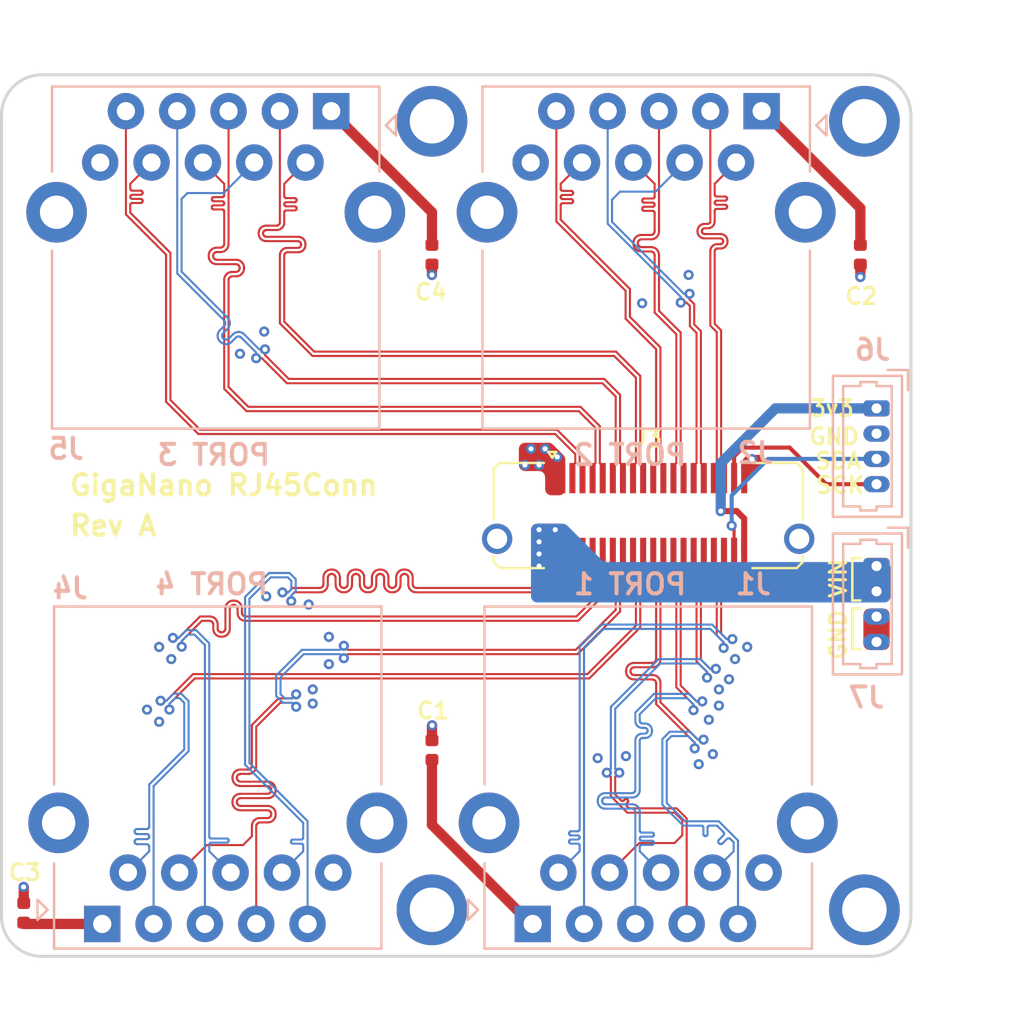
<source format=kicad_pcb>
(kicad_pcb (version 20171130) (host pcbnew "(5.1.6)-1")
  (layers (0 F.Cu signal) (1 In1.Cu signal) (2 In2.Cu signal) (31 B.Cu signal) (34 B.Paste user) (35 F.Paste user) (36 B.SilkS user) (37 F.SilkS user) (38 B.Mask user) (39 F.Mask user) (44 Edge.Cuts user))
  (net 0 "")
  (net 1 GND)
  (net 2 /SCK)
  (net 3 +3V3)
  (net 4 /SDA)
  (net 5 VBUS)
  (net 6 /P0A_P)
  (net 7 /P2A_P)
  (net 8 /P0A_N)
  (net 9 /P2A_N)
  (net 10 /P0B_P)
  (net 11 /P2B_P)
  (net 12 /P0B_N)
  (net 13 /P2B_N)
  (net 14 /P0C_P)
  (net 15 /P2C_P)
  (net 16 /P0C_N)
  (net 17 /P2C_N)
  (net 18 /P0D_P)
  (net 19 /P2D_P)
  (net 20 /P0D_N)
  (net 21 /P2D_N)
  (net 22 /P1A_P)
  (net 23 /P3A_P)
  (net 24 /P1A_N)
  (net 25 /P3A_N)
  (net 26 /P1B_P)
  (net 27 /P3B_P)
  (net 28 /P1B_N)
  (net 29 /P3B_N)
  (net 30 /P1C_P)
  (net 31 /P3C_P)
  (net 32 /P1C_N)
  (net 33 /P3C_N)
  (net 34 /P1D_P)
  (net 35 /P3D_P)
  (net 36 /P1D_N)
  (net 37 /P3D_N)
  (net 38 "Net-(C1-Pad1)")
  (net 39 "Net-(C2-Pad1)")
  (net 40 "Net-(C3-Pad1)")
  (net 41 "Net-(C4-Pad1)")
  (module MountingHole:MountingHole_2.2mm_M2_ISO7380_Pad (layer F.Cu) (at 118.2 24.2)
    (fp_text reference H4 hide)
    (fp_text value MountingHole)
    (pad 1 thru_hole circle (at 0 0) (size 3.5 3.5) (drill 2.2) (layers *.Cu *.Mask))
  )
  (module MountingHole:MountingHole_2.2mm_M2_ISO7380_Pad (layer F.Cu) (at 96.8 24.2)
    (fp_text reference H3 hide)
    (fp_text value MountingHole)
    (pad 1 thru_hole circle (at 0 0) (size 3.5 3.5) (drill 2.2) (layers *.Cu *.Mask))
  )
  (module GigaBloxTLE:Samtec_LSHM-120-02.5-L-DV-A-S-TR_P0.50mm_Vertical (layer F.Cu) (at 107.5 43.7)
    (fp_text reference J3 (at 0 -3.8) (layer F.SilkS) (effects (font (size 0.8 0.8))))
    (fp_text value LSHM-120-02.5-L-DV-A-S-K-TR)
    (pad 1 smd rect (at -4.75 -1.85) (size 0.3 1.5) (layers F.Cu F.Paste F.Mask) (net 1 GND))
    (pad 3 smd rect (at -4.25 -1.85) (size 0.3 1.5) (layers F.Cu F.Paste F.Mask) (net 1 GND))
    (pad 5 smd rect (at -3.75 -1.85) (size 0.3 1.5) (layers F.Cu F.Paste F.Mask) (net 21 /P2D_N))
    (pad 7 smd rect (at -3.25 -1.85) (size 0.3 1.5) (layers F.Cu F.Paste F.Mask) (net 19 /P2D_P))
    (pad 9 smd rect (at -2.75 -1.85) (size 0.3 1.5) (layers F.Cu F.Paste F.Mask) (net 17 /P2C_N))
    (pad 11 smd rect (at -2.25 -1.85) (size 0.3 1.5) (layers F.Cu F.Paste F.Mask) (net 15 /P2C_P))
    (pad 13 smd rect (at -1.75 -1.85) (size 0.3 1.5) (layers F.Cu F.Paste F.Mask) (net 13 /P2B_N))
    (pad 15 smd rect (at -1.25 -1.85) (size 0.3 1.5) (layers F.Cu F.Paste F.Mask) (net 11 /P2B_P))
    (pad 17 smd rect (at -0.75 -1.85) (size 0.3 1.5) (layers F.Cu F.Paste F.Mask) (net 9 /P2A_N))
    (pad 19 smd rect (at -0.25 -1.85) (size 0.3 1.5) (layers F.Cu F.Paste F.Mask) (net 7 /P2A_P))
    (pad 21 smd rect (at 0.25 -1.85) (size 0.3 1.5) (layers F.Cu F.Paste F.Mask) (net 36 /P1D_N))
    (pad 23 smd rect (at 0.75 -1.85) (size 0.3 1.5) (layers F.Cu F.Paste F.Mask) (net 34 /P1D_P))
    (pad 25 smd rect (at 1.25 -1.85) (size 0.3 1.5) (layers F.Cu F.Paste F.Mask) (net 32 /P1C_N))
    (pad 27 smd rect (at 1.75 -1.85) (size 0.3 1.5) (layers F.Cu F.Paste F.Mask) (net 30 /P1C_P))
    (pad 29 smd rect (at 2.25 -1.85) (size 0.3 1.5) (layers F.Cu F.Paste F.Mask) (net 28 /P1B_N))
    (pad 31 smd rect (at 2.75 -1.85) (size 0.3 1.5) (layers F.Cu F.Paste F.Mask) (net 26 /P1B_P))
    (pad 33 smd rect (at 3.25 -1.85) (size 0.3 1.5) (layers F.Cu F.Paste F.Mask) (net 24 /P1A_N))
    (pad 35 smd rect (at 3.75 -1.85) (size 0.3 1.5) (layers F.Cu F.Paste F.Mask) (net 22 /P1A_P))
    (pad 37 smd rect (at 4.25 -1.85) (size 0.3 1.5) (layers F.Cu F.Paste F.Mask) (net 2 /SCK))
    (pad 39 smd rect (at 4.75 -1.85) (size 0.3 1.5) (layers F.Cu F.Paste F.Mask) (net 1 GND))
    (pad 2 smd rect (at -4.75 1.85) (size 0.3 1.5) (layers F.Cu F.Paste F.Mask) (net 5 VBUS))
    (pad 4 smd rect (at -4.25 1.85) (size 0.3 1.5) (layers F.Cu F.Paste F.Mask) (net 5 VBUS))
    (pad 6 smd rect (at -3.75 1.85) (size 0.3 1.5) (layers F.Cu F.Paste F.Mask) (net 37 /P3D_N))
    (pad 8 smd rect (at -3.25 1.85) (size 0.3 1.5) (layers F.Cu F.Paste F.Mask) (net 35 /P3D_P))
    (pad 10 smd rect (at -2.75 1.85) (size 0.3 1.5) (layers F.Cu F.Paste F.Mask) (net 33 /P3C_N))
    (pad 12 smd rect (at -2.25 1.85) (size 0.3 1.5) (layers F.Cu F.Paste F.Mask) (net 31 /P3C_P))
    (pad 14 smd rect (at -1.75 1.85) (size 0.3 1.5) (layers F.Cu F.Paste F.Mask) (net 29 /P3B_N))
    (pad 16 smd rect (at -1.25 1.85) (size 0.3 1.5) (layers F.Cu F.Paste F.Mask) (net 27 /P3B_P))
    (pad 18 smd rect (at -0.75 1.85) (size 0.3 1.5) (layers F.Cu F.Paste F.Mask) (net 25 /P3A_N))
    (pad 20 smd rect (at -0.25 1.85) (size 0.3 1.5) (layers F.Cu F.Paste F.Mask) (net 23 /P3A_P))
    (pad 22 smd rect (at 0.25 1.85) (size 0.3 1.5) (layers F.Cu F.Paste F.Mask) (net 20 /P0D_N))
    (pad 24 smd rect (at 0.75 1.85) (size 0.3 1.5) (layers F.Cu F.Paste F.Mask) (net 18 /P0D_P))
    (pad 26 smd rect (at 1.25 1.85) (size 0.3 1.5) (layers F.Cu F.Paste F.Mask) (net 16 /P0C_N))
    (pad 28 smd rect (at 1.75 1.85) (size 0.3 1.5) (layers F.Cu F.Paste F.Mask) (net 14 /P0C_P))
    (pad 30 smd rect (at 2.25 1.85) (size 0.3 1.5) (layers F.Cu F.Paste F.Mask) (net 12 /P0B_N))
    (pad 32 smd rect (at 2.75 1.85) (size 0.3 1.5) (layers F.Cu F.Paste F.Mask) (net 10 /P0B_P))
    (pad 34 smd rect (at 3.25 1.85) (size 0.3 1.5) (layers F.Cu F.Paste F.Mask) (net 8 /P0A_N))
    (pad 36 smd rect (at 3.75 1.85) (size 0.3 1.5) (layers F.Cu F.Paste F.Mask) (net 6 /P0A_P))
    (pad 38 smd rect (at 4.25 1.85) (size 0.3 1.5) (layers F.Cu F.Paste F.Mask) (net 4 /SDA))
    (pad 40 smd rect (at 4.75 1.85) (size 0.3 1.5) (layers F.Cu F.Paste F.Mask) (net 3 +3V3))
    (pad "" np_thru_hole circle (at 6 -0.85) (size 1.45 1.45) (drill 1.45) (layers *.Cu *.Mask))
    (pad "" np_thru_hole circle (at -6 -0.85) (size 1.45 1.45) (drill 1.45) (layers *.Cu *.Mask))
    (pad S2 thru_hole circle (at 7.475 1.15) (size 1.5 1.5) (drill 1) (layers *.Cu *.Mask))
    (pad S1 thru_hole circle (at -7.475 1.15) (size 1.5 1.5) (drill 1) (layers *.Cu *.Mask))
  )
  (module GigaBloxTLE:RJ45_Wayconn_MJT52-G8182110XX_Vertical (layer B.Cu) (at 86.1 23.7)
    (fp_text reference J5 (at -7.4 16.7) (layer B.SilkS) (effects (font (thickness 0.2)) (justify mirror)))
    (fp_text value MJT52-G8182110XX)
    (pad 8 thru_hole circle (at -3.175 2.54 180) (size 1.8 1.8) (drill 0.9) (layers *.Cu *.Mask) (net 19 /P2D_P))
    (pad "" thru_hole circle (at -7.875 5 180) (size 3 3) (drill 1.65) (layers *.Cu *.Mask))
    (pad "" thru_hole circle (at 7.875 5 180) (size 3 3) (drill 1.65) (layers *.Cu *.Mask))
    (pad "" np_thru_hole circle (at -5.715 8.89 180) (size 3.2 3.2) (drill 3.2) (layers *.Cu *.Mask))
    (pad "" np_thru_hole circle (at 5.715 8.89 180) (size 3.2 3.2) (drill 3.2) (layers *.Cu *.Mask))
    (pad 10 thru_hole circle (at -5.715 2.54 180) (size 1.8 1.8) (drill 0.9) (layers *.Cu *.Mask) (net 1 GND))
    (pad 9 thru_hole circle (at -4.445 0 180) (size 1.8 1.8) (drill 0.9) (layers *.Cu *.Mask) (net 21 /P2D_N))
    (pad 7 thru_hole circle (at -1.905 0 180) (size 1.8 1.8) (drill 0.9) (layers *.Cu *.Mask) (net 13 /P2B_N))
    (pad 6 thru_hole circle (at -0.635 2.54 180) (size 1.8 1.8) (drill 0.9) (layers *.Cu *.Mask) (net 17 /P2C_N))
    (pad 5 thru_hole circle (at 0.635 0 180) (size 1.8 1.8) (drill 0.9) (layers *.Cu *.Mask) (net 15 /P2C_P))
    (pad 4 thru_hole circle (at 1.905 2.54 180) (size 1.8 1.8) (drill 0.9) (layers *.Cu *.Mask) (net 11 /P2B_P))
    (pad 3 thru_hole circle (at 3.175 0 180) (size 1.8 1.8) (drill 0.9) (layers *.Cu *.Mask) (net 9 /P2A_N))
    (pad 2 thru_hole circle (at 4.445 2.54 180) (size 1.8 1.8) (drill 0.9) (layers *.Cu *.Mask) (net 7 /P2A_P))
    (pad 1 thru_hole rect (at 5.715 0 180) (size 1.8 1.8) (drill 0.9) (layers *.Cu *.Mask) (net 41 "Net-(C4-Pad1)"))
  )
  (module GigaBloxTLE:RJ45_Wayconn_MJT52-G8182110XX_Vertical (layer B.Cu) (at 86.2 63.9 180)
    (fp_text reference J4 (at 7.3 16.6) (layer B.SilkS) (effects (font (thickness 0.2)) (justify mirror)))
    (fp_text value MJT52-G8182110XX)
    (pad 8 thru_hole circle (at -3.175 2.54) (size 1.8 1.8) (drill 0.9) (layers *.Cu *.Mask) (net 35 /P3D_P))
    (pad "" thru_hole circle (at -7.875 5) (size 3 3) (drill 1.65) (layers *.Cu *.Mask))
    (pad "" thru_hole circle (at 7.875 5) (size 3 3) (drill 1.65) (layers *.Cu *.Mask))
    (pad "" np_thru_hole circle (at -5.715 8.89) (size 3.2 3.2) (drill 3.2) (layers *.Cu *.Mask))
    (pad "" np_thru_hole circle (at 5.715 8.89) (size 3.2 3.2) (drill 3.2) (layers *.Cu *.Mask))
    (pad 10 thru_hole circle (at -5.715 2.54) (size 1.8 1.8) (drill 0.9) (layers *.Cu *.Mask) (net 1 GND))
    (pad 9 thru_hole circle (at -4.445 0) (size 1.8 1.8) (drill 0.9) (layers *.Cu *.Mask) (net 37 /P3D_N))
    (pad 7 thru_hole circle (at -1.905 0) (size 1.8 1.8) (drill 0.9) (layers *.Cu *.Mask) (net 29 /P3B_N))
    (pad 6 thru_hole circle (at -0.635 2.54) (size 1.8 1.8) (drill 0.9) (layers *.Cu *.Mask) (net 33 /P3C_N))
    (pad 5 thru_hole circle (at 0.635 0) (size 1.8 1.8) (drill 0.9) (layers *.Cu *.Mask) (net 31 /P3C_P))
    (pad 4 thru_hole circle (at 1.905 2.54) (size 1.8 1.8) (drill 0.9) (layers *.Cu *.Mask) (net 27 /P3B_P))
    (pad 3 thru_hole circle (at 3.175 0) (size 1.8 1.8) (drill 0.9) (layers *.Cu *.Mask) (net 25 /P3A_N))
    (pad 2 thru_hole circle (at 4.445 2.54) (size 1.8 1.8) (drill 0.9) (layers *.Cu *.Mask) (net 23 /P3A_P))
    (pad 1 thru_hole rect (at 5.715 0) (size 1.8 1.8) (drill 0.9) (layers *.Cu *.Mask) (net 40 "Net-(C3-Pad1)"))
  )
  (module GigaBloxTLE:RJ45_Wayconn_MJT52-G8182110XX_Vertical (layer B.Cu) (at 107.4 23.7)
    (fp_text reference J2 (at 5.4 16.9) (layer B.SilkS) (effects (font (thickness 0.2)) (justify mirror)))
    (fp_text value MJT52-G8182110XX)
    (pad 8 thru_hole circle (at -3.175 2.54 180) (size 1.8 1.8) (drill 0.9) (layers *.Cu *.Mask) (net 34 /P1D_P))
    (pad "" thru_hole circle (at -7.875 5 180) (size 3 3) (drill 1.65) (layers *.Cu *.Mask))
    (pad "" thru_hole circle (at 7.875 5 180) (size 3 3) (drill 1.65) (layers *.Cu *.Mask))
    (pad "" np_thru_hole circle (at -5.715 8.89 180) (size 3.2 3.2) (drill 3.2) (layers *.Cu *.Mask))
    (pad "" np_thru_hole circle (at 5.715 8.89 180) (size 3.2 3.2) (drill 3.2) (layers *.Cu *.Mask))
    (pad 10 thru_hole circle (at -5.715 2.54 180) (size 1.8 1.8) (drill 0.9) (layers *.Cu *.Mask) (net 1 GND))
    (pad 9 thru_hole circle (at -4.445 0 180) (size 1.8 1.8) (drill 0.9) (layers *.Cu *.Mask) (net 36 /P1D_N))
    (pad 7 thru_hole circle (at -1.905 0 180) (size 1.8 1.8) (drill 0.9) (layers *.Cu *.Mask) (net 28 /P1B_N))
    (pad 6 thru_hole circle (at -0.635 2.54 180) (size 1.8 1.8) (drill 0.9) (layers *.Cu *.Mask) (net 32 /P1C_N))
    (pad 5 thru_hole circle (at 0.635 0 180) (size 1.8 1.8) (drill 0.9) (layers *.Cu *.Mask) (net 30 /P1C_P))
    (pad 4 thru_hole circle (at 1.905 2.54 180) (size 1.8 1.8) (drill 0.9) (layers *.Cu *.Mask) (net 26 /P1B_P))
    (pad 3 thru_hole circle (at 3.175 0 180) (size 1.8 1.8) (drill 0.9) (layers *.Cu *.Mask) (net 24 /P1A_N))
    (pad 2 thru_hole circle (at 4.445 2.54 180) (size 1.8 1.8) (drill 0.9) (layers *.Cu *.Mask) (net 22 /P1A_P))
    (pad 1 thru_hole rect (at 5.715 0 180) (size 1.8 1.8) (drill 0.9) (layers *.Cu *.Mask) (net 39 "Net-(C2-Pad1)"))
  )
  (module GigaBloxTLE:RJ45_Wayconn_MJT52-G8182110XX_Vertical (layer B.Cu) (at 107.5 63.9 180)
    (fp_text reference J1 (at -5.2 16.8) (layer B.SilkS) (effects (font (thickness 0.2)) (justify mirror)))
    (fp_text value MJT52-G8182110XX)
    (pad 8 thru_hole circle (at -3.175 2.54) (size 1.8 1.8) (drill 0.9) (layers *.Cu *.Mask) (net 18 /P0D_P))
    (pad "" thru_hole circle (at -7.875 5) (size 3 3) (drill 1.65) (layers *.Cu *.Mask))
    (pad "" thru_hole circle (at 7.875 5) (size 3 3) (drill 1.65) (layers *.Cu *.Mask))
    (pad "" np_thru_hole circle (at -5.715 8.89) (size 3.2 3.2) (drill 3.2) (layers *.Cu *.Mask))
    (pad "" np_thru_hole circle (at 5.715 8.89) (size 3.2 3.2) (drill 3.2) (layers *.Cu *.Mask))
    (pad 10 thru_hole circle (at -5.715 2.54) (size 1.8 1.8) (drill 0.9) (layers *.Cu *.Mask) (net 1 GND))
    (pad 9 thru_hole circle (at -4.445 0) (size 1.8 1.8) (drill 0.9) (layers *.Cu *.Mask) (net 20 /P0D_N))
    (pad 7 thru_hole circle (at -1.905 0) (size 1.8 1.8) (drill 0.9) (layers *.Cu *.Mask) (net 12 /P0B_N))
    (pad 6 thru_hole circle (at -0.635 2.54) (size 1.8 1.8) (drill 0.9) (layers *.Cu *.Mask) (net 16 /P0C_N))
    (pad 5 thru_hole circle (at 0.635 0) (size 1.8 1.8) (drill 0.9) (layers *.Cu *.Mask) (net 14 /P0C_P))
    (pad 4 thru_hole circle (at 1.905 2.54) (size 1.8 1.8) (drill 0.9) (layers *.Cu *.Mask) (net 10 /P0B_P))
    (pad 3 thru_hole circle (at 3.175 0) (size 1.8 1.8) (drill 0.9) (layers *.Cu *.Mask) (net 8 /P0A_N))
    (pad 2 thru_hole circle (at 4.445 2.54) (size 1.8 1.8) (drill 0.9) (layers *.Cu *.Mask) (net 6 /P0A_P))
    (pad 1 thru_hole rect (at 5.715 0) (size 1.8 1.8) (drill 0.9) (layers *.Cu *.Mask) (net 38 "Net-(C1-Pad1)"))
  )
  (module Capacitor_SMD:C_0402_1005Metric (layer F.Cu) (at 96.8 30.8 270)
    (fp_text reference C4 (at 1.85 0.05 180) (layer F.SilkS) (effects (font (size 0.8 0.8))))
    (fp_text value 0.1uF)
    (pad 2 smd roundrect (at 0.485 0 270) (size 0.59 0.64) (layers F.Cu F.Paste F.Mask) (net 1 GND))
    (pad 1 smd roundrect (at -0.485 0 270) (size 0.59 0.64) (layers F.Cu F.Paste F.Mask) (net 41 "Net-(C4-Pad1)"))
  )
  (module Capacitor_SMD:C_0402_1005Metric (layer F.Cu) (at 76.6 63.35 90)
    (fp_text reference C3 (at 2 0.05 180) (layer F.SilkS) (effects (font (size 0.8 0.8))))
    (fp_text value 0.1uF)
    (pad 2 smd roundrect (at 0.485 0 90) (size 0.59 0.64) (layers F.Cu F.Paste F.Mask) (net 1 GND))
    (pad 1 smd roundrect (at -0.485 0 90) (size 0.59 0.64) (layers F.Cu F.Paste F.Mask) (net 40 "Net-(C3-Pad1)"))
  )
  (module Capacitor_SMD:C_0402_1005Metric (layer F.Cu) (at 118 30.8 270)
    (fp_text reference C2 (at 2.05 -0.05 180) (layer F.SilkS) (effects (font (size 0.8 0.8))))
    (fp_text value 0.1uF)
    (pad 2 smd roundrect (at 0.485 0 270) (size 0.59 0.64) (layers F.Cu F.Paste F.Mask) (net 1 GND))
    (pad 1 smd roundrect (at -0.485 0 270) (size 0.59 0.64) (layers F.Cu F.Paste F.Mask) (net 39 "Net-(C2-Pad1)"))
  )
  (module Capacitor_SMD:C_0402_1005Metric (layer F.Cu) (at 96.8 55.3 90)
    (fp_text reference C1 (at 1.95 0.05 180) (layer F.SilkS) (effects (font (size 0.8 0.8))))
    (fp_text value 0.1uF)
    (pad 2 smd roundrect (at 0.485 0 90) (size 0.59 0.64) (layers F.Cu F.Paste F.Mask) (net 1 GND))
    (pad 1 smd roundrect (at -0.485 0 90) (size 0.59 0.64) (layers F.Cu F.Paste F.Mask) (net 38 "Net-(C1-Pad1)"))
  )
  (module Connector_Molex:Molex_PicoBlade_53047-0410_1x04_P1.25mm_Vertical (layer B.Cu) (at 118.8 46.2 270)
    (fp_text reference J7 (at 6.5 0.5) (layer B.SilkS) (effects (font (thickness 0.2)) (justify mirror)))
    (fp_text value 1.25T-4A)
    (pad 4 thru_hole oval (at 3.75 0 270) (size 0.8 1.3) (drill 0.5) (layers *.Cu *.Mask) (net 1 GND))
    (pad 3 thru_hole oval (at 2.5 0 270) (size 0.8 1.3) (drill 0.5) (layers *.Cu *.Mask) (net 1 GND))
    (pad 2 thru_hole oval (at 1.25 0 270) (size 0.8 1.3) (drill 0.5) (layers *.Cu *.Mask) (net 5 VBUS))
    (pad 1 thru_hole roundrect (at 0 0 270) (size 0.8 1.3) (drill 0.5) (layers *.Cu *.Mask) (net 5 VBUS))
  )
  (module Connector_Molex:Molex_PicoBlade_53047-0410_1x04_P1.25mm_Vertical (layer B.Cu) (at 118.8 38.4 270)
    (fp_text reference J6 (at -2.9 0.2 180) (layer B.SilkS) (effects (font (thickness 0.2)) (justify mirror)))
    (fp_text value 1.25T-4A)
    (pad 4 thru_hole oval (at 3.75 0 270) (size 0.8 1.3) (drill 0.5) (layers *.Cu *.Mask) (net 2 /SCK))
    (pad 3 thru_hole oval (at 2.5 0 270) (size 0.8 1.3) (drill 0.5) (layers *.Cu *.Mask) (net 4 /SDA))
    (pad 2 thru_hole oval (at 1.25 0 270) (size 0.8 1.3) (drill 0.5) (layers *.Cu *.Mask) (net 1 GND))
    (pad 1 thru_hole roundrect (at 0 0 270) (size 0.8 1.3) (drill 0.5) (layers *.Cu *.Mask) (net 3 +3V3))
  )
  (module MountingHole:MountingHole_2.2mm_M2_ISO7380_Pad (layer F.Cu) (at 118.2 63.2)
    (fp_text reference H2 hide)
    (fp_text value MountingHole)
    (pad 1 thru_hole circle (at 0 0) (size 3.5 3.5) (drill 2.2) (layers *.Cu *.Mask))
  )
  (module MountingHole:MountingHole_2.2mm_M2_ISO7380_Pad (layer F.Cu) (at 96.8 63.2)
    (fp_text reference H1 hide)
    (fp_text value MountingHole)
    (pad 1 thru_hole circle (at 0 0) (size 3.5 3.5) (drill 2.2) (layers *.Cu *.Mask))
  )
  (gr_text "PORT 4" (at 85.9 47.1) (layer B.SilkS) (effects (font (size 1 1) (thickness 0.2)) (justify mirror)))
  (gr_text "PORT 3" (at 86 40.7) (layer B.SilkS) (effects (font (size 1 1) (thickness 0.2)) (justify mirror)))
  (gr_text "PORT 2" (at 106.6 40.7) (layer B.SilkS) (effects (font (size 1 1) (thickness 0.2)) (justify mirror)))
  (gr_text "PORT 1" (at 106.6 47.1) (layer B.SilkS) (effects (font (size 1 1) (thickness 0.2)) (justify mirror)))
  (gr_line (start 117.6 50.3) (end 118 50.3) (layer F.SilkS) (width 0.127))
  (gr_line (start 117.6 48.3) (end 117.6 50.3) (layer F.SilkS) (width 0.127))
  (gr_line (start 118 48.3) (end 117.6 48.3) (layer F.SilkS) (width 0.127))
  (gr_line (start 117.6 45.8) (end 118 45.8) (layer F.SilkS) (width 0.127))
  (gr_line (start 117.6 47.9) (end 117.6 45.8) (layer F.SilkS) (width 0.127))
  (gr_line (start 118 47.9) (end 117.6 47.9) (layer F.SilkS) (width 0.127))
  (gr_text GND (at 116.9 49.6 90) (layer F.SilkS) (effects (font (size 0.8 0.8))))
  (gr_text VIN (at 116.9 46.8 90) (layer F.SilkS) (effects (font (size 0.8 0.8))))
  (gr_text SCK (at 117 42.2) (layer F.SilkS) (effects (font (size 0.8 0.8))))
  (gr_text SDA (at 116.9 41) (layer F.SilkS) (effects (font (size 0.8 0.8))))
  (gr_text GND (at 116.7 39.8) (layer F.SilkS) (effects (font (size 0.8 0.8))))
  (gr_text 3v3 (at 116.6 38.4) (layer F.SilkS) (effects (font (size 0.8 0.8))))
  (gr_text "Rev A" (at 81.023809 44.2) (layer F.SilkS) (effects (font (size 1 1) (thickness 0.2))))
  (gr_text "GigaNano RJ45Conn" (at 86.5 42.2) (layer F.SilkS) (effects (font (size 1 1) (thickness 0.2))))
  (gr_arc (start 77.5 63.5) (end 75.5 63.6) (angle -90) (layer Edge.Cuts) (width 0.15))
  (gr_arc (start 118.5 63.5) (end 118.5 65.5) (angle -90) (layer Edge.Cuts) (width 0.15))
  (gr_arc (start 118.5 23.9) (end 120.5 23.9) (angle -90) (layer Edge.Cuts) (width 0.15))
  (gr_arc (start 77.5 23.9) (end 77.5 21.9) (angle -90) (layer Edge.Cuts) (width 0.15))
  (gr_line (start 77.6 65.5) (end 118.5 65.5) (layer Edge.Cuts) (width 0.15))
  (gr_line (start 120.5 23.9) (end 120.5 63.5) (layer Edge.Cuts) (width 0.15))
  (gr_line (start 77.5 21.9) (end 118.5 21.9) (layer Edge.Cuts) (width 0.15))
  (gr_line (start 75.5 63.6) (end 75.5 23.9) (layer Edge.Cuts) (width 0.15))
  (via (at 107.2 33.2) (size 0.5) (drill 0.25) (layers F.Cu B.Cu) (net 1))
  (segment (start 96.8 54.75) (end 96.8 54.09) (width 0.508) (layer F.Cu) (net 1))
  (via (at 96.81 54.08) (size 0.5) (drill 0.25) (layers F.Cu B.Cu) (net 1))
  (segment (start 96.8 54.09) (end 96.81 54.08) (width 0.508) (layer F.Cu) (net 1))
  (via (at 76.59 62.07) (size 0.5) (drill 0.25) (layers F.Cu B.Cu) (net 1))
  (segment (start 76.6 62.8) (end 76.6 62.08) (width 0.508) (layer F.Cu) (net 1))
  (segment (start 76.6 62.08) (end 76.59 62.07) (width 0.508) (layer F.Cu) (net 1))
  (via (at 103 40.8) (size 0.5) (drill 0.25) (layers F.Cu B.Cu) (net 1))
  (segment (start 112.25 41.85) (end 112.25 41.3) (width 0.2032) (layer F.Cu) (net 1))
  (via (at 112.64 40.91) (size 0.5) (drill 0.25) (layers F.Cu B.Cu) (net 1))
  (segment (start 112.25 41.3) (end 112.64 40.91) (width 0.3048) (layer F.Cu) (net 1))
  (via (at 102.4 40.4) (size 0.5) (drill 0.25) (layers F.Cu B.Cu) (net 1))
  (via (at 101.7 40.4) (size 0.5) (drill 0.25) (layers F.Cu B.Cu) (net 1))
  (via (at 102.1 41.2) (size 0.5) (drill 0.25) (layers F.Cu B.Cu) (net 1))
  (via (at 101.4 41.2) (size 0.5) (drill 0.25) (layers F.Cu B.Cu) (net 1))
  (via (at 88.6 47.7) (size 0.5) (drill 0.25) (layers F.Cu B.Cu) (net 1))
  (via (at 90.7 48.1) (size 0.5) (drill 0.25) (layers F.Cu B.Cu) (net 1))
  (via (at 83.3 50.2) (size 0.5) (drill 0.25) (layers F.Cu B.Cu) (net 1))
  (via (at 83.9 50.8) (size 0.5) (drill 0.25) (layers F.Cu B.Cu) (net 1))
  (via (at 90.9 53) (size 0.5) (drill 0.25) (layers F.Cu B.Cu) (net 1))
  (via (at 90.9 52.3) (size 0.5) (drill 0.25) (layers F.Cu B.Cu) (net 1))
  (via (at 91.7 51.05) (size 0.5) (drill 0.25) (layers F.Cu B.Cu) (net 1))
  (via (at 91.7 49.7) (size 0.5) (drill 0.25) (layers F.Cu B.Cu) (net 1))
  (via (at 82.7 53.3) (size 0.5) (drill 0.25) (layers F.Cu B.Cu) (net 1))
  (via (at 83.3 53.9) (size 0.5) (drill 0.25) (layers F.Cu B.Cu) (net 1))
  (via (at 105 55.7) (size 0.5) (drill 0.25) (layers F.Cu B.Cu) (net 1))
  (via (at 106.4 55.6) (size 0.5) (drill 0.25) (layers F.Cu B.Cu) (net 1))
  (via (at 110.7 55.5) (size 0.5) (drill 0.25) (layers F.Cu B.Cu) (net 1))
  (via (at 110 56) (size 0.5) (drill 0.25) (layers F.Cu B.Cu) (net 1))
  (via (at 110.5 53.8) (size 0.5) (drill 0.25) (layers F.Cu B.Cu) (net 1))
  (via (at 111 53.1) (size 0.5) (drill 0.25) (layers F.Cu B.Cu) (net 1))
  (via (at 111 52.3) (size 0.5) (drill 0.25) (layers F.Cu B.Cu) (net 1))
  (via (at 111.5 51.8) (size 0.5) (drill 0.25) (layers F.Cu B.Cu) (net 1))
  (via (at 111.8 50.8) (size 0.5) (drill 0.25) (layers F.Cu B.Cu) (net 1))
  (via (at 112.4 50.2) (size 0.5) (drill 0.25) (layers F.Cu B.Cu) (net 1))
  (via (at 109.5 31.8) (size 0.5) (drill 0.25) (layers F.Cu B.Cu) (net 1))
  (via (at 88.5 34.6) (size 0.5) (drill 0.25) (layers F.Cu B.Cu) (net 1))
  (via (at 87.3 35.7) (size 0.5) (drill 0.25) (layers F.Cu B.Cu) (net 1))
  (via (at 96.8 31.8) (size 0.5) (drill 0.25) (layers F.Cu B.Cu) (net 1))
  (segment (start 96.8 31.285) (end 96.8 31.8) (width 0.508) (layer F.Cu) (net 1))
  (via (at 118 31.9) (size 0.5) (drill 0.25) (layers F.Cu B.Cu) (net 1))
  (segment (start 118 31.285) (end 118 31.9) (width 0.508) (layer F.Cu) (net 1))
  (segment (start 116.31 42.15) (end 118.8 42.15) (width 0.2032) (layer F.Cu) (net 2))
  (segment (start 112.19 40.34) (end 114.5 40.34) (width 0.2032) (layer F.Cu) (net 2))
  (segment (start 111.75 41.85) (end 111.75 40.78) (width 0.2032) (layer F.Cu) (net 2))
  (segment (start 114.5 40.34) (end 116.31 42.15) (width 0.2032) (layer F.Cu) (net 2))
  (segment (start 111.75 40.78) (end 112.19 40.34) (width 0.2032) (layer F.Cu) (net 2))
  (via (at 111.09 43.48) (size 0.5) (drill 0.25) (layers F.Cu B.Cu) (net 3))
  (segment (start 111.881108 43.48) (end 111.09 43.48) (width 0.3048) (layer F.Cu) (net 3))
  (segment (start 112.25 45.55) (end 112.25 43.848892) (width 0.3048) (layer F.Cu) (net 3))
  (segment (start 112.25 43.848892) (end 111.881108 43.48) (width 0.3048) (layer F.Cu) (net 3))
  (segment (start 113.8 38.4) (end 118.8 38.4) (width 0.508) (layer B.Cu) (net 3))
  (segment (start 111.09 43.48) (end 111.09 41.11) (width 0.508) (layer B.Cu) (net 3))
  (segment (start 111.09 41.11) (end 113.8 38.4) (width 0.508) (layer B.Cu) (net 3))
  (via (at 111.63 44.2) (size 0.5) (drill 0.25) (layers F.Cu B.Cu) (net 4))
  (segment (start 111.63 42.71) (end 111.63 44.2) (width 0.2032) (layer B.Cu) (net 4))
  (segment (start 118.8 40.9) (end 113.44 40.9) (width 0.2032) (layer B.Cu) (net 4))
  (segment (start 113.44 40.9) (end 111.63 42.71) (width 0.2032) (layer B.Cu) (net 4))
  (segment (start 111.75 44.32) (end 111.63 44.2) (width 0.1524) (layer F.Cu) (net 4))
  (segment (start 111.75 45.55) (end 111.75 44.32) (width 0.1524) (layer F.Cu) (net 4))
  (segment (start 103.25 45.55) (end 102.75 45.55) (width 0.3048) (layer F.Cu) (net 5))
  (via (at 102.9 44.4) (size 0.5) (drill 0.25) (layers F.Cu B.Cu) (net 5))
  (segment (start 102.75 44.32) (end 102.76 44.31) (width 0.3048) (layer F.Cu) (net 5))
  (segment (start 102.75 45.55) (end 102.75 44.32) (width 0.3048) (layer F.Cu) (net 5))
  (via (at 102.1 44.4) (size 0.5) (drill 0.25) (layers F.Cu B.Cu) (net 5))
  (via (at 102.1 45) (size 0.5) (drill 0.25) (layers F.Cu B.Cu) (net 5))
  (via (at 102.1 45.6) (size 0.5) (drill 0.25) (layers F.Cu B.Cu) (net 5))
  (via (at 102.1 46.2) (size 0.5) (drill 0.25) (layers F.Cu B.Cu) (net 5))
  (segment (start 111.25 45.55) (end 111.25 46.15) (width 0.1016) (layer F.Cu) (net 6))
  (segment (start 111.25 46.15) (end 111.10795 46.29205) (width 0.1016) (layer F.Cu) (net 6))
  (via (at 111.667188 49.812812) (size 0.5) (drill 0.25) (layers F.Cu B.Cu) (net 6))
  (segment (start 111.10795 46.29205) (end 111.10795 49.535285) (width 0.1016) (layer F.Cu) (net 6))
  (segment (start 111.10795 49.535285) (end 111.385477 49.812812) (width 0.1016) (layer F.Cu) (net 6))
  (segment (start 111.385477 49.812812) (end 111.667188 49.812812) (width 0.1016) (layer F.Cu) (net 6))
  (segment (start 111.385477 49.812812) (end 111.667188 49.812812) (width 0.1016) (layer B.Cu) (net 6))
  (segment (start 110.664715 49.09205) (end 111.385477 49.812812) (width 0.1016) (layer B.Cu) (net 6))
  (segment (start 105.205284 49.09205) (end 110.664715 49.09205) (width 0.1016) (layer B.Cu) (net 6))
  (segment (start 104.1091 59.2163) (end 104.1091 50.188234) (width 0.1016) (layer B.Cu) (net 6))
  (segment (start 103.663788 59.320447) (end 103.686396 59.3179) (width 0.1016) (layer B.Cu) (net 6))
  (segment (start 103.642314 59.327961) (end 103.663788 59.320447) (width 0.1016) (layer B.Cu) (net 6))
  (segment (start 103.62305 59.340065) (end 103.642314 59.327961) (width 0.1016) (layer B.Cu) (net 6))
  (segment (start 103.606962 59.356153) (end 103.62305 59.340065) (width 0.1016) (layer B.Cu) (net 6))
  (segment (start 103.594858 59.375417) (end 103.606962 59.356153) (width 0.1016) (layer B.Cu) (net 6))
  (segment (start 103.587344 59.803291) (end 103.594858 59.781817) (width 0.1016) (layer B.Cu) (net 6))
  (segment (start 103.594858 59.869982) (end 103.587344 59.848508) (width 0.1016) (layer B.Cu) (net 6))
  (segment (start 103.606962 59.889246) (end 103.594858 59.869982) (width 0.1016) (layer B.Cu) (net 6))
  (segment (start 103.62305 59.905334) (end 103.606962 59.889246) (width 0.1016) (layer B.Cu) (net 6))
  (segment (start 103.642314 59.917438) (end 103.62305 59.905334) (width 0.1016) (layer B.Cu) (net 6))
  (segment (start 103.663788 59.924952) (end 103.642314 59.917438) (width 0.1016) (layer B.Cu) (net 6))
  (segment (start 103.686396 59.3179) (end 104.0075 59.3179) (width 0.1016) (layer B.Cu) (net 6))
  (segment (start 103.606962 59.762553) (end 103.62305 59.746465) (width 0.1016) (layer B.Cu) (net 6))
  (segment (start 104.099039 59.985017) (end 104.086935 59.965753) (width 0.1016) (layer B.Cu) (net 6))
  (segment (start 104.106553 60.006491) (end 104.099039 59.985017) (width 0.1016) (layer B.Cu) (net 6))
  (segment (start 104.030109 59.315352) (end 104.051583 59.307838) (width 0.1016) (layer B.Cu) (net 6))
  (segment (start 103.642314 59.734361) (end 103.663788 59.726847) (width 0.1016) (layer B.Cu) (net 6))
  (segment (start 104.1091 60.0291) (end 104.106553 60.006491) (width 0.1016) (layer B.Cu) (net 6))
  (segment (start 103.594858 59.463582) (end 103.587344 59.442108) (width 0.1016) (layer B.Cu) (net 6))
  (segment (start 104.0075 59.3179) (end 104.030109 59.315352) (width 0.1016) (layer B.Cu) (net 6))
  (segment (start 103.62305 59.746465) (end 103.642314 59.734361) (width 0.1016) (layer B.Cu) (net 6))
  (segment (start 103.055 61.36) (end 104.1091 60.3059) (width 0.1016) (layer B.Cu) (net 6))
  (segment (start 103.606962 59.482846) (end 103.594858 59.463582) (width 0.1016) (layer B.Cu) (net 6))
  (segment (start 104.1091 60.3059) (end 104.1091 60.0291) (width 0.1016) (layer B.Cu) (net 6))
  (segment (start 103.587344 59.442108) (end 103.584796 59.4195) (width 0.1016) (layer B.Cu) (net 6))
  (segment (start 103.594858 59.781817) (end 103.606962 59.762553) (width 0.1016) (layer B.Cu) (net 6))
  (segment (start 104.086935 59.965753) (end 104.070847 59.949665) (width 0.1016) (layer B.Cu) (net 6))
  (segment (start 103.584796 59.8259) (end 103.587344 59.803291) (width 0.1016) (layer B.Cu) (net 6))
  (segment (start 103.587344 59.396891) (end 103.594858 59.375417) (width 0.1016) (layer B.Cu) (net 6))
  (segment (start 104.051583 59.937561) (end 104.030109 59.930047) (width 0.1016) (layer B.Cu) (net 6))
  (segment (start 103.587344 59.848508) (end 103.584796 59.8259) (width 0.1016) (layer B.Cu) (net 6))
  (segment (start 103.584796 59.4195) (end 103.587344 59.396891) (width 0.1016) (layer B.Cu) (net 6))
  (segment (start 104.030109 59.930047) (end 104.0075 59.9275) (width 0.1016) (layer B.Cu) (net 6))
  (segment (start 103.686396 59.9275) (end 103.663788 59.924952) (width 0.1016) (layer B.Cu) (net 6))
  (segment (start 104.099039 59.260382) (end 104.106553 59.238908) (width 0.1016) (layer B.Cu) (net 6))
  (segment (start 104.070847 59.949665) (end 104.051583 59.937561) (width 0.1016) (layer B.Cu) (net 6))
  (segment (start 104.070847 59.543265) (end 104.051583 59.531161) (width 0.1016) (layer B.Cu) (net 6))
  (segment (start 104.070847 59.295734) (end 104.086935 59.279646) (width 0.1016) (layer B.Cu) (net 6))
  (segment (start 103.663788 59.726847) (end 103.686396 59.7243) (width 0.1016) (layer B.Cu) (net 6))
  (segment (start 104.051583 59.307838) (end 104.070847 59.295734) (width 0.1016) (layer B.Cu) (net 6))
  (segment (start 103.686396 59.7243) (end 104.0075 59.7243) (width 0.1016) (layer B.Cu) (net 6))
  (segment (start 104.0075 59.7243) (end 104.030109 59.721752) (width 0.1016) (layer B.Cu) (net 6))
  (segment (start 104.030109 59.721752) (end 104.051583 59.714238) (width 0.1016) (layer B.Cu) (net 6))
  (segment (start 104.051583 59.714238) (end 104.070847 59.702134) (width 0.1016) (layer B.Cu) (net 6))
  (segment (start 104.070847 59.702134) (end 104.086935 59.686046) (width 0.1016) (layer B.Cu) (net 6))
  (segment (start 104.086935 59.686046) (end 104.099039 59.666782) (width 0.1016) (layer B.Cu) (net 6))
  (segment (start 104.099039 59.666782) (end 104.106553 59.645308) (width 0.1016) (layer B.Cu) (net 6))
  (segment (start 103.62305 59.498934) (end 103.606962 59.482846) (width 0.1016) (layer B.Cu) (net 6))
  (segment (start 104.106553 59.645308) (end 104.1091 59.6227) (width 0.1016) (layer B.Cu) (net 6))
  (segment (start 104.0075 59.5211) (end 103.686396 59.5211) (width 0.1016) (layer B.Cu) (net 6))
  (segment (start 104.1091 59.6227) (end 104.106553 59.600091) (width 0.1016) (layer B.Cu) (net 6))
  (segment (start 103.686396 59.5211) (end 103.663788 59.518552) (width 0.1016) (layer B.Cu) (net 6))
  (segment (start 104.106553 59.600091) (end 104.099039 59.578617) (width 0.1016) (layer B.Cu) (net 6))
  (segment (start 103.663788 59.518552) (end 103.642314 59.511038) (width 0.1016) (layer B.Cu) (net 6))
  (segment (start 104.099039 59.578617) (end 104.086935 59.559353) (width 0.1016) (layer B.Cu) (net 6))
  (segment (start 103.642314 59.511038) (end 103.62305 59.498934) (width 0.1016) (layer B.Cu) (net 6))
  (segment (start 104.086935 59.279646) (end 104.099039 59.260382) (width 0.1016) (layer B.Cu) (net 6))
  (segment (start 104.086935 59.559353) (end 104.070847 59.543265) (width 0.1016) (layer B.Cu) (net 6))
  (segment (start 104.106553 59.238908) (end 104.1091 59.2163) (width 0.1016) (layer B.Cu) (net 6))
  (segment (start 104.0075 59.9275) (end 103.686396 59.9275) (width 0.1016) (layer B.Cu) (net 6))
  (segment (start 104.051583 59.531161) (end 104.030109 59.523647) (width 0.1016) (layer B.Cu) (net 6))
  (segment (start 104.1091 50.188234) (end 105.205284 49.09205) (width 0.1016) (layer B.Cu) (net 6))
  (segment (start 104.030109 59.523647) (end 104.0075 59.5211) (width 0.1016) (layer B.Cu) (net 6))
  (segment (start 90.974716 35.59205) (end 105.904716 35.59205) (width 0.1016) (layer F.Cu) (net 7))
  (segment (start 89.4909 34.108234) (end 90.974716 35.59205) (width 0.1016) (layer F.Cu) (net 7))
  (segment (start 89.507444 30.772519) (end 89.495089 30.807827) (width 0.1016) (layer F.Cu) (net 7))
  (segment (start 89.553797 30.714395) (end 89.527346 30.740846) (width 0.1016) (layer F.Cu) (net 7))
  (segment (start 89.58547 30.694493) (end 89.553797 30.714395) (width 0.1016) (layer F.Cu) (net 7))
  (segment (start 89.620778 30.682138) (end 89.58547 30.694493) (width 0.1016) (layer F.Cu) (net 7))
  (segment (start 89.65795 30.67795) (end 89.620778 30.682138) (width 0.1016) (layer F.Cu) (net 7))
  (segment (start 90.179348 30.67795) (end 89.65795 30.67795) (width 0.1016) (layer F.Cu) (net 7))
  (segment (start 90.259638 30.668903) (end 90.179348 30.67795) (width 0.1016) (layer F.Cu) (net 7))
  (segment (start 90.335902 30.642217) (end 90.259638 30.668903) (width 0.1016) (layer F.Cu) (net 7))
  (segment (start 90.404316 30.59923) (end 90.335902 30.642217) (width 0.1016) (layer F.Cu) (net 7))
  (segment (start 90.46145 30.542096) (end 90.404316 30.59923) (width 0.1016) (layer F.Cu) (net 7))
  (segment (start 90.082468 28.445353) (end 90.094572 28.464617) (width 0.1016) (layer F.Cu) (net 7))
  (segment (start 89.355046 29.49923) (end 89.286632 29.542217) (width 0.1016) (layer F.Cu) (net 7))
  (segment (start 90.504437 30.116317) (end 90.531123 30.192581) (width 0.1016) (layer F.Cu) (net 7))
  (segment (start 90.047116 28.417161) (end 90.06638 28.429265) (width 0.1016) (layer F.Cu) (net 7))
  (segment (start 88.458174 29.81748) (end 88.478076 29.849153) (width 0.1016) (layer F.Cu) (net 7))
  (segment (start 89.548418 28.397038) (end 89.569892 28.404552) (width 0.1016) (layer F.Cu) (net 7))
  (segment (start 105.904716 35.59205) (end 107.10795 36.795284) (width 0.1016) (layer F.Cu) (net 7))
  (segment (start 89.4909 28.7119) (end 89.4909 29.217128) (width 0.1016) (layer F.Cu) (net 7))
  (segment (start 90.179348 29.91205) (end 90.259638 29.921096) (width 0.1016) (layer F.Cu) (net 7))
  (segment (start 89.513066 28.368846) (end 89.529154 28.384934) (width 0.1016) (layer F.Cu) (net 7))
  (segment (start 90.003033 28.0007) (end 90.025642 28.003247) (width 0.1016) (layer F.Cu) (net 7))
  (segment (start 89.500962 28.349582) (end 89.513066 28.368846) (width 0.1016) (layer F.Cu) (net 7))
  (segment (start 90.094572 28.552782) (end 90.082468 28.572046) (width 0.1016) (layer F.Cu) (net 7))
  (segment (start 90.003033 28.4071) (end 90.025642 28.409647) (width 0.1016) (layer F.Cu) (net 7))
  (segment (start 89.493448 28.328108) (end 89.500962 28.349582) (width 0.1016) (layer F.Cu) (net 7))
  (segment (start 89.5925 28.4071) (end 90.003033 28.4071) (width 0.1016) (layer F.Cu) (net 7))
  (segment (start 89.4909 28.3055) (end 89.493448 28.328108) (width 0.1016) (layer F.Cu) (net 7))
  (segment (start 89.529154 28.384934) (end 89.548418 28.397038) (width 0.1016) (layer F.Cu) (net 7))
  (segment (start 90.094572 28.146382) (end 90.082468 28.165646) (width 0.1016) (layer F.Cu) (net 7))
  (segment (start 89.548418 28.213961) (end 89.529154 28.226065) (width 0.1016) (layer F.Cu) (net 7))
  (segment (start 89.5925 28.2039) (end 89.569892 28.206447) (width 0.1016) (layer F.Cu) (net 7))
  (segment (start 89.527346 30.740846) (end 89.507444 30.772519) (width 0.1016) (layer F.Cu) (net 7))
  (segment (start 89.513066 28.242153) (end 89.500962 28.261417) (width 0.1016) (layer F.Cu) (net 7))
  (segment (start 89.5925 28.0007) (end 90.003033 28.0007) (width 0.1016) (layer F.Cu) (net 7))
  (segment (start 90.06638 28.022865) (end 90.082468 28.038953) (width 0.1016) (layer F.Cu) (net 7))
  (segment (start 89.4909 30.845) (end 89.4909 34.108234) (width 0.1016) (layer F.Cu) (net 7))
  (segment (start 89.569892 27.998152) (end 89.5925 28.0007) (width 0.1016) (layer F.Cu) (net 7))
  (segment (start 90.082468 28.038953) (end 90.094572 28.058217) (width 0.1016) (layer F.Cu) (net 7))
  (segment (start 90.102086 28.124908) (end 90.094572 28.146382) (width 0.1016) (layer F.Cu) (net 7))
  (segment (start 89.513066 27.962446) (end 89.529154 27.978534) (width 0.1016) (layer F.Cu) (net 7))
  (segment (start 107.10795 41.10795) (end 107.25 41.25) (width 0.1016) (layer F.Cu) (net 7))
  (segment (start 89.493448 27.921708) (end 89.500962 27.943182) (width 0.1016) (layer F.Cu) (net 7))
  (segment (start 89.4909 27.8991) (end 89.493448 27.921708) (width 0.1016) (layer F.Cu) (net 7))
  (segment (start 90.504437 30.473682) (end 90.46145 30.542096) (width 0.1016) (layer F.Cu) (net 7))
  (segment (start 90.102086 28.486091) (end 90.104633 28.5087) (width 0.1016) (layer F.Cu) (net 7))
  (segment (start 88.5362 29.594493) (end 88.504527 29.614395) (width 0.1016) (layer F.Cu) (net 7))
  (segment (start 90.06638 28.429265) (end 90.082468 28.445353) (width 0.1016) (layer F.Cu) (net 7))
  (segment (start 89.4909 27.2941) (end 89.4909 27.8991) (width 0.1016) (layer F.Cu) (net 7))
  (segment (start 90.104633 28.5087) (end 90.102086 28.531308) (width 0.1016) (layer F.Cu) (net 7))
  (segment (start 89.493448 28.282891) (end 89.4909 28.3055) (width 0.1016) (layer F.Cu) (net 7))
  (segment (start 89.569892 28.404552) (end 89.5925 28.4071) (width 0.1016) (layer F.Cu) (net 7))
  (segment (start 90.545 26.24) (end 89.4909 27.2941) (width 0.1016) (layer F.Cu) (net 7))
  (segment (start 89.529154 28.226065) (end 89.513066 28.242153) (width 0.1016) (layer F.Cu) (net 7))
  (segment (start 90.025642 28.003247) (end 90.047116 28.010761) (width 0.1016) (layer F.Cu) (net 7))
  (segment (start 89.500962 27.943182) (end 89.513066 27.962446) (width 0.1016) (layer F.Cu) (net 7))
  (segment (start 89.548418 27.990638) (end 89.569892 27.998152) (width 0.1016) (layer F.Cu) (net 7))
  (segment (start 89.529154 27.978534) (end 89.548418 27.990638) (width 0.1016) (layer F.Cu) (net 7))
  (segment (start 90.104633 28.1023) (end 90.102086 28.124908) (width 0.1016) (layer F.Cu) (net 7))
  (segment (start 89.500962 28.261417) (end 89.493448 28.282891) (width 0.1016) (layer F.Cu) (net 7))
  (segment (start 90.047116 28.600238) (end 90.025642 28.607752) (width 0.1016) (layer F.Cu) (net 7))
  (segment (start 89.569892 28.206447) (end 89.548418 28.213961) (width 0.1016) (layer F.Cu) (net 7))
  (segment (start 90.025642 28.201352) (end 90.003033 28.2039) (width 0.1016) (layer F.Cu) (net 7))
  (segment (start 88.441631 29.745) (end 88.445819 29.782172) (width 0.1016) (layer F.Cu) (net 7))
  (segment (start 88.608681 29.91205) (end 90.179348 29.91205) (width 0.1016) (layer F.Cu) (net 7))
  (segment (start 90.102086 28.079691) (end 90.104633 28.1023) (width 0.1016) (layer F.Cu) (net 7))
  (segment (start 107.25 41.25) (end 107.25 41.85) (width 0.1016) (layer F.Cu) (net 7))
  (segment (start 90.003033 28.2039) (end 89.5925 28.2039) (width 0.1016) (layer F.Cu) (net 7))
  (segment (start 90.06638 28.181734) (end 90.047116 28.193838) (width 0.1016) (layer F.Cu) (net 7))
  (segment (start 90.047116 28.193838) (end 90.025642 28.201352) (width 0.1016) (layer F.Cu) (net 7))
  (segment (start 90.082468 28.165646) (end 90.06638 28.181734) (width 0.1016) (layer F.Cu) (net 7))
  (segment (start 90.259638 29.921096) (end 90.335902 29.947782) (width 0.1016) (layer F.Cu) (net 7))
  (segment (start 90.102086 28.531308) (end 90.094572 28.552782) (width 0.1016) (layer F.Cu) (net 7))
  (segment (start 89.455167 29.373682) (end 89.41218 29.442096) (width 0.1016) (layer F.Cu) (net 7))
  (segment (start 90.06638 28.588134) (end 90.047116 28.600238) (width 0.1016) (layer F.Cu) (net 7))
  (segment (start 90.025642 28.607752) (end 90.003033 28.6103) (width 0.1016) (layer F.Cu) (net 7))
  (segment (start 89.481853 29.297418) (end 89.455167 29.373682) (width 0.1016) (layer F.Cu) (net 7))
  (segment (start 89.210368 29.568903) (end 89.130078 29.57795) (width 0.1016) (layer F.Cu) (net 7))
  (segment (start 90.003033 28.6103) (end 89.5925 28.6103) (width 0.1016) (layer F.Cu) (net 7))
  (segment (start 90.531123 30.192581) (end 90.540169 30.272871) (width 0.1016) (layer F.Cu) (net 7))
  (segment (start 89.5925 28.6103) (end 89.569892 28.612847) (width 0.1016) (layer F.Cu) (net 7))
  (segment (start 89.548418 28.620361) (end 89.529154 28.632465) (width 0.1016) (layer F.Cu) (net 7))
  (segment (start 89.529154 28.632465) (end 89.513066 28.648553) (width 0.1016) (layer F.Cu) (net 7))
  (segment (start 89.513066 28.648553) (end 89.500962 28.667817) (width 0.1016) (layer F.Cu) (net 7))
  (segment (start 88.571508 29.907861) (end 88.608681 29.91205) (width 0.1016) (layer F.Cu) (net 7))
  (segment (start 89.500962 28.667817) (end 89.493448 28.689291) (width 0.1016) (layer F.Cu) (net 7))
  (segment (start 89.493448 28.689291) (end 89.4909 28.7119) (width 0.1016) (layer F.Cu) (net 7))
  (segment (start 89.4909 29.217128) (end 89.481853 29.297418) (width 0.1016) (layer F.Cu) (net 7))
  (segment (start 89.41218 29.442096) (end 89.355046 29.49923) (width 0.1016) (layer F.Cu) (net 7))
  (segment (start 90.540169 30.272871) (end 90.540169 30.317128) (width 0.1016) (layer F.Cu) (net 7))
  (segment (start 89.286632 29.542217) (end 89.210368 29.568903) (width 0.1016) (layer F.Cu) (net 7))
  (segment (start 90.531123 30.397418) (end 90.504437 30.473682) (width 0.1016) (layer F.Cu) (net 7))
  (segment (start 89.130078 29.57795) (end 88.608681 29.57795) (width 0.1016) (layer F.Cu) (net 7))
  (segment (start 90.094572 28.058217) (end 90.102086 28.079691) (width 0.1016) (layer F.Cu) (net 7))
  (segment (start 88.608681 29.57795) (end 88.571508 29.582138) (width 0.1016) (layer F.Cu) (net 7))
  (segment (start 90.025642 28.409647) (end 90.047116 28.417161) (width 0.1016) (layer F.Cu) (net 7))
  (segment (start 88.571508 29.582138) (end 88.5362 29.594493) (width 0.1016) (layer F.Cu) (net 7))
  (segment (start 90.047116 28.010761) (end 90.06638 28.022865) (width 0.1016) (layer F.Cu) (net 7))
  (segment (start 90.094572 28.464617) (end 90.102086 28.486091) (width 0.1016) (layer F.Cu) (net 7))
  (segment (start 88.504527 29.614395) (end 88.478076 29.640846) (width 0.1016) (layer F.Cu) (net 7))
  (segment (start 89.495089 30.807827) (end 89.4909 30.845) (width 0.1016) (layer F.Cu) (net 7))
  (segment (start 88.445819 29.707827) (end 88.441631 29.745) (width 0.1016) (layer F.Cu) (net 7))
  (segment (start 88.478076 29.640846) (end 88.458174 29.672519) (width 0.1016) (layer F.Cu) (net 7))
  (segment (start 88.458174 29.672519) (end 88.445819 29.707827) (width 0.1016) (layer F.Cu) (net 7))
  (segment (start 88.445819 29.782172) (end 88.458174 29.81748) (width 0.1016) (layer F.Cu) (net 7))
  (segment (start 88.478076 29.849153) (end 88.504527 29.875604) (width 0.1016) (layer F.Cu) (net 7))
  (segment (start 88.5362 29.895506) (end 88.571508 29.907861) (width 0.1016) (layer F.Cu) (net 7))
  (segment (start 88.504527 29.875604) (end 88.5362 29.895506) (width 0.1016) (layer F.Cu) (net 7))
  (segment (start 90.335902 29.947782) (end 90.404316 29.990769) (width 0.1016) (layer F.Cu) (net 7))
  (segment (start 90.082468 28.572046) (end 90.06638 28.588134) (width 0.1016) (layer F.Cu) (net 7))
  (segment (start 89.569892 28.612847) (end 89.548418 28.620361) (width 0.1016) (layer F.Cu) (net 7))
  (segment (start 90.404316 29.990769) (end 90.46145 30.047903) (width 0.1016) (layer F.Cu) (net 7))
  (segment (start 90.46145 30.047903) (end 90.504437 30.116317) (width 0.1016) (layer F.Cu) (net 7))
  (segment (start 107.10795 36.795284) (end 107.10795 41.10795) (width 0.1016) (layer F.Cu) (net 7))
  (segment (start 90.540169 30.317128) (end 90.531123 30.397418) (width 0.1016) (layer F.Cu) (net 7))
  (segment (start 110.75 46.15) (end 110.89205 46.29205) (width 0.1016) (layer F.Cu) (net 8))
  (segment (start 110.75 45.55) (end 110.75 46.15) (width 0.1016) (layer F.Cu) (net 8))
  (segment (start 111.232812 49.965477) (end 111.232812 50.247188) (width 0.1016) (layer F.Cu) (net 8))
  (via (at 111.232812 50.247188) (size 0.5) (drill 0.25) (layers F.Cu B.Cu) (net 8))
  (segment (start 110.89205 49.624715) (end 111.232812 49.965477) (width 0.1016) (layer F.Cu) (net 8))
  (segment (start 110.89205 46.29205) (end 110.89205 49.624715) (width 0.1016) (layer F.Cu) (net 8))
  (segment (start 111.232812 49.965477) (end 110.575285 49.30795) (width 0.1016) (layer B.Cu) (net 8))
  (segment (start 111.232812 50.247188) (end 111.232812 49.965477) (width 0.1016) (layer B.Cu) (net 8))
  (segment (start 110.575285 49.30795) (end 105.294716 49.30795) (width 0.1016) (layer B.Cu) (net 8))
  (segment (start 104.325 60.3059) (end 104.325 63.9) (width 0.1016) (layer B.Cu) (net 8))
  (segment (start 105.294716 49.30795) (end 104.325 50.277666) (width 0.1016) (layer B.Cu) (net 8))
  (segment (start 104.325 50.277666) (end 104.325 60.3059) (width 0.1016) (layer B.Cu) (net 8))
  (segment (start 106.75 41.25) (end 106.75 41.85) (width 0.1016) (layer F.Cu) (net 9))
  (segment (start 106.89205 36.884716) (end 106.89205 41.10795) (width 0.1016) (layer F.Cu) (net 9))
  (segment (start 90.885284 35.80795) (end 105.815284 35.80795) (width 0.1016) (layer F.Cu) (net 9))
  (segment (start 89.310733 30.666317) (end 89.284047 30.742581) (width 0.1016) (layer F.Cu) (net 9))
  (segment (start 89.35372 30.597903) (end 89.310733 30.666317) (width 0.1016) (layer F.Cu) (net 9))
  (segment (start 90.194392 30.457861) (end 90.157219 30.46205) (width 0.1016) (layer F.Cu) (net 9))
  (segment (start 105.815284 35.80795) (end 106.89205 36.884716) (width 0.1016) (layer F.Cu) (net 9))
  (segment (start 90.2297 30.445506) (end 90.194392 30.457861) (width 0.1016) (layer F.Cu) (net 9))
  (segment (start 90.261373 30.425604) (end 90.2297 30.445506) (width 0.1016) (layer F.Cu) (net 9))
  (segment (start 90.307726 30.36748) (end 90.287824 30.399153) (width 0.1016) (layer F.Cu) (net 9))
  (segment (start 90.324269 30.295) (end 90.320081 30.332172) (width 0.1016) (layer F.Cu) (net 9))
  (segment (start 90.320081 30.257827) (end 90.324269 30.295) (width 0.1016) (layer F.Cu) (net 9))
  (segment (start 90.287824 30.190846) (end 90.307726 30.222519) (width 0.1016) (layer F.Cu) (net 9))
  (segment (start 88.586552 30.12795) (end 90.157219 30.12795) (width 0.1016) (layer F.Cu) (net 9))
  (segment (start 88.506262 30.118903) (end 88.586552 30.12795) (width 0.1016) (layer F.Cu) (net 9))
  (segment (start 88.429998 30.092217) (end 88.506262 30.118903) (width 0.1016) (layer F.Cu) (net 9))
  (segment (start 88.30445 29.992096) (end 88.361584 30.04923) (width 0.1016) (layer F.Cu) (net 9))
  (segment (start 88.225731 29.767128) (end 88.234777 29.847418) (width 0.1016) (layer F.Cu) (net 9))
  (segment (start 88.225731 29.722871) (end 88.225731 29.767128) (width 0.1016) (layer F.Cu) (net 9))
  (segment (start 88.234777 29.642581) (end 88.225731 29.722871) (width 0.1016) (layer F.Cu) (net 9))
  (segment (start 88.261463 29.566317) (end 88.234777 29.642581) (width 0.1016) (layer F.Cu) (net 9))
  (segment (start 88.30445 29.497903) (end 88.261463 29.566317) (width 0.1016) (layer F.Cu) (net 9))
  (segment (start 88.361584 29.440769) (end 88.30445 29.497903) (width 0.1016) (layer F.Cu) (net 9))
  (segment (start 88.429998 29.397782) (end 88.361584 29.440769) (width 0.1016) (layer F.Cu) (net 9))
  (segment (start 90.307726 30.222519) (end 90.320081 30.257827) (width 0.1016) (layer F.Cu) (net 9))
  (segment (start 88.586552 29.36205) (end 88.506262 29.371096) (width 0.1016) (layer F.Cu) (net 9))
  (segment (start 89.145122 29.357861) (end 89.10795 29.36205) (width 0.1016) (layer F.Cu) (net 9))
  (segment (start 89.18043 29.345506) (end 89.145122 29.357861) (width 0.1016) (layer F.Cu) (net 9))
  (segment (start 89.212103 29.325604) (end 89.18043 29.345506) (width 0.1016) (layer F.Cu) (net 9))
  (segment (start 89.238554 29.299153) (end 89.212103 29.325604) (width 0.1016) (layer F.Cu) (net 9))
  (segment (start 88.506262 29.371096) (end 88.429998 29.397782) (width 0.1016) (layer F.Cu) (net 9))
  (segment (start 89.258456 29.26748) (end 89.238554 29.299153) (width 0.1016) (layer F.Cu) (net 9))
  (segment (start 89.270811 29.232172) (end 89.258456 29.26748) (width 0.1016) (layer F.Cu) (net 9))
  (segment (start 88.361584 30.04923) (end 88.429998 30.092217) (width 0.1016) (layer F.Cu) (net 9))
  (segment (start 89.275 29.195) (end 89.270811 29.232172) (width 0.1016) (layer F.Cu) (net 9))
  (segment (start 90.320081 30.332172) (end 90.307726 30.36748) (width 0.1016) (layer F.Cu) (net 9))
  (segment (start 89.284047 30.742581) (end 89.275 30.822871) (width 0.1016) (layer F.Cu) (net 9))
  (segment (start 106.89205 41.10795) (end 106.75 41.25) (width 0.1016) (layer F.Cu) (net 9))
  (segment (start 90.157219 30.12795) (end 90.194392 30.132138) (width 0.1016) (layer F.Cu) (net 9))
  (segment (start 90.194392 30.132138) (end 90.2297 30.144493) (width 0.1016) (layer F.Cu) (net 9))
  (segment (start 88.234777 29.847418) (end 88.261463 29.923682) (width 0.1016) (layer F.Cu) (net 9))
  (segment (start 90.287824 30.399153) (end 90.261373 30.425604) (width 0.1016) (layer F.Cu) (net 9))
  (segment (start 89.635822 30.46205) (end 89.555532 30.471096) (width 0.1016) (layer F.Cu) (net 9))
  (segment (start 90.2297 30.144493) (end 90.261373 30.164395) (width 0.1016) (layer F.Cu) (net 9))
  (segment (start 89.410854 30.540769) (end 89.35372 30.597903) (width 0.1016) (layer F.Cu) (net 9))
  (segment (start 89.555532 30.471096) (end 89.479268 30.497782) (width 0.1016) (layer F.Cu) (net 9))
  (segment (start 88.261463 29.923682) (end 88.30445 29.992096) (width 0.1016) (layer F.Cu) (net 9))
  (segment (start 89.275 30.822871) (end 89.275 34.197666) (width 0.1016) (layer F.Cu) (net 9))
  (segment (start 90.261373 30.164395) (end 90.287824 30.190846) (width 0.1016) (layer F.Cu) (net 9))
  (segment (start 89.275 34.197666) (end 90.885284 35.80795) (width 0.1016) (layer F.Cu) (net 9))
  (segment (start 89.10795 29.36205) (end 88.586552 29.36205) (width 0.1016) (layer F.Cu) (net 9))
  (segment (start 89.275 23.7) (end 89.275 29.195) (width 0.1016) (layer F.Cu) (net 9))
  (segment (start 89.479268 30.497782) (end 89.410854 30.540769) (width 0.1016) (layer F.Cu) (net 9))
  (segment (start 90.157219 30.46205) (end 89.635822 30.46205) (width 0.1016) (layer F.Cu) (net 9))
  (segment (start 110.25 45.55) (end 110.25 46.15) (width 0.1016) (layer F.Cu) (net 10))
  (segment (start 110.25 46.15) (end 110.10795 46.29205) (width 0.1016) (layer F.Cu) (net 10))
  (segment (start 110.10795 46.29205) (end 110.10795 50.825285) (width 0.1016) (layer F.Cu) (net 10))
  (segment (start 110.10795 50.825285) (end 110.565477 51.282812) (width 0.1016) (layer F.Cu) (net 10))
  (segment (start 110.565477 51.282812) (end 110.847188 51.282812) (width 0.1016) (layer F.Cu) (net 10))
  (via (at 110.847188 51.282812) (size 0.5) (drill 0.25) (layers F.Cu B.Cu) (net 10))
  (via (at 105.45285 56.42) (size 0.5) (drill 0.25) (layers F.Cu B.Cu) (net 10))
  (segment (start 109.18909 58.771756) (end 108.815284 58.39795) (width 0.1016) (layer F.Cu) (net 10))
  (segment (start 105.595 61.36) (end 107.055 59.9) (width 0.1016) (layer F.Cu) (net 10))
  (segment (start 108.8 59.9) (end 109.18909 59.51091) (width 0.1016) (layer F.Cu) (net 10))
  (segment (start 107.055 59.9) (end 108.8 59.9) (width 0.1016) (layer F.Cu) (net 10))
  (segment (start 109.18909 59.51091) (end 109.18909 58.771756) (width 0.1016) (layer F.Cu) (net 10))
  (segment (start 108.815284 58.39795) (end 106.465284 58.39795) (width 0.1016) (layer F.Cu) (net 10))
  (segment (start 106.465284 58.39795) (end 105.65205 57.584716) (width 0.1016) (layer F.Cu) (net 10))
  (segment (start 105.65205 57.584716) (end 105.65205 56.6192) (width 0.1016) (layer F.Cu) (net 10))
  (segment (start 105.65205 56.6192) (end 105.45285 56.42) (width 0.1016) (layer F.Cu) (net 10))
  (segment (start 105.65205 56.2208) (end 105.65205 53.165284) (width 0.1016) (layer B.Cu) (net 10))
  (segment (start 108.015284 50.80205) (end 110.084715 50.80205) (width 0.1016) (layer B.Cu) (net 10))
  (segment (start 105.65205 53.165284) (end 108.015284 50.80205) (width 0.1016) (layer B.Cu) (net 10))
  (segment (start 105.45285 56.42) (end 105.65205 56.2208) (width 0.1016) (layer B.Cu) (net 10))
  (segment (start 110.084715 50.80205) (end 110.565477 51.282812) (width 0.1016) (layer B.Cu) (net 10))
  (segment (start 110.565477 51.282812) (end 110.847188 51.282812) (width 0.1016) (layer B.Cu) (net 10))
  (segment (start 106.25 41.85) (end 106.25 41.25) (width 0.1016) (layer F.Cu) (net 11))
  (segment (start 106.25 41.25) (end 106.10795 41.10795) (width 0.1016) (layer F.Cu) (net 11))
  (segment (start 106.10795 41.10795) (end 106.10795 37.725284) (width 0.1016) (layer F.Cu) (net 11))
  (segment (start 106.10795 37.725284) (end 105.324716 36.94205) (width 0.1016) (layer F.Cu) (net 11))
  (via (at 88.537188 35.482812) (size 0.5) (drill 0.25) (layers F.Cu B.Cu) (net 11))
  (segment (start 88.537188 35.482812) (end 88.537188 35.764523) (width 0.1016) (layer F.Cu) (net 11))
  (segment (start 89.714715 36.94205) (end 105.324716 36.94205) (width 0.1016) (layer F.Cu) (net 11))
  (segment (start 88.537188 35.764523) (end 89.714715 36.94205) (width 0.1016) (layer F.Cu) (net 11))
  (segment (start 86.507946 34.971014) (end 86.546692 34.989673) (width 0.1016) (layer B.Cu) (net 11))
  (segment (start 86.428851 34.871831) (end 86.44751 34.910578) (width 0.1016) (layer B.Cu) (net 11))
  (segment (start 86.419281 34.829904) (end 86.428851 34.871831) (width 0.1016) (layer B.Cu) (net 11))
  (segment (start 86.474323 34.944201) (end 86.507946 34.971014) (width 0.1016) (layer B.Cu) (net 11))
  (segment (start 86.44751 34.706225) (end 86.428851 34.744971) (width 0.1016) (layer B.Cu) (net 11))
  (segment (start 86.671331 34.475595) (end 86.474323 34.672602) (width 0.1016) (layer B.Cu) (net 11))
  (segment (start 84.7 27.75) (end 84.41091 28.03909) (width 0.1016) (layer B.Cu) (net 11))
  (segment (start 86.741665 34.391632) (end 86.687999 34.458926) (width 0.1016) (layer B.Cu) (net 11))
  (segment (start 86.58862 34.999243) (end 86.631625 34.999243) (width 0.1016) (layer B.Cu) (net 11))
  (segment (start 88.005 26.24) (end 86.495 27.75) (width 0.1016) (layer B.Cu) (net 11))
  (segment (start 87.026892 34.676859) (end 87.104441 34.639514) (width 0.1016) (layer B.Cu) (net 11))
  (segment (start 86.779011 34.060179) (end 86.798164 34.144094) (width 0.1016) (layer B.Cu) (net 11))
  (segment (start 86.687999 34.458926) (end 86.671331 34.475595) (width 0.1016) (layer B.Cu) (net 11))
  (segment (start 86.779011 34.314082) (end 86.741665 34.391632) (width 0.1016) (layer B.Cu) (net 11))
  (segment (start 86.428851 34.744971) (end 86.419281 34.786899) (width 0.1016) (layer B.Cu) (net 11))
  (segment (start 86.687999 33.915335) (end 86.741665 33.982629) (width 0.1016) (layer B.Cu) (net 11))
  (segment (start 84.41091 28.03909) (end 84.41091 31.638245) (width 0.1016) (layer B.Cu) (net 11))
  (segment (start 86.495 27.75) (end 84.7 27.75) (width 0.1016) (layer B.Cu) (net 11))
  (segment (start 87.358345 34.639514) (end 87.435894 34.676859) (width 0.1016) (layer B.Cu) (net 11))
  (segment (start 86.419281 34.786899) (end 86.419281 34.829904) (width 0.1016) (layer B.Cu) (net 11))
  (segment (start 86.798164 34.144094) (end 86.798164 34.230167) (width 0.1016) (layer B.Cu) (net 11))
  (segment (start 86.474323 34.672602) (end 86.44751 34.706225) (width 0.1016) (layer B.Cu) (net 11))
  (segment (start 86.546692 34.989673) (end 86.58862 34.999243) (width 0.1016) (layer B.Cu) (net 11))
  (segment (start 87.503189 34.730525) (end 88.255477 35.482812) (width 0.1016) (layer B.Cu) (net 11))
  (segment (start 86.44751 34.910578) (end 86.474323 34.944201) (width 0.1016) (layer B.Cu) (net 11))
  (segment (start 84.41091 31.638245) (end 86.687999 33.915335) (width 0.1016) (layer B.Cu) (net 11))
  (segment (start 86.798164 34.230167) (end 86.779011 34.314082) (width 0.1016) (layer B.Cu) (net 11))
  (segment (start 86.631625 34.999243) (end 86.673552 34.989673) (width 0.1016) (layer B.Cu) (net 11))
  (segment (start 86.673552 34.989673) (end 86.712299 34.971014) (width 0.1016) (layer B.Cu) (net 11))
  (segment (start 86.712299 34.971014) (end 86.745922 34.944201) (width 0.1016) (layer B.Cu) (net 11))
  (segment (start 86.745922 34.944201) (end 86.959597 34.730525) (width 0.1016) (layer B.Cu) (net 11))
  (segment (start 86.959597 34.730525) (end 87.026892 34.676859) (width 0.1016) (layer B.Cu) (net 11))
  (segment (start 87.104441 34.639514) (end 87.188356 34.62036) (width 0.1016) (layer B.Cu) (net 11))
  (segment (start 87.188356 34.62036) (end 87.274429 34.62036) (width 0.1016) (layer B.Cu) (net 11))
  (segment (start 87.274429 34.62036) (end 87.358345 34.639514) (width 0.1016) (layer B.Cu) (net 11))
  (segment (start 86.741665 33.982629) (end 86.779011 34.060179) (width 0.1016) (layer B.Cu) (net 11))
  (segment (start 87.435894 34.676859) (end 87.503189 34.730525) (width 0.1016) (layer B.Cu) (net 11))
  (segment (start 88.255477 35.482812) (end 88.537188 35.482812) (width 0.1016) (layer B.Cu) (net 11))
  (segment (start 109.75 46.15) (end 109.89205 46.29205) (width 0.1016) (layer F.Cu) (net 12))
  (segment (start 109.75 45.55) (end 109.75 46.15) (width 0.1016) (layer F.Cu) (net 12))
  (segment (start 110.412812 51.435477) (end 110.412812 51.717188) (width 0.1016) (layer F.Cu) (net 12))
  (segment (start 109.89205 50.914715) (end 110.412812 51.435477) (width 0.1016) (layer F.Cu) (net 12))
  (segment (start 109.89205 46.29205) (end 109.89205 50.914715) (width 0.1016) (layer F.Cu) (net 12))
  (via (at 110.412812 51.717188) (size 0.5) (drill 0.25) (layers F.Cu B.Cu) (net 12))
  (via (at 106.06715 56.42) (size 0.5) (drill 0.25) (layers F.Cu B.Cu) (net 12))
  (segment (start 110.412812 51.435477) (end 110.412812 51.717188) (width 0.1016) (layer B.Cu) (net 12))
  (segment (start 105.86795 53.254716) (end 108.104716 51.01795) (width 0.1016) (layer B.Cu) (net 12))
  (segment (start 106.06715 56.42) (end 105.86795 56.2208) (width 0.1016) (layer B.Cu) (net 12))
  (segment (start 105.86795 56.2208) (end 105.86795 53.254716) (width 0.1016) (layer B.Cu) (net 12))
  (segment (start 108.104716 51.01795) (end 109.995285 51.01795) (width 0.1016) (layer B.Cu) (net 12))
  (segment (start 109.995285 51.01795) (end 110.412812 51.435477) (width 0.1016) (layer B.Cu) (net 12))
  (segment (start 105.86795 56.6192) (end 106.06715 56.42) (width 0.1016) (layer F.Cu) (net 12))
  (segment (start 106.158964 57.786298) (end 105.86795 57.495284) (width 0.1016) (layer F.Cu) (net 12))
  (segment (start 106.176751 57.800482) (end 106.158964 57.786298) (width 0.1016) (layer F.Cu) (net 12))
  (segment (start 106.302647 57.786297) (end 106.28486 57.800482) (width 0.1016) (layer F.Cu) (net 12))
  (segment (start 106.337298 57.751647) (end 106.302647 57.786297) (width 0.1016) (layer F.Cu) (net 12))
  (segment (start 105.86795 57.495284) (end 105.86795 56.6192) (width 0.1016) (layer F.Cu) (net 12))
  (segment (start 106.375584 57.72759) (end 106.355086 57.737461) (width 0.1016) (layer F.Cu) (net 12))
  (segment (start 106.397765 57.722527) (end 106.375584 57.72759) (width 0.1016) (layer F.Cu) (net 12))
  (segment (start 106.197249 57.810353) (end 106.176751 57.800482) (width 0.1016) (layer F.Cu) (net 12))
  (segment (start 106.495168 57.877544) (end 106.505039 57.857045) (width 0.1016) (layer F.Cu) (net 12))
  (segment (start 106.28486 57.800482) (end 106.264361 57.810353) (width 0.1016) (layer F.Cu) (net 12))
  (segment (start 106.505039 57.857045) (end 106.510102 57.834865) (width 0.1016) (layer F.Cu) (net 12))
  (segment (start 106.495168 57.769435) (end 106.480983 57.751647) (width 0.1016) (layer F.Cu) (net 12))
  (segment (start 106.21943 57.815416) (end 106.197249 57.810353) (width 0.1016) (layer F.Cu) (net 12))
  (segment (start 106.264361 57.810353) (end 106.242181 57.815416) (width 0.1016) (layer F.Cu) (net 12))
  (segment (start 106.417213 57.990449) (end 106.422276 57.968268) (width 0.1016) (layer F.Cu) (net 12))
  (segment (start 106.446333 57.929982) (end 106.480983 57.895331) (width 0.1016) (layer F.Cu) (net 12))
  (segment (start 106.422276 58.035381) (end 106.417213 58.0132) (width 0.1016) (layer F.Cu) (net 12))
  (segment (start 106.442697 57.72759) (end 106.420516 57.722527) (width 0.1016) (layer F.Cu) (net 12))
  (segment (start 109.405 58.682334) (end 108.904716 58.18205) (width 0.1016) (layer F.Cu) (net 12))
  (segment (start 106.432147 58.055879) (end 106.422276 58.035381) (width 0.1016) (layer F.Cu) (net 12))
  (segment (start 106.422276 57.968268) (end 106.432147 57.94777) (width 0.1016) (layer F.Cu) (net 12))
  (segment (start 109.405 63.9) (end 109.405 58.682334) (width 0.1016) (layer F.Cu) (net 12))
  (segment (start 106.510102 57.834865) (end 106.510102 57.812114) (width 0.1016) (layer F.Cu) (net 12))
  (segment (start 106.417213 58.0132) (end 106.417213 57.990449) (width 0.1016) (layer F.Cu) (net 12))
  (segment (start 108.904716 58.18205) (end 106.554716 58.18205) (width 0.1016) (layer F.Cu) (net 12))
  (segment (start 106.463195 57.737461) (end 106.442697 57.72759) (width 0.1016) (layer F.Cu) (net 12))
  (segment (start 106.554716 58.18205) (end 106.446333 58.073667) (width 0.1016) (layer F.Cu) (net 12))
  (segment (start 106.446333 58.073667) (end 106.432147 58.055879) (width 0.1016) (layer F.Cu) (net 12))
  (segment (start 106.242181 57.815416) (end 106.21943 57.815416) (width 0.1016) (layer F.Cu) (net 12))
  (segment (start 106.480983 57.895331) (end 106.495168 57.877544) (width 0.1016) (layer F.Cu) (net 12))
  (segment (start 106.355086 57.737461) (end 106.337298 57.751647) (width 0.1016) (layer F.Cu) (net 12))
  (segment (start 106.510102 57.812114) (end 106.505039 57.789933) (width 0.1016) (layer F.Cu) (net 12))
  (segment (start 106.505039 57.789933) (end 106.495168 57.769435) (width 0.1016) (layer F.Cu) (net 12))
  (segment (start 106.432147 57.94777) (end 106.446333 57.929982) (width 0.1016) (layer F.Cu) (net 12))
  (segment (start 106.480983 57.751647) (end 106.463195 57.737461) (width 0.1016) (layer F.Cu) (net 12))
  (segment (start 106.420516 57.722527) (end 106.397765 57.722527) (width 0.1016) (layer F.Cu) (net 12))
  (segment (start 105.89205 37.814716) (end 105.235284 37.15795) (width 0.1016) (layer F.Cu) (net 13))
  (segment (start 105.75 41.85) (end 105.75 41.25) (width 0.1016) (layer F.Cu) (net 13))
  (segment (start 105.89205 41.10795) (end 105.89205 37.814716) (width 0.1016) (layer F.Cu) (net 13))
  (segment (start 105.75 41.25) (end 105.89205 41.10795) (width 0.1016) (layer F.Cu) (net 13))
  (via (at 88.102812 35.917188) (size 0.5) (drill 0.25) (layers F.Cu B.Cu) (net 13))
  (segment (start 89.625285 37.15795) (end 105.235284 37.15795) (width 0.1016) (layer F.Cu) (net 13))
  (segment (start 88.102812 35.917188) (end 88.384523 35.917188) (width 0.1016) (layer F.Cu) (net 13))
  (segment (start 88.384523 35.917188) (end 89.625285 37.15795) (width 0.1016) (layer F.Cu) (net 13))
  (segment (start 88.102812 35.635477) (end 88.102812 35.917188) (width 0.1016) (layer B.Cu) (net 13))
  (segment (start 87.294822 34.854385) (end 87.333569 34.873044) (width 0.1016) (layer B.Cu) (net 13))
  (segment (start 87.20989 34.844815) (end 87.252895 34.844815) (width 0.1016) (layer B.Cu) (net 13))
  (segment (start 87.167962 34.854385) (end 87.20989 34.844815) (width 0.1016) (layer B.Cu) (net 13))
  (segment (start 87.129216 34.873044) (end 87.167962 34.854385) (width 0.1016) (layer B.Cu) (net 13))
  (segment (start 86.814623 35.167199) (end 86.881918 35.113533) (width 0.1016) (layer B.Cu) (net 13))
  (segment (start 86.737073 35.204544) (end 86.814623 35.167199) (width 0.1016) (layer B.Cu) (net 13))
  (segment (start 86.653158 35.223698) (end 86.737073 35.204544) (width 0.1016) (layer B.Cu) (net 13))
  (segment (start 86.567085 35.223698) (end 86.653158 35.223698) (width 0.1016) (layer B.Cu) (net 13))
  (segment (start 86.48317 35.204544) (end 86.567085 35.223698) (width 0.1016) (layer B.Cu) (net 13))
  (segment (start 86.30499 35.080197) (end 86.338326 35.113533) (width 0.1016) (layer B.Cu) (net 13))
  (segment (start 86.251324 35.012902) (end 86.30499 35.080197) (width 0.1016) (layer B.Cu) (net 13))
  (segment (start 86.213979 34.935353) (end 86.251324 35.012902) (width 0.1016) (layer B.Cu) (net 13))
  (segment (start 86.194825 34.765364) (end 86.194825 34.851437) (width 0.1016) (layer B.Cu) (net 13))
  (segment (start 86.251324 34.6039) (end 86.213979 34.681449) (width 0.1016) (layer B.Cu) (net 13))
  (segment (start 86.518666 34.32293) (end 86.30499 34.536605) (width 0.1016) (layer B.Cu) (net 13))
  (segment (start 86.573709 34.208633) (end 86.564139 34.250561) (width 0.1016) (layer B.Cu) (net 13))
  (segment (start 84.195 31.727665) (end 86.518666 34.051331) (width 0.1016) (layer B.Cu) (net 13))
  (segment (start 86.881918 35.113533) (end 87.095593 34.899857) (width 0.1016) (layer B.Cu) (net 13))
  (segment (start 86.213979 34.681449) (end 86.194825 34.765364) (width 0.1016) (layer B.Cu) (net 13))
  (segment (start 86.30499 34.536605) (end 86.251324 34.6039) (width 0.1016) (layer B.Cu) (net 13))
  (segment (start 87.095593 34.899857) (end 87.129216 34.873044) (width 0.1016) (layer B.Cu) (net 13))
  (segment (start 86.405621 35.167199) (end 86.48317 35.204544) (width 0.1016) (layer B.Cu) (net 13))
  (segment (start 86.338326 35.113533) (end 86.405621 35.167199) (width 0.1016) (layer B.Cu) (net 13))
  (segment (start 86.573709 34.165628) (end 86.573709 34.208633) (width 0.1016) (layer B.Cu) (net 13))
  (segment (start 87.367194 34.899859) (end 88.102812 35.635477) (width 0.1016) (layer B.Cu) (net 13))
  (segment (start 87.333569 34.873044) (end 87.367194 34.899859) (width 0.1016) (layer B.Cu) (net 13))
  (segment (start 86.564139 34.1237) (end 86.573709 34.165628) (width 0.1016) (layer B.Cu) (net 13))
  (segment (start 86.54548 34.084954) (end 86.564139 34.1237) (width 0.1016) (layer B.Cu) (net 13))
  (segment (start 84.195 23.7) (end 84.195 31.727665) (width 0.1016) (layer B.Cu) (net 13))
  (segment (start 86.518666 34.051331) (end 86.54548 34.084954) (width 0.1016) (layer B.Cu) (net 13))
  (segment (start 86.564139 34.250561) (end 86.54548 34.289307) (width 0.1016) (layer B.Cu) (net 13))
  (segment (start 86.194825 34.851437) (end 86.213979 34.935353) (width 0.1016) (layer B.Cu) (net 13))
  (segment (start 87.252895 34.844815) (end 87.294822 34.854385) (width 0.1016) (layer B.Cu) (net 13))
  (segment (start 86.54548 34.289307) (end 86.518666 34.32293) (width 0.1016) (layer B.Cu) (net 13))
  (segment (start 109.25 45.55) (end 109.25 46.15) (width 0.1016) (layer F.Cu) (net 14))
  (segment (start 109.25 46.15) (end 109.10795 46.29205) (width 0.1016) (layer F.Cu) (net 14))
  (via (at 110.177188 52.892812) (size 0.5) (drill 0.25) (layers F.Cu B.Cu) (net 14))
  (segment (start 109.10795 46.29205) (end 109.10795 52.105285) (width 0.1016) (layer F.Cu) (net 14))
  (segment (start 109.10795 52.105285) (end 109.895477 52.892812) (width 0.1016) (layer F.Cu) (net 14))
  (segment (start 109.895477 52.892812) (end 110.177188 52.892812) (width 0.1016) (layer F.Cu) (net 14))
  (segment (start 105.138778 57.510769) (end 105.081644 57.567903) (width 0.1016) (layer B.Cu) (net 14))
  (segment (start 107.3309 54.20295) (end 107.36251 54.206511) (width 0.1016) (layer B.Cu) (net 14))
  (segment (start 106.860811 58.327827) (end 106.865 58.365) (width 0.1016) (layer B.Cu) (net 14))
  (segment (start 106.848456 58.292519) (end 106.860811 58.327827) (width 0.1016) (layer B.Cu) (net 14))
  (segment (start 106.69795 58.19795) (end 106.735122 58.202138) (width 0.1016) (layer B.Cu) (net 14))
  (segment (start 109.895477 52.892812) (end 109.524715 52.52205) (width 0.1016) (layer B.Cu) (net 14))
  (segment (start 105.283456 58.188903) (end 105.363746 58.19795) (width 0.1016) (layer B.Cu) (net 14))
  (segment (start 107.419467 54.456059) (end 107.392534 54.472982) (width 0.1016) (layer B.Cu) (net 14))
  (segment (start 105.207192 58.162217) (end 105.283456 58.188903) (width 0.1016) (layer B.Cu) (net 14))
  (segment (start 107.469389 54.376609) (end 107.458883 54.406633) (width 0.1016) (layer B.Cu) (net 14))
  (segment (start 105.138778 58.11923) (end 105.207192 58.162217) (width 0.1016) (layer B.Cu) (net 14))
  (segment (start 105.081644 58.062096) (end 105.138778 58.11923) (width 0.1016) (layer B.Cu) (net 14))
  (segment (start 105.038657 57.993682) (end 105.081644 58.062096) (width 0.1016) (layer B.Cu) (net 14))
  (segment (start 105.002925 57.792871) (end 105.002925 57.837128) (width 0.1016) (layer B.Cu) (net 14))
  (segment (start 106.938581 54.614034) (end 106.8984 54.677982) (width 0.1016) (layer B.Cu) (net 14))
  (segment (start 105.011971 57.712581) (end 105.002925 57.792871) (width 0.1016) (layer B.Cu) (net 14))
  (segment (start 107.47295 54.345) (end 107.469389 54.376609) (width 0.1016) (layer B.Cu) (net 14))
  (segment (start 107.392534 54.217017) (end 107.419467 54.23394) (width 0.1016) (layer B.Cu) (net 14))
  (segment (start 107.458883 54.406633) (end 107.44196 54.433566) (width 0.1016) (layer B.Cu) (net 14))
  (segment (start 106.735122 58.202138) (end 106.77043 58.214493) (width 0.1016) (layer B.Cu) (net 14))
  (segment (start 107.202267 54.20295) (end 107.3309 54.20295) (width 0.1016) (layer B.Cu) (net 14))
  (segment (start 106.865 58.365) (end 106.865 60.3059) (width 0.1016) (layer B.Cu) (net 14))
  (segment (start 105.363746 58.19795) (end 106.69795 58.19795) (width 0.1016) (layer B.Cu) (net 14))
  (segment (start 106.865 53.442334) (end 106.865 53.865683) (width 0.1016) (layer B.Cu) (net 14))
  (segment (start 107.469389 54.31339) (end 107.47295 54.345) (width 0.1016) (layer B.Cu) (net 14))
  (segment (start 106.77043 57.415506) (end 106.735122 57.427861) (width 0.1016) (layer B.Cu) (net 14))
  (segment (start 107.202267 54.48705) (end 107.127218 54.495505) (width 0.1016) (layer B.Cu) (net 14))
  (segment (start 110.177188 52.892812) (end 109.895477 52.892812) (width 0.1016) (layer B.Cu) (net 14))
  (segment (start 107.785284 52.52205) (end 106.865 53.442334) (width 0.1016) (layer B.Cu) (net 14))
  (segment (start 106.938581 54.075965) (end 106.991985 54.129369) (width 0.1016) (layer B.Cu) (net 14))
  (segment (start 106.77043 58.214493) (end 106.802103 58.234395) (width 0.1016) (layer B.Cu) (net 14))
  (segment (start 105.081644 57.567903) (end 105.038657 57.636317) (width 0.1016) (layer B.Cu) (net 14))
  (segment (start 107.36251 54.483488) (end 107.3309 54.48705) (width 0.1016) (layer B.Cu) (net 14))
  (segment (start 106.865 53.865683) (end 106.873456 53.940732) (width 0.1016) (layer B.Cu) (net 14))
  (segment (start 106.69795 57.43205) (end 105.363746 57.43205) (width 0.1016) (layer B.Cu) (net 14))
  (segment (start 107.36251 54.206511) (end 107.392534 54.217017) (width 0.1016) (layer B.Cu) (net 14))
  (segment (start 106.873456 53.940732) (end 106.8984 54.012017) (width 0.1016) (layer B.Cu) (net 14))
  (segment (start 106.8984 54.012017) (end 106.938581 54.075965) (width 0.1016) (layer B.Cu) (net 14))
  (segment (start 105.011971 57.917418) (end 105.038657 57.993682) (width 0.1016) (layer B.Cu) (net 14))
  (segment (start 109.524715 52.52205) (end 107.785284 52.52205) (width 0.1016) (layer B.Cu) (net 14))
  (segment (start 105.363746 57.43205) (end 105.283456 57.441096) (width 0.1016) (layer B.Cu) (net 14))
  (segment (start 106.991985 54.56063) (end 106.938581 54.614034) (width 0.1016) (layer B.Cu) (net 14))
  (segment (start 106.735122 57.427861) (end 106.69795 57.43205) (width 0.1016) (layer B.Cu) (net 14))
  (segment (start 107.392534 54.472982) (end 107.36251 54.483488) (width 0.1016) (layer B.Cu) (net 14))
  (segment (start 107.458883 54.283366) (end 107.469389 54.31339) (width 0.1016) (layer B.Cu) (net 14))
  (segment (start 106.873456 54.749267) (end 106.865 54.824316) (width 0.1016) (layer B.Cu) (net 14))
  (segment (start 107.127218 54.194494) (end 107.202267 54.20295) (width 0.1016) (layer B.Cu) (net 14))
  (segment (start 107.3309 54.48705) (end 107.202267 54.48705) (width 0.1016) (layer B.Cu) (net 14))
  (segment (start 107.127218 54.495505) (end 107.055933 54.520449) (width 0.1016) (layer B.Cu) (net 14))
  (segment (start 107.419467 54.23394) (end 107.44196 54.256433) (width 0.1016) (layer B.Cu) (net 14))
  (segment (start 107.055933 54.520449) (end 106.991985 54.56063) (width 0.1016) (layer B.Cu) (net 14))
  (segment (start 106.860811 57.302172) (end 106.848456 57.33748) (width 0.1016) (layer B.Cu) (net 14))
  (segment (start 106.848456 57.33748) (end 106.828554 57.369153) (width 0.1016) (layer B.Cu) (net 14))
  (segment (start 105.002925 57.837128) (end 105.011971 57.917418) (width 0.1016) (layer B.Cu) (net 14))
  (segment (start 106.865 54.824316) (end 106.865 57.265) (width 0.1016) (layer B.Cu) (net 14))
  (segment (start 106.865 57.265) (end 106.860811 57.302172) (width 0.1016) (layer B.Cu) (net 14))
  (segment (start 106.802103 57.395604) (end 106.77043 57.415506) (width 0.1016) (layer B.Cu) (net 14))
  (segment (start 107.44196 54.433566) (end 107.419467 54.456059) (width 0.1016) (layer B.Cu) (net 14))
  (segment (start 107.44196 54.256433) (end 107.458883 54.283366) (width 0.1016) (layer B.Cu) (net 14))
  (segment (start 106.865 60.3059) (end 106.865 63.9) (width 0.1016) (layer B.Cu) (net 14))
  (segment (start 105.283456 57.441096) (end 105.207192 57.467782) (width 0.1016) (layer B.Cu) (net 14))
  (segment (start 105.207192 57.467782) (end 105.138778 57.510769) (width 0.1016) (layer B.Cu) (net 14))
  (segment (start 105.038657 57.636317) (end 105.011971 57.712581) (width 0.1016) (layer B.Cu) (net 14))
  (segment (start 106.828554 58.260846) (end 106.848456 58.292519) (width 0.1016) (layer B.Cu) (net 14))
  (segment (start 106.8984 54.677982) (end 106.873456 54.749267) (width 0.1016) (layer B.Cu) (net 14))
  (segment (start 106.828554 57.369153) (end 106.802103 57.395604) (width 0.1016) (layer B.Cu) (net 14))
  (segment (start 106.802103 58.234395) (end 106.828554 58.260846) (width 0.1016) (layer B.Cu) (net 14))
  (segment (start 107.055933 54.16955) (end 107.127218 54.194494) (width 0.1016) (layer B.Cu) (net 14))
  (segment (start 106.991985 54.129369) (end 107.055933 54.16955) (width 0.1016) (layer B.Cu) (net 14))
  (segment (start 86.739816 32.016364) (end 86.735 32.0591) (width 0.1016) (layer F.Cu) (net 15))
  (segment (start 87.355887 31.135009) (end 87.416749 31.195871) (width 0.1016) (layer F.Cu) (net 15))
  (segment (start 86.7769 31.939358) (end 86.754019 31.975772) (width 0.1016) (layer F.Cu) (net 15))
  (segment (start 87.355887 31.78319) (end 87.283006 31.828984) (width 0.1016) (layer F.Cu) (net 15))
  (segment (start 87.500608 31.482672) (end 87.490971 31.568204) (width 0.1016) (layer F.Cu) (net 15))
  (segment (start 87.490971 31.349995) (end 87.500608 31.435527) (width 0.1016) (layer F.Cu) (net 15))
  (segment (start 87.201763 31.857412) (end 87.116231 31.86705) (width 0.1016) (layer F.Cu) (net 15))
  (segment (start 86.735 23.7) (end 86.735 30.282672) (width 0.1016) (layer F.Cu) (net 15))
  (segment (start 105.25 41.25) (end 105.25 41.85) (width 0.1016) (layer F.Cu) (net 15))
  (segment (start 87.462543 31.268752) (end 87.490971 31.349995) (width 0.1016) (layer F.Cu) (net 15))
  (segment (start 87.116231 31.86705) (end 86.92705 31.86705) (width 0.1016) (layer F.Cu) (net 15))
  (segment (start 105.10795 39.275284) (end 105.10795 41.10795) (width 0.1016) (layer F.Cu) (net 15))
  (segment (start 86.884315 31.871865) (end 86.843723 31.886068) (width 0.1016) (layer F.Cu) (net 15))
  (segment (start 87.283006 31.089215) (end 87.355887 31.135009) (width 0.1016) (layer F.Cu) (net 15))
  (segment (start 87.500608 31.435527) (end 87.500608 31.482672) (width 0.1016) (layer F.Cu) (net 15))
  (segment (start 87.116231 31.05115) (end 87.201763 31.060787) (width 0.1016) (layer F.Cu) (net 15))
  (segment (start 87.462543 31.649447) (end 87.416749 31.722328) (width 0.1016) (layer F.Cu) (net 15))
  (segment (start 86.078114 31.032131) (end 86.118706 31.046334) (width 0.1016) (layer F.Cu) (net 15))
  (segment (start 87.416749 31.722328) (end 87.355887 31.78319) (width 0.1016) (layer F.Cu) (net 15))
  (segment (start 86.843723 31.886068) (end 86.807309 31.908949) (width 0.1016) (layer F.Cu) (net 15))
  (segment (start 86.735 32.0591) (end 86.735 37.342334) (width 0.1016) (layer F.Cu) (net 15))
  (segment (start 85.974207 30.816364) (end 85.969392 30.8591) (width 0.1016) (layer F.Cu) (net 15))
  (segment (start 86.436154 30.657412) (end 86.350622 30.66705) (width 0.1016) (layer F.Cu) (net 15))
  (segment (start 86.807309 31.908949) (end 86.7769 31.939358) (width 0.1016) (layer F.Cu) (net 15))
  (segment (start 86.161442 30.66705) (end 86.118706 30.671865) (width 0.1016) (layer F.Cu) (net 15))
  (segment (start 87.416749 31.195871) (end 87.462543 31.268752) (width 0.1016) (layer F.Cu) (net 15))
  (segment (start 86.735 30.282672) (end 86.725362 30.368204) (width 0.1016) (layer F.Cu) (net 15))
  (segment (start 85.98841 30.942427) (end 86.011291 30.978841) (width 0.1016) (layer F.Cu) (net 15))
  (segment (start 86.118706 30.671865) (end 86.078114 30.686068) (width 0.1016) (layer F.Cu) (net 15))
  (segment (start 86.590278 30.58319) (end 86.517397 30.628984) (width 0.1016) (layer F.Cu) (net 15))
  (segment (start 86.65114 30.522328) (end 86.590278 30.58319) (width 0.1016) (layer F.Cu) (net 15))
  (segment (start 85.98841 30.775772) (end 85.974207 30.816364) (width 0.1016) (layer F.Cu) (net 15))
  (segment (start 85.969392 30.8591) (end 85.974207 30.901835) (width 0.1016) (layer F.Cu) (net 15))
  (segment (start 87.283006 31.828984) (end 87.201763 31.857412) (width 0.1016) (layer F.Cu) (net 15))
  (segment (start 86.696934 30.449447) (end 86.65114 30.522328) (width 0.1016) (layer F.Cu) (net 15))
  (segment (start 86.011291 30.739358) (end 85.98841 30.775772) (width 0.1016) (layer F.Cu) (net 15))
  (segment (start 86.92705 31.86705) (end 86.884315 31.871865) (width 0.1016) (layer F.Cu) (net 15))
  (segment (start 86.078114 30.686068) (end 86.0417 30.708949) (width 0.1016) (layer F.Cu) (net 15))
  (segment (start 86.0417 30.708949) (end 86.011291 30.739358) (width 0.1016) (layer F.Cu) (net 15))
  (segment (start 86.754019 31.975772) (end 86.739816 32.016364) (width 0.1016) (layer F.Cu) (net 15))
  (segment (start 87.201763 31.060787) (end 87.283006 31.089215) (width 0.1016) (layer F.Cu) (net 15))
  (segment (start 104.154716 38.32205) (end 105.10795 39.275284) (width 0.1016) (layer F.Cu) (net 15))
  (segment (start 85.974207 30.901835) (end 85.98841 30.942427) (width 0.1016) (layer F.Cu) (net 15))
  (segment (start 86.011291 30.978841) (end 86.0417 31.00925) (width 0.1016) (layer F.Cu) (net 15))
  (segment (start 86.0417 31.00925) (end 86.078114 31.032131) (width 0.1016) (layer F.Cu) (net 15))
  (segment (start 86.118706 31.046334) (end 86.161442 31.05115) (width 0.1016) (layer F.Cu) (net 15))
  (segment (start 86.735 37.342334) (end 87.714716 38.32205) (width 0.1016) (layer F.Cu) (net 15))
  (segment (start 87.714716 38.32205) (end 104.154716 38.32205) (width 0.1016) (layer F.Cu) (net 15))
  (segment (start 105.10795 41.10795) (end 105.25 41.25) (width 0.1016) (layer F.Cu) (net 15))
  (segment (start 86.161442 31.05115) (end 87.116231 31.05115) (width 0.1016) (layer F.Cu) (net 15))
  (segment (start 86.350622 30.66705) (end 86.161442 30.66705) (width 0.1016) (layer F.Cu) (net 15))
  (segment (start 86.725362 30.368204) (end 86.696934 30.449447) (width 0.1016) (layer F.Cu) (net 15))
  (segment (start 87.490971 31.568204) (end 87.462543 31.649447) (width 0.1016) (layer F.Cu) (net 15))
  (segment (start 86.517397 30.628984) (end 86.436154 30.657412) (width 0.1016) (layer F.Cu) (net 15))
  (segment (start 108.75 46.15) (end 108.89205 46.29205) (width 0.1016) (layer F.Cu) (net 16))
  (segment (start 108.75 45.55) (end 108.75 46.15) (width 0.1016) (layer F.Cu) (net 16))
  (segment (start 109.742812 53.045477) (end 109.742812 53.327188) (width 0.1016) (layer F.Cu) (net 16))
  (segment (start 108.89205 52.194715) (end 109.742812 53.045477) (width 0.1016) (layer F.Cu) (net 16))
  (segment (start 108.89205 46.29205) (end 108.89205 52.194715) (width 0.1016) (layer F.Cu) (net 16))
  (via (at 109.742812 53.327188) (size 0.5) (drill 0.25) (layers F.Cu B.Cu) (net 16))
  (segment (start 107.0809 60.3059) (end 108.135 61.36) (width 0.1016) (layer B.Cu) (net 16))
  (segment (start 107.561866 54.629369) (end 107.497918 54.66955) (width 0.1016) (layer B.Cu) (net 16))
  (segment (start 107.655451 54.512017) (end 107.61527 54.575965) (width 0.1016) (layer B.Cu) (net 16))
  (segment (start 107.680395 54.440732) (end 107.655451 54.512017) (width 0.1016) (layer B.Cu) (net 16))
  (segment (start 107.68885 54.365683) (end 107.680395 54.440732) (width 0.1016) (layer B.Cu) (net 16))
  (segment (start 107.68885 54.324316) (end 107.68885 54.365683) (width 0.1016) (layer B.Cu) (net 16))
  (segment (start 107.61527 54.114034) (end 107.655451 54.177982) (width 0.1016) (layer B.Cu) (net 16))
  (segment (start 107.090961 59.640417) (end 107.083447 59.661891) (width 0.1016) (layer B.Cu) (net 16))
  (segment (start 107.497918 54.020449) (end 107.561866 54.06063) (width 0.1016) (layer B.Cu) (net 16))
  (segment (start 107.22295 54.70295) (end 107.191341 54.706511) (width 0.1016) (layer B.Cu) (net 16))
  (segment (start 107.655451 54.177982) (end 107.680395 54.249267) (width 0.1016) (layer B.Cu) (net 16))
  (segment (start 107.351584 53.98705) (end 107.426633 53.995505) (width 0.1016) (layer B.Cu) (net 16))
  (segment (start 107.191341 53.983488) (end 107.22295 53.98705) (width 0.1016) (layer B.Cu) (net 16))
  (segment (start 107.161317 53.972982) (end 107.191341 53.983488) (width 0.1016) (layer B.Cu) (net 16))
  (segment (start 107.134384 53.956059) (end 107.161317 53.972982) (width 0.1016) (layer B.Cu) (net 16))
  (segment (start 109.435285 52.73795) (end 107.874716 52.73795) (width 0.1016) (layer B.Cu) (net 16))
  (segment (start 107.0809 53.531766) (end 107.0809 53.845) (width 0.1016) (layer B.Cu) (net 16))
  (segment (start 107.111891 53.933566) (end 107.134384 53.956059) (width 0.1016) (layer B.Cu) (net 16))
  (segment (start 107.774 59.525382) (end 107.761896 59.544646) (width 0.1016) (layer B.Cu) (net 16))
  (segment (start 107.103065 60.027553) (end 107.090961 60.046817) (width 0.1016) (layer B.Cu) (net 16))
  (segment (start 107.761896 59.824353) (end 107.774 59.843617) (width 0.1016) (layer B.Cu) (net 16))
  (segment (start 107.426633 53.995505) (end 107.497918 54.020449) (width 0.1016) (layer B.Cu) (net 16))
  (segment (start 107.084462 53.876609) (end 107.094968 53.906633) (width 0.1016) (layer B.Cu) (net 16))
  (segment (start 109.742812 53.045477) (end 109.435285 52.73795) (width 0.1016) (layer B.Cu) (net 16))
  (segment (start 107.045167 58.186317) (end 107.071853 58.262581) (width 0.1016) (layer B.Cu) (net 16))
  (segment (start 107.0809 58.342871) (end 107.0809 59.2781) (width 0.1016) (layer B.Cu) (net 16))
  (segment (start 107.426633 54.694494) (end 107.351584 54.70295) (width 0.1016) (layer B.Cu) (net 16))
  (segment (start 107.497918 54.66955) (end 107.426633 54.694494) (width 0.1016) (layer B.Cu) (net 16))
  (segment (start 105.25527 57.710846) (end 105.235368 57.742519) (width 0.1016) (layer B.Cu) (net 16))
  (segment (start 105.235368 57.742519) (end 105.223013 57.777827) (width 0.1016) (layer B.Cu) (net 16))
  (segment (start 106.945046 58.060769) (end 107.00218 58.117903) (width 0.1016) (layer B.Cu) (net 16))
  (segment (start 105.313394 57.664493) (end 105.281721 57.684395) (width 0.1016) (layer B.Cu) (net 16))
  (segment (start 105.281721 57.945604) (end 105.313394 57.965506) (width 0.1016) (layer B.Cu) (net 16))
  (segment (start 107.119153 59.357534) (end 107.138417 59.369638) (width 0.1016) (layer B.Cu) (net 16))
  (segment (start 107.083447 60.068291) (end 107.0809 60.0909) (width 0.1016) (layer B.Cu) (net 16))
  (segment (start 107.561866 54.06063) (end 107.61527 54.114034) (width 0.1016) (layer B.Cu) (net 16))
  (segment (start 107.0809 53.845) (end 107.084462 53.876609) (width 0.1016) (layer B.Cu) (net 16))
  (segment (start 107.103065 59.341446) (end 107.119153 59.357534) (width 0.1016) (layer B.Cu) (net 16))
  (segment (start 109.742812 53.327188) (end 109.742812 53.045477) (width 0.1016) (layer B.Cu) (net 16))
  (segment (start 107.22295 53.98705) (end 107.351584 53.98705) (width 0.1016) (layer B.Cu) (net 16))
  (segment (start 107.874716 52.73795) (end 107.0809 53.531766) (width 0.1016) (layer B.Cu) (net 16))
  (segment (start 107.680395 54.249267) (end 107.68885 54.324316) (width 0.1016) (layer B.Cu) (net 16))
  (segment (start 105.281721 57.684395) (end 105.25527 57.710846) (width 0.1016) (layer B.Cu) (net 16))
  (segment (start 107.191341 54.706511) (end 107.161317 54.717017) (width 0.1016) (layer B.Cu) (net 16))
  (segment (start 107.745808 59.560734) (end 107.726544 59.572838) (width 0.1016) (layer B.Cu) (net 16))
  (segment (start 107.351584 54.70295) (end 107.22295 54.70295) (width 0.1016) (layer B.Cu) (net 16))
  (segment (start 107.111891 54.756433) (end 107.094968 54.783366) (width 0.1016) (layer B.Cu) (net 16))
  (segment (start 107.094968 54.783366) (end 107.084462 54.81339) (width 0.1016) (layer B.Cu) (net 16))
  (segment (start 107.071853 58.262581) (end 107.0809 58.342871) (width 0.1016) (layer B.Cu) (net 16))
  (segment (start 107.084462 54.81339) (end 107.0809 54.845) (width 0.1016) (layer B.Cu) (net 16))
  (segment (start 107.61527 54.575965) (end 107.561866 54.629369) (width 0.1016) (layer B.Cu) (net 16))
  (segment (start 107.0809 54.845) (end 107.0809 57.287128) (width 0.1016) (layer B.Cu) (net 16))
  (segment (start 107.090961 59.728582) (end 107.103065 59.747846) (width 0.1016) (layer B.Cu) (net 16))
  (segment (start 107.0809 57.287128) (end 107.071853 57.367418) (width 0.1016) (layer B.Cu) (net 16))
  (segment (start 107.119153 59.763934) (end 107.138417 59.776038) (width 0.1016) (layer B.Cu) (net 16))
  (segment (start 107.071853 57.367418) (end 107.045167 57.443682) (width 0.1016) (layer B.Cu) (net 16))
  (segment (start 107.045167 57.443682) (end 107.00218 57.512096) (width 0.1016) (layer B.Cu) (net 16))
  (segment (start 107.094968 53.906633) (end 107.111891 53.933566) (width 0.1016) (layer B.Cu) (net 16))
  (segment (start 107.00218 57.512096) (end 106.945046 57.56923) (width 0.1016) (layer B.Cu) (net 16))
  (segment (start 106.945046 57.56923) (end 106.876632 57.612217) (width 0.1016) (layer B.Cu) (net 16))
  (segment (start 106.876632 57.612217) (end 106.800368 57.638903) (width 0.1016) (layer B.Cu) (net 16))
  (segment (start 107.159891 59.377152) (end 107.1825 59.3797) (width 0.1016) (layer B.Cu) (net 16))
  (segment (start 106.800368 57.638903) (end 106.720078 57.64795) (width 0.1016) (layer B.Cu) (net 16))
  (segment (start 106.720078 57.64795) (end 105.385875 57.64795) (width 0.1016) (layer B.Cu) (net 16))
  (segment (start 105.385875 57.64795) (end 105.348702 57.652138) (width 0.1016) (layer B.Cu) (net 16))
  (segment (start 105.348702 57.652138) (end 105.313394 57.664493) (width 0.1016) (layer B.Cu) (net 16))
  (segment (start 107.784062 59.4813) (end 107.781514 59.503908) (width 0.1016) (layer B.Cu) (net 16))
  (segment (start 105.223013 57.777827) (end 105.218825 57.815) (width 0.1016) (layer B.Cu) (net 16))
  (segment (start 107.134384 54.73394) (end 107.111891 54.756433) (width 0.1016) (layer B.Cu) (net 16))
  (segment (start 105.218825 57.815) (end 105.223013 57.852172) (width 0.1016) (layer B.Cu) (net 16))
  (segment (start 105.223013 57.852172) (end 105.235368 57.88748) (width 0.1016) (layer B.Cu) (net 16))
  (segment (start 105.25527 57.919153) (end 105.281721 57.945604) (width 0.1016) (layer B.Cu) (net 16))
  (segment (start 105.235368 57.88748) (end 105.25527 57.919153) (width 0.1016) (layer B.Cu) (net 16))
  (segment (start 107.774 59.931782) (end 107.761896 59.951046) (width 0.1016) (layer B.Cu) (net 16))
  (segment (start 105.348702 57.977861) (end 105.385875 57.98205) (width 0.1016) (layer B.Cu) (net 16))
  (segment (start 107.682462 59.7861) (end 107.70507 59.788647) (width 0.1016) (layer B.Cu) (net 16))
  (segment (start 105.385875 57.98205) (end 106.720078 57.98205) (width 0.1016) (layer B.Cu) (net 16))
  (segment (start 106.720078 57.98205) (end 106.800368 57.991096) (width 0.1016) (layer B.Cu) (net 16))
  (segment (start 106.800368 57.991096) (end 106.876632 58.017782) (width 0.1016) (layer B.Cu) (net 16))
  (segment (start 107.119153 59.605065) (end 107.103065 59.621153) (width 0.1016) (layer B.Cu) (net 16))
  (segment (start 107.00218 58.117903) (end 107.045167 58.186317) (width 0.1016) (layer B.Cu) (net 16))
  (segment (start 107.138417 59.776038) (end 107.159891 59.783552) (width 0.1016) (layer B.Cu) (net 16))
  (segment (start 107.0809 59.2781) (end 107.081172 59.280508) (width 0.1016) (layer B.Cu) (net 16))
  (segment (start 107.081172 59.280508) (end 107.083447 59.300708) (width 0.1016) (layer B.Cu) (net 16))
  (segment (start 107.682462 59.9893) (end 107.1825 59.9893) (width 0.1016) (layer B.Cu) (net 16))
  (segment (start 107.083447 59.300708) (end 107.090961 59.322182) (width 0.1016) (layer B.Cu) (net 16))
  (segment (start 107.138417 59.369638) (end 107.159891 59.377152) (width 0.1016) (layer B.Cu) (net 16))
  (segment (start 107.1825 59.3797) (end 107.682462 59.3797) (width 0.1016) (layer B.Cu) (net 16))
  (segment (start 107.682462 59.3797) (end 107.70507 59.382247) (width 0.1016) (layer B.Cu) (net 16))
  (segment (start 107.70507 59.382247) (end 107.726544 59.389761) (width 0.1016) (layer B.Cu) (net 16))
  (segment (start 107.745808 59.401865) (end 107.761896 59.417953) (width 0.1016) (layer B.Cu) (net 16))
  (segment (start 107.159891 59.585447) (end 107.138417 59.592961) (width 0.1016) (layer B.Cu) (net 16))
  (segment (start 107.761896 59.417953) (end 107.774 59.437217) (width 0.1016) (layer B.Cu) (net 16))
  (segment (start 107.781514 59.458691) (end 107.784062 59.4813) (width 0.1016) (layer B.Cu) (net 16))
  (segment (start 107.774 59.437217) (end 107.781514 59.458691) (width 0.1016) (layer B.Cu) (net 16))
  (segment (start 107.761896 59.544646) (end 107.745808 59.560734) (width 0.1016) (layer B.Cu) (net 16))
  (segment (start 107.726544 59.572838) (end 107.70507 59.580352) (width 0.1016) (layer B.Cu) (net 16))
  (segment (start 107.70507 59.580352) (end 107.682462 59.5829) (width 0.1016) (layer B.Cu) (net 16))
  (segment (start 107.745808 59.808265) (end 107.761896 59.824353) (width 0.1016) (layer B.Cu) (net 16))
  (segment (start 107.682462 59.5829) (end 107.1825 59.5829) (width 0.1016) (layer B.Cu) (net 16))
  (segment (start 107.1825 59.5829) (end 107.159891 59.585447) (width 0.1016) (layer B.Cu) (net 16))
  (segment (start 107.138417 59.592961) (end 107.119153 59.605065) (width 0.1016) (layer B.Cu) (net 16))
  (segment (start 107.103065 59.621153) (end 107.090961 59.640417) (width 0.1016) (layer B.Cu) (net 16))
  (segment (start 107.119153 60.011465) (end 107.103065 60.027553) (width 0.1016) (layer B.Cu) (net 16))
  (segment (start 107.083447 59.661891) (end 107.0809 59.6845) (width 0.1016) (layer B.Cu) (net 16))
  (segment (start 107.726544 59.389761) (end 107.745808 59.401865) (width 0.1016) (layer B.Cu) (net 16))
  (segment (start 107.0809 59.6845) (end 107.083447 59.707108) (width 0.1016) (layer B.Cu) (net 16))
  (segment (start 107.083447 59.707108) (end 107.090961 59.728582) (width 0.1016) (layer B.Cu) (net 16))
  (segment (start 107.103065 59.747846) (end 107.119153 59.763934) (width 0.1016) (layer B.Cu) (net 16))
  (segment (start 107.159891 59.783552) (end 107.1825 59.7861) (width 0.1016) (layer B.Cu) (net 16))
  (segment (start 107.1825 59.7861) (end 107.682462 59.7861) (width 0.1016) (layer B.Cu) (net 16))
  (segment (start 107.161317 54.717017) (end 107.134384 54.73394) (width 0.1016) (layer B.Cu) (net 16))
  (segment (start 107.1825 59.9893) (end 107.159891 59.991847) (width 0.1016) (layer B.Cu) (net 16))
  (segment (start 107.70507 59.788647) (end 107.726544 59.796161) (width 0.1016) (layer B.Cu) (net 16))
  (segment (start 107.726544 59.796161) (end 107.745808 59.808265) (width 0.1016) (layer B.Cu) (net 16))
  (segment (start 107.774 59.843617) (end 107.781514 59.865091) (width 0.1016) (layer B.Cu) (net 16))
  (segment (start 107.159891 59.991847) (end 107.138417 59.999361) (width 0.1016) (layer B.Cu) (net 16))
  (segment (start 107.781514 59.865091) (end 107.784062 59.8877) (width 0.1016) (layer B.Cu) (net 16))
  (segment (start 105.313394 57.965506) (end 105.348702 57.977861) (width 0.1016) (layer B.Cu) (net 16))
  (segment (start 107.784062 59.8877) (end 107.781514 59.910308) (width 0.1016) (layer B.Cu) (net 16))
  (segment (start 106.876632 58.017782) (end 106.945046 58.060769) (width 0.1016) (layer B.Cu) (net 16))
  (segment (start 107.781514 59.910308) (end 107.774 59.931782) (width 0.1016) (layer B.Cu) (net 16))
  (segment (start 107.761896 59.951046) (end 107.745808 59.967134) (width 0.1016) (layer B.Cu) (net 16))
  (segment (start 107.781514 59.503908) (end 107.774 59.525382) (width 0.1016) (layer B.Cu) (net 16))
  (segment (start 107.745808 59.967134) (end 107.726544 59.979238) (width 0.1016) (layer B.Cu) (net 16))
  (segment (start 107.726544 59.979238) (end 107.70507 59.986752) (width 0.1016) (layer B.Cu) (net 16))
  (segment (start 107.70507 59.986752) (end 107.682462 59.9893) (width 0.1016) (layer B.Cu) (net 16))
  (segment (start 107.138417 59.999361) (end 107.119153 60.011465) (width 0.1016) (layer B.Cu) (net 16))
  (segment (start 107.090961 59.322182) (end 107.103065 59.341446) (width 0.1016) (layer B.Cu) (net 16))
  (segment (start 107.090961 60.046817) (end 107.083447 60.068291) (width 0.1016) (layer B.Cu) (net 16))
  (segment (start 107.0809 60.0909) (end 107.0809 60.3059) (width 0.1016) (layer B.Cu) (net 16))
  (segment (start 104.75 41.25) (end 104.75 41.85) (width 0.1016) (layer F.Cu) (net 17))
  (segment (start 104.89205 41.10795) (end 104.75 41.25) (width 0.1016) (layer F.Cu) (net 17))
  (segment (start 104.89205 39.364716) (end 104.89205 41.10795) (width 0.1016) (layer F.Cu) (net 17))
  (segment (start 104.065284 38.53795) (end 104.89205 39.364716) (width 0.1016) (layer F.Cu) (net 17))
  (segment (start 86.5191 37.431766) (end 87.625284 38.53795) (width 0.1016) (layer F.Cu) (net 17))
  (segment (start 86.5191 32.035527) (end 86.5191 37.431766) (width 0.1016) (layer F.Cu) (net 17))
  (segment (start 86.528738 31.949995) (end 86.5191 32.035527) (width 0.1016) (layer F.Cu) (net 17))
  (segment (start 86.60296 31.795871) (end 86.557166 31.868752) (width 0.1016) (layer F.Cu) (net 17))
  (segment (start 86.663822 31.735009) (end 86.60296 31.795871) (width 0.1016) (layer F.Cu) (net 17))
  (segment (start 86.903478 31.65115) (end 86.817946 31.660787) (width 0.1016) (layer F.Cu) (net 17))
  (segment (start 87.092658 31.65115) (end 86.903478 31.65115) (width 0.1016) (layer F.Cu) (net 17))
  (segment (start 87.135394 31.646334) (end 87.092658 31.65115) (width 0.1016) (layer F.Cu) (net 17))
  (segment (start 87.175986 31.632131) (end 87.135394 31.646334) (width 0.1016) (layer F.Cu) (net 17))
  (segment (start 87.2124 31.60925) (end 87.175986 31.632131) (width 0.1016) (layer F.Cu) (net 17))
  (segment (start 87.242809 31.578841) (end 87.2124 31.60925) (width 0.1016) (layer F.Cu) (net 17))
  (segment (start 87.26569 31.542427) (end 87.242809 31.578841) (width 0.1016) (layer F.Cu) (net 17))
  (segment (start 87.279893 31.501835) (end 87.26569 31.542427) (width 0.1016) (layer F.Cu) (net 17))
  (segment (start 87.284708 31.4591) (end 87.279893 31.501835) (width 0.1016) (layer F.Cu) (net 17))
  (segment (start 87.279893 31.416364) (end 87.284708 31.4591) (width 0.1016) (layer F.Cu) (net 17))
  (segment (start 87.26569 31.375772) (end 87.279893 31.416364) (width 0.1016) (layer F.Cu) (net 17))
  (segment (start 87.242809 31.339358) (end 87.26569 31.375772) (width 0.1016) (layer F.Cu) (net 17))
  (segment (start 87.175986 31.286068) (end 87.2124 31.308949) (width 0.1016) (layer F.Cu) (net 17))
  (segment (start 87.092658 31.26705) (end 87.135394 31.271865) (width 0.1016) (layer F.Cu) (net 17))
  (segment (start 86.137869 31.26705) (end 87.092658 31.26705) (width 0.1016) (layer F.Cu) (net 17))
  (segment (start 86.052337 31.257412) (end 86.137869 31.26705) (width 0.1016) (layer F.Cu) (net 17))
  (segment (start 85.971094 31.228984) (end 86.052337 31.257412) (width 0.1016) (layer F.Cu) (net 17))
  (segment (start 86.736703 31.689215) (end 86.663822 31.735009) (width 0.1016) (layer F.Cu) (net 17))
  (segment (start 85.898213 31.18319) (end 85.971094 31.228984) (width 0.1016) (layer F.Cu) (net 17))
  (segment (start 85.837351 31.122328) (end 85.898213 31.18319) (width 0.1016) (layer F.Cu) (net 17))
  (segment (start 85.753492 30.882672) (end 85.763129 30.968204) (width 0.1016) (layer F.Cu) (net 17))
  (segment (start 85.753492 30.835527) (end 85.753492 30.882672) (width 0.1016) (layer F.Cu) (net 17))
  (segment (start 85.763129 30.749995) (end 85.753492 30.835527) (width 0.1016) (layer F.Cu) (net 17))
  (segment (start 85.791557 30.668752) (end 85.763129 30.749995) (width 0.1016) (layer F.Cu) (net 17))
  (segment (start 85.837351 30.595871) (end 85.791557 30.668752) (width 0.1016) (layer F.Cu) (net 17))
  (segment (start 85.898213 30.535009) (end 85.837351 30.595871) (width 0.1016) (layer F.Cu) (net 17))
  (segment (start 87.625284 38.53795) (end 104.065284 38.53795) (width 0.1016) (layer F.Cu) (net 17))
  (segment (start 85.971094 30.489215) (end 85.898213 30.535009) (width 0.1016) (layer F.Cu) (net 17))
  (segment (start 86.137869 30.45115) (end 86.052337 30.460787) (width 0.1016) (layer F.Cu) (net 17))
  (segment (start 86.32705 30.45115) (end 86.137869 30.45115) (width 0.1016) (layer F.Cu) (net 17))
  (segment (start 86.369785 30.446334) (end 86.32705 30.45115) (width 0.1016) (layer F.Cu) (net 17))
  (segment (start 85.791557 31.049447) (end 85.837351 31.122328) (width 0.1016) (layer F.Cu) (net 17))
  (segment (start 86.410377 30.432131) (end 86.369785 30.446334) (width 0.1016) (layer F.Cu) (net 17))
  (segment (start 86.4772 30.378841) (end 86.446791 30.40925) (width 0.1016) (layer F.Cu) (net 17))
  (segment (start 86.500081 30.342427) (end 86.4772 30.378841) (width 0.1016) (layer F.Cu) (net 17))
  (segment (start 86.514284 30.301835) (end 86.500081 30.342427) (width 0.1016) (layer F.Cu) (net 17))
  (segment (start 86.5191 30.2591) (end 86.514284 30.301835) (width 0.1016) (layer F.Cu) (net 17))
  (segment (start 86.509038 28.619617) (end 86.516552 28.641091) (width 0.1016) (layer F.Cu) (net 17))
  (segment (start 86.480846 28.584265) (end 86.496934 28.600353) (width 0.1016) (layer F.Cu) (net 17))
  (segment (start 86.461582 28.572161) (end 86.480846 28.584265) (width 0.1016) (layer F.Cu) (net 17))
  (segment (start 86.817946 31.660787) (end 86.736703 31.689215) (width 0.1016) (layer F.Cu) (net 17))
  (segment (start 86.006967 28.5621) (end 86.4175 28.5621) (width 0.1016) (layer F.Cu) (net 17))
  (segment (start 85.984358 28.559552) (end 86.006967 28.5621) (width 0.1016) (layer F.Cu) (net 17))
  (segment (start 85.962884 28.552038) (end 85.984358 28.559552) (width 0.1016) (layer F.Cu) (net 17))
  (segment (start 86.557166 31.868752) (end 86.528738 31.949995) (width 0.1016) (layer F.Cu) (net 17))
  (segment (start 85.94362 28.539934) (end 85.962884 28.552038) (width 0.1016) (layer F.Cu) (net 17))
  (segment (start 85.927532 28.523846) (end 85.94362 28.539934) (width 0.1016) (layer F.Cu) (net 17))
  (segment (start 85.905367 28.4605) (end 85.907914 28.483108) (width 0.1016) (layer F.Cu) (net 17))
  (segment (start 86.440108 28.564647) (end 86.461582 28.572161) (width 0.1016) (layer F.Cu) (net 17))
  (segment (start 85.915428 28.416417) (end 85.907914 28.437891) (width 0.1016) (layer F.Cu) (net 17))
  (segment (start 85.927532 28.397153) (end 85.915428 28.416417) (width 0.1016) (layer F.Cu) (net 17))
  (segment (start 85.94362 28.133534) (end 85.962884 28.145638) (width 0.1016) (layer F.Cu) (net 17))
  (segment (start 85.984358 28.153152) (end 86.006967 28.1557) (width 0.1016) (layer F.Cu) (net 17))
  (segment (start 86.4175 28.1557) (end 86.440108 28.158247) (width 0.1016) (layer F.Cu) (net 17))
  (segment (start 85.915428 28.504582) (end 85.927532 28.523846) (width 0.1016) (layer F.Cu) (net 17))
  (segment (start 86.480846 28.336734) (end 86.461582 28.348838) (width 0.1016) (layer F.Cu) (net 17))
  (segment (start 85.962884 28.368961) (end 85.94362 28.381065) (width 0.1016) (layer F.Cu) (net 17))
  (segment (start 86.5191 28.6637) (end 86.5191 30.2591) (width 0.1016) (layer F.Cu) (net 17))
  (segment (start 86.461582 28.348838) (end 86.440108 28.356352) (width 0.1016) (layer F.Cu) (net 17))
  (segment (start 86.4175 28.5621) (end 86.440108 28.564647) (width 0.1016) (layer F.Cu) (net 17))
  (segment (start 85.962884 28.145638) (end 85.984358 28.153152) (width 0.1016) (layer F.Cu) (net 17))
  (segment (start 85.927532 27.990753) (end 85.915428 28.010017) (width 0.1016) (layer F.Cu) (net 17))
  (segment (start 85.94362 28.381065) (end 85.927532 28.397153) (width 0.1016) (layer F.Cu) (net 17))
  (segment (start 85.763129 30.968204) (end 85.791557 31.049447) (width 0.1016) (layer F.Cu) (net 17))
  (segment (start 86.446791 30.40925) (end 86.410377 30.432131) (width 0.1016) (layer F.Cu) (net 17))
  (segment (start 85.984358 27.955047) (end 85.962884 27.962561) (width 0.1016) (layer F.Cu) (net 17))
  (segment (start 85.907914 28.031491) (end 85.905367 28.0541) (width 0.1016) (layer F.Cu) (net 17))
  (segment (start 85.907914 28.076708) (end 85.915428 28.098182) (width 0.1016) (layer F.Cu) (net 17))
  (segment (start 85.915428 28.098182) (end 85.927532 28.117446) (width 0.1016) (layer F.Cu) (net 17))
  (segment (start 86.052337 30.460787) (end 85.971094 30.489215) (width 0.1016) (layer F.Cu) (net 17))
  (segment (start 86.440108 27.949952) (end 86.4175 27.9525) (width 0.1016) (layer F.Cu) (net 17))
  (segment (start 86.5191 28.2573) (end 86.516552 28.279908) (width 0.1016) (layer F.Cu) (net 17))
  (segment (start 86.5191 27.2941) (end 86.5191 27.8509) (width 0.1016) (layer F.Cu) (net 17))
  (segment (start 86.516552 28.641091) (end 86.5191 28.6637) (width 0.1016) (layer F.Cu) (net 17))
  (segment (start 85.915428 28.010017) (end 85.907914 28.031491) (width 0.1016) (layer F.Cu) (net 17))
  (segment (start 86.006967 28.1557) (end 86.4175 28.1557) (width 0.1016) (layer F.Cu) (net 17))
  (segment (start 85.907914 28.483108) (end 85.915428 28.504582) (width 0.1016) (layer F.Cu) (net 17))
  (segment (start 86.509038 27.894982) (end 86.496934 27.914246) (width 0.1016) (layer F.Cu) (net 17))
  (segment (start 86.496934 27.914246) (end 86.480846 27.930334) (width 0.1016) (layer F.Cu) (net 17))
  (segment (start 86.480846 27.930334) (end 86.461582 27.942438) (width 0.1016) (layer F.Cu) (net 17))
  (segment (start 86.516552 27.873508) (end 86.509038 27.894982) (width 0.1016) (layer F.Cu) (net 17))
  (segment (start 86.461582 27.942438) (end 86.440108 27.949952) (width 0.1016) (layer F.Cu) (net 17))
  (segment (start 86.4175 27.9525) (end 86.006967 27.9525) (width 0.1016) (layer F.Cu) (net 17))
  (segment (start 86.509038 28.213217) (end 86.516552 28.234691) (width 0.1016) (layer F.Cu) (net 17))
  (segment (start 86.006967 27.9525) (end 85.984358 27.955047) (width 0.1016) (layer F.Cu) (net 17))
  (segment (start 85.962884 27.962561) (end 85.94362 27.974665) (width 0.1016) (layer F.Cu) (net 17))
  (segment (start 86.496934 28.600353) (end 86.509038 28.619617) (width 0.1016) (layer F.Cu) (net 17))
  (segment (start 85.94362 27.974665) (end 85.927532 27.990753) (width 0.1016) (layer F.Cu) (net 17))
  (segment (start 85.905367 28.0541) (end 85.907914 28.076708) (width 0.1016) (layer F.Cu) (net 17))
  (segment (start 85.465 26.24) (end 86.5191 27.2941) (width 0.1016) (layer F.Cu) (net 17))
  (segment (start 85.927532 28.117446) (end 85.94362 28.133534) (width 0.1016) (layer F.Cu) (net 17))
  (segment (start 86.006967 28.3589) (end 85.984358 28.361447) (width 0.1016) (layer F.Cu) (net 17))
  (segment (start 85.907914 28.437891) (end 85.905367 28.4605) (width 0.1016) (layer F.Cu) (net 17))
  (segment (start 86.440108 28.158247) (end 86.461582 28.165761) (width 0.1016) (layer F.Cu) (net 17))
  (segment (start 86.461582 28.165761) (end 86.480846 28.177865) (width 0.1016) (layer F.Cu) (net 17))
  (segment (start 87.2124 31.308949) (end 87.242809 31.339358) (width 0.1016) (layer F.Cu) (net 17))
  (segment (start 86.4175 28.3589) (end 86.006967 28.3589) (width 0.1016) (layer F.Cu) (net 17))
  (segment (start 86.480846 28.177865) (end 86.496934 28.193953) (width 0.1016) (layer F.Cu) (net 17))
  (segment (start 86.516552 28.279908) (end 86.509038 28.301382) (width 0.1016) (layer F.Cu) (net 17))
  (segment (start 86.496934 28.193953) (end 86.509038 28.213217) (width 0.1016) (layer F.Cu) (net 17))
  (segment (start 86.516552 28.234691) (end 86.5191 28.2573) (width 0.1016) (layer F.Cu) (net 17))
  (segment (start 86.509038 28.301382) (end 86.496934 28.320646) (width 0.1016) (layer F.Cu) (net 17))
  (segment (start 87.135394 31.271865) (end 87.175986 31.286068) (width 0.1016) (layer F.Cu) (net 17))
  (segment (start 86.496934 28.320646) (end 86.480846 28.336734) (width 0.1016) (layer F.Cu) (net 17))
  (segment (start 86.440108 28.356352) (end 86.4175 28.3589) (width 0.1016) (layer F.Cu) (net 17))
  (segment (start 86.5191 27.8509) (end 86.516552 27.873508) (width 0.1016) (layer F.Cu) (net 17))
  (segment (start 85.984358 28.361447) (end 85.962884 28.368961) (width 0.1016) (layer F.Cu) (net 17))
  (via (at 110.237188 54.782812) (size 0.5) (drill 0.25) (layers F.Cu B.Cu) (net 18))
  (segment (start 110.414184 59.518546) (end 110.398096 59.534634) (width 0.1016) (layer B.Cu) (net 18))
  (segment (start 111.521563 59.671735) (end 111.494275 59.665508) (width 0.1016) (layer B.Cu) (net 18))
  (segment (start 110.433802 59.477808) (end 110.426288 59.499282) (width 0.1016) (layer B.Cu) (net 18))
  (segment (start 110.43635 59.455199) (end 110.433802 59.477808) (width 0.1016) (layer B.Cu) (net 18))
  (segment (start 111.232565 59.502671) (end 111.24471 59.477452) (width 0.1016) (layer B.Cu) (net 18))
  (segment (start 111.7291 60.3059) (end 111.7291 59.861766) (width 0.1016) (layer B.Cu) (net 18))
  (segment (start 110.43635 59.13955) (end 110.43635 59.455199) (width 0.1016) (layer B.Cu) (net 18))
  (segment (start 110.426288 59.499282) (end 110.414184 59.518546) (width 0.1016) (layer B.Cu) (net 18))
  (segment (start 110.446411 59.095468) (end 110.438897 59.116942) (width 0.1016) (layer B.Cu) (net 18))
  (segment (start 110.255315 59.518546) (end 110.243211 59.499282) (width 0.1016) (layer B.Cu) (net 18))
  (segment (start 110.458515 59.076204) (end 110.446411 59.095468) (width 0.1016) (layer B.Cu) (net 18))
  (segment (start 111.077374 59.94929) (end 111.050084 59.943062) (width 0.1016) (layer B.Cu) (net 18))
  (segment (start 110.493867 59.048012) (end 110.474603 59.060116) (width 0.1016) (layer B.Cu) (net 18))
  (segment (start 110.515341 59.040498) (end 110.493867 59.048012) (width 0.1016) (layer B.Cu) (net 18))
  (segment (start 110.53795 59.03795) (end 110.515341 59.040498) (width 0.1016) (layer B.Cu) (net 18))
  (segment (start 111.002981 59.913465) (end 110.985528 59.89158) (width 0.1016) (layer B.Cu) (net 18))
  (segment (start 111.215113 59.347779) (end 110.905284 59.03795) (width 0.1016) (layer B.Cu) (net 18))
  (segment (start 111.250938 59.422172) (end 111.24471 59.394882) (width 0.1016) (layer B.Cu) (net 18))
  (segment (start 111.24471 59.477452) (end 111.250939 59.450164) (width 0.1016) (layer B.Cu) (net 18))
  (segment (start 110.905284 59.03795) (end 110.53795 59.03795) (width 0.1016) (layer B.Cu) (net 18))
  (segment (start 110.33475 59.556799) (end 110.312141 59.554252) (width 0.1016) (layer B.Cu) (net 18))
  (segment (start 110.194896 59.060116) (end 110.175632 59.048012) (width 0.1016) (layer B.Cu) (net 18))
  (segment (start 111.002982 59.736689) (end 111.215113 59.524555) (width 0.1016) (layer B.Cu) (net 18))
  (segment (start 111.250939 59.450164) (end 111.250938 59.422172) (width 0.1016) (layer B.Cu) (net 18))
  (segment (start 110.398096 59.534634) (end 110.378832 59.546738) (width 0.1016) (layer B.Cu) (net 18))
  (segment (start 110.985528 59.758572) (end 111.002982 59.736689) (width 0.1016) (layer B.Cu) (net 18))
  (segment (start 111.157873 59.930917) (end 111.132654 59.943062) (width 0.1016) (layer B.Cu) (net 18))
  (segment (start 111.391891 59.701334) (end 111.179757 59.913465) (width 0.1016) (layer B.Cu) (net 18))
  (segment (start 111.413774 59.68388) (end 111.391891 59.701334) (width 0.1016) (layer B.Cu) (net 18))
  (segment (start 111.232565 59.369663) (end 111.215113 59.347779) (width 0.1016) (layer B.Cu) (net 18))
  (segment (start 111.438993 59.671735) (end 111.413774 59.68388) (width 0.1016) (layer B.Cu) (net 18))
  (segment (start 109.955477 54.782812) (end 110.237188 54.782812) (width 0.1016) (layer B.Cu) (net 18))
  (segment (start 110.438897 59.116942) (end 110.43635 59.13955) (width 0.1016) (layer B.Cu) (net 18))
  (segment (start 110.474603 59.060116) (end 110.458515 59.076204) (width 0.1016) (layer B.Cu) (net 18))
  (segment (start 110.223088 59.095468) (end 110.210984 59.076204) (width 0.1016) (layer B.Cu) (net 18))
  (segment (start 110.985528 59.89158) (end 110.973383 59.866361) (width 0.1016) (layer B.Cu) (net 18))
  (segment (start 111.132654 59.943062) (end 111.105366 59.949291) (width 0.1016) (layer B.Cu) (net 18))
  (segment (start 111.024865 59.930917) (end 111.002981 59.913465) (width 0.1016) (layer B.Cu) (net 18))
  (segment (start 111.494275 59.665508) (end 111.466283 59.665507) (width 0.1016) (layer B.Cu) (net 18))
  (segment (start 111.7291 59.861766) (end 111.568667 59.701333) (width 0.1016) (layer B.Cu) (net 18))
  (segment (start 110.675 61.36) (end 111.7291 60.3059) (width 0.1016) (layer B.Cu) (net 18))
  (segment (start 110.312141 59.554252) (end 110.290667 59.546738) (width 0.1016) (layer B.Cu) (net 18))
  (segment (start 111.050084 59.943062) (end 111.024865 59.930917) (width 0.1016) (layer B.Cu) (net 18))
  (segment (start 111.568667 59.701333) (end 111.546782 59.68388) (width 0.1016) (layer B.Cu) (net 18))
  (segment (start 111.546782 59.68388) (end 111.521563 59.671735) (width 0.1016) (layer B.Cu) (net 18))
  (segment (start 111.179757 59.913465) (end 111.157873 59.930917) (width 0.1016) (layer B.Cu) (net 18))
  (segment (start 111.105366 59.949291) (end 111.077374 59.94929) (width 0.1016) (layer B.Cu) (net 18))
  (segment (start 111.24471 59.394882) (end 111.232565 59.369663) (width 0.1016) (layer B.Cu) (net 18))
  (segment (start 110.973383 59.866361) (end 110.967156 59.839073) (width 0.1016) (layer B.Cu) (net 18))
  (segment (start 111.215113 59.524555) (end 111.232565 59.502671) (width 0.1016) (layer B.Cu) (net 18))
  (segment (start 110.973383 59.783791) (end 110.985528 59.758572) (width 0.1016) (layer B.Cu) (net 18))
  (segment (start 111.466283 59.665507) (end 111.438993 59.671735) (width 0.1016) (layer B.Cu) (net 18))
  (segment (start 110.967155 59.811081) (end 110.973383 59.783791) (width 0.1016) (layer B.Cu) (net 18))
  (segment (start 108.20205 58.004716) (end 108.20205 54.755284) (width 0.1016) (layer B.Cu) (net 18))
  (segment (start 110.967156 59.839073) (end 110.967155 59.811081) (width 0.1016) (layer B.Cu) (net 18))
  (segment (start 110.378832 59.546738) (end 110.357358 59.554252) (width 0.1016) (layer B.Cu) (net 18))
  (segment (start 110.357358 59.554252) (end 110.33475 59.556799) (width 0.1016) (layer B.Cu) (net 18))
  (segment (start 110.290667 59.546738) (end 110.271403 59.534634) (width 0.1016) (layer B.Cu) (net 18))
  (segment (start 110.271403 59.534634) (end 110.255315 59.518546) (width 0.1016) (layer B.Cu) (net 18))
  (segment (start 110.243211 59.499282) (end 110.235697 59.477808) (width 0.1016) (layer B.Cu) (net 18))
  (segment (start 110.235697 59.477808) (end 110.23315 59.455199) (width 0.1016) (layer B.Cu) (net 18))
  (segment (start 110.23315 59.455199) (end 110.23315 59.13955) (width 0.1016) (layer B.Cu) (net 18))
  (segment (start 110.230602 59.116942) (end 110.223088 59.095468) (width 0.1016) (layer B.Cu) (net 18))
  (segment (start 110.23315 59.13955) (end 110.230602 59.116942) (width 0.1016) (layer B.Cu) (net 18))
  (segment (start 110.210984 59.076204) (end 110.194896 59.060116) (width 0.1016) (layer B.Cu) (net 18))
  (segment (start 110.175632 59.048012) (end 110.154158 59.040498) (width 0.1016) (layer B.Cu) (net 18))
  (segment (start 110.154158 59.040498) (end 110.13155 59.03795) (width 0.1016) (layer B.Cu) (net 18))
  (segment (start 110.13155 59.03795) (end 109.235284 59.03795) (width 0.1016) (layer B.Cu) (net 18))
  (segment (start 109.235284 59.03795) (end 108.20205 58.004716) (width 0.1016) (layer B.Cu) (net 18))
  (segment (start 108.20205 54.755284) (end 108.565284 54.39205) (width 0.1016) (layer B.Cu) (net 18))
  (segment (start 108.565284 54.39205) (end 109.564715 54.39205) (width 0.1016) (layer B.Cu) (net 18))
  (segment (start 109.564715 54.39205) (end 109.955477 54.782812) (width 0.1016) (layer B.Cu) (net 18))
  (segment (start 106.695598 51.247799) (end 106.665189 51.278208) (width 0.1016) (layer F.Cu) (net 18))
  (segment (start 106.732012 51.224918) (end 106.695598 51.247799) (width 0.1016) (layer F.Cu) (net 18))
  (segment (start 107.723572 51.2059) (end 106.81534 51.2059) (width 0.1016) (layer F.Cu) (net 18))
  (segment (start 106.628105 51.355214) (end 106.62329 51.39795) (width 0.1016) (layer F.Cu) (net 18))
  (segment (start 109.955477 54.782812) (end 110.237188 54.782812) (width 0.1016) (layer F.Cu) (net 18))
  (segment (start 106.772604 51.210715) (end 106.732012 51.224918) (width 0.1016) (layer F.Cu) (net 18))
  (segment (start 106.628105 51.440685) (end 106.642308 51.481277) (width 0.1016) (layer F.Cu) (net 18))
  (segment (start 106.81534 51.2059) (end 106.772604 51.210715) (width 0.1016) (layer F.Cu) (net 18))
  (segment (start 108.098312 50.907054) (end 108.069884 50.988297) (width 0.1016) (layer F.Cu) (net 18))
  (segment (start 108.10795 50.821522) (end 108.098312 50.907054) (width 0.1016) (layer F.Cu) (net 18))
  (segment (start 108.10795 46.29205) (end 108.10795 50.821522) (width 0.1016) (layer F.Cu) (net 18))
  (segment (start 108.25 45.55) (end 108.25 46.15) (width 0.1016) (layer F.Cu) (net 18))
  (segment (start 106.62329 51.39795) (end 106.628105 51.440685) (width 0.1016) (layer F.Cu) (net 18))
  (segment (start 107.963228 51.12204) (end 107.890347 51.167834) (width 0.1016) (layer F.Cu) (net 18))
  (segment (start 106.665189 51.517691) (end 106.695598 51.5481) (width 0.1016) (layer F.Cu) (net 18))
  (segment (start 107.890347 51.167834) (end 107.809104 51.196262) (width 0.1016) (layer F.Cu) (net 18))
  (segment (start 108.25 46.15) (end 108.10795 46.29205) (width 0.1016) (layer F.Cu) (net 18))
  (segment (start 106.695598 51.5481) (end 106.732012 51.570981) (width 0.1016) (layer F.Cu) (net 18))
  (segment (start 106.642308 51.314622) (end 106.628105 51.355214) (width 0.1016) (layer F.Cu) (net 18))
  (segment (start 107.963228 51.673859) (end 108.02409 51.734721) (width 0.1016) (layer F.Cu) (net 18))
  (segment (start 108.02409 51.061178) (end 107.963228 51.12204) (width 0.1016) (layer F.Cu) (net 18))
  (segment (start 107.809104 51.196262) (end 107.723572 51.2059) (width 0.1016) (layer F.Cu) (net 18))
  (segment (start 106.732012 51.570981) (end 106.772604 51.585184) (width 0.1016) (layer F.Cu) (net 18))
  (segment (start 106.772604 51.585184) (end 106.81534 51.59) (width 0.1016) (layer F.Cu) (net 18))
  (segment (start 106.81534 51.59) (end 107.723572 51.59) (width 0.1016) (layer F.Cu) (net 18))
  (segment (start 107.723572 51.59) (end 107.809104 51.599637) (width 0.1016) (layer F.Cu) (net 18))
  (segment (start 107.809104 51.599637) (end 107.890347 51.628065) (width 0.1016) (layer F.Cu) (net 18))
  (segment (start 106.642308 51.481277) (end 106.665189 51.517691) (width 0.1016) (layer F.Cu) (net 18))
  (segment (start 108.069884 50.988297) (end 108.02409 51.061178) (width 0.1016) (layer F.Cu) (net 18))
  (segment (start 108.02409 51.734721) (end 108.069884 51.807602) (width 0.1016) (layer F.Cu) (net 18))
  (segment (start 108.069884 51.807602) (end 108.098312 51.888845) (width 0.1016) (layer F.Cu) (net 18))
  (segment (start 108.10795 51.974377) (end 108.10795 52.935285) (width 0.1016) (layer F.Cu) (net 18))
  (segment (start 108.10795 52.935285) (end 109.955477 54.782812) (width 0.1016) (layer F.Cu) (net 18))
  (segment (start 106.665189 51.278208) (end 106.642308 51.314622) (width 0.1016) (layer F.Cu) (net 18))
  (segment (start 107.890347 51.628065) (end 107.963228 51.673859) (width 0.1016) (layer F.Cu) (net 18))
  (segment (start 108.098312 51.888845) (end 108.10795 51.974377) (width 0.1016) (layer F.Cu) (net 18))
  (segment (start 104.25 41.25) (end 104.25 41.85) (width 0.1016) (layer F.Cu) (net 19))
  (segment (start 104.10795 41.10795) (end 104.25 41.25) (width 0.1016) (layer F.Cu) (net 19))
  (segment (start 104.10795 40.575284) (end 104.10795 41.10795) (width 0.1016) (layer F.Cu) (net 19))
  (segment (start 102.984716 39.45205) (end 104.10795 40.575284) (width 0.1016) (layer F.Cu) (net 19))
  (segment (start 85.324716 39.45205) (end 102.984716 39.45205) (width 0.1016) (layer F.Cu) (net 19))
  (segment (start 83.85795 37.985284) (end 85.324716 39.45205) (width 0.1016) (layer F.Cu) (net 19))
  (segment (start 83.85795 30.705284) (end 83.85795 37.985284) (width 0.1016) (layer F.Cu) (net 19))
  (segment (start 81.8709 28.718234) (end 83.85795 30.705284) (width 0.1016) (layer F.Cu) (net 19))
  (segment (start 81.8709 28.3437) (end 81.8709 28.718234) (width 0.1016) (layer F.Cu) (net 19))
  (segment (start 81.873448 28.321091) (end 81.8709 28.3437) (width 0.1016) (layer F.Cu) (net 19))
  (segment (start 81.880962 28.299617) (end 81.873448 28.321091) (width 0.1016) (layer F.Cu) (net 19))
  (segment (start 81.893066 28.280353) (end 81.880962 28.299617) (width 0.1016) (layer F.Cu) (net 19))
  (segment (start 81.909154 28.264265) (end 81.893066 28.280353) (width 0.1016) (layer F.Cu) (net 19))
  (segment (start 81.928418 28.252161) (end 81.909154 28.264265) (width 0.1016) (layer F.Cu) (net 19))
  (segment (start 81.949892 28.244647) (end 81.928418 28.252161) (width 0.1016) (layer F.Cu) (net 19))
  (segment (start 81.9725 28.2421) (end 81.949892 28.244647) (width 0.1016) (layer F.Cu) (net 19))
  (segment (start 82.383033 28.2421) (end 81.9725 28.2421) (width 0.1016) (layer F.Cu) (net 19))
  (segment (start 82.405642 28.239552) (end 82.383033 28.2421) (width 0.1016) (layer F.Cu) (net 19))
  (segment (start 82.427116 28.232038) (end 82.405642 28.239552) (width 0.1016) (layer F.Cu) (net 19))
  (segment (start 82.44638 28.219934) (end 82.427116 28.232038) (width 0.1016) (layer F.Cu) (net 19))
  (segment (start 82.462468 28.203846) (end 82.44638 28.219934) (width 0.1016) (layer F.Cu) (net 19))
  (segment (start 82.474572 28.184582) (end 82.462468 28.203846) (width 0.1016) (layer F.Cu) (net 19))
  (segment (start 82.482086 28.163108) (end 82.474572 28.184582) (width 0.1016) (layer F.Cu) (net 19))
  (segment (start 82.484633 28.1405) (end 82.482086 28.163108) (width 0.1016) (layer F.Cu) (net 19))
  (segment (start 82.482086 27.711491) (end 82.484633 27.7341) (width 0.1016) (layer F.Cu) (net 19))
  (segment (start 82.462468 27.670753) (end 82.474572 27.690017) (width 0.1016) (layer F.Cu) (net 19))
  (segment (start 82.44638 27.654665) (end 82.462468 27.670753) (width 0.1016) (layer F.Cu) (net 19))
  (segment (start 82.427116 27.642561) (end 82.44638 27.654665) (width 0.1016) (layer F.Cu) (net 19))
  (segment (start 82.405642 27.635047) (end 82.427116 27.642561) (width 0.1016) (layer F.Cu) (net 19))
  (segment (start 81.9725 27.6325) (end 82.383033 27.6325) (width 0.1016) (layer F.Cu) (net 19))
  (segment (start 82.474572 27.778182) (end 82.462468 27.797446) (width 0.1016) (layer F.Cu) (net 19))
  (segment (start 81.8709 27.5309) (end 81.873448 27.553508) (width 0.1016) (layer F.Cu) (net 19))
  (segment (start 82.427116 27.825638) (end 82.405642 27.833152) (width 0.1016) (layer F.Cu) (net 19))
  (segment (start 81.873448 27.553508) (end 81.880962 27.574982) (width 0.1016) (layer F.Cu) (net 19))
  (segment (start 82.383033 27.6325) (end 82.405642 27.635047) (width 0.1016) (layer F.Cu) (net 19))
  (segment (start 82.484633 27.7341) (end 82.482086 27.756708) (width 0.1016) (layer F.Cu) (net 19))
  (segment (start 82.925 26.24) (end 81.8709 27.2941) (width 0.1016) (layer F.Cu) (net 19))
  (segment (start 81.880962 27.574982) (end 81.893066 27.594246) (width 0.1016) (layer F.Cu) (net 19))
  (segment (start 82.44638 27.813534) (end 82.427116 27.825638) (width 0.1016) (layer F.Cu) (net 19))
  (segment (start 82.482086 27.756708) (end 82.474572 27.778182) (width 0.1016) (layer F.Cu) (net 19))
  (segment (start 81.8709 27.2941) (end 81.8709 27.5309) (width 0.1016) (layer F.Cu) (net 19))
  (segment (start 82.462468 27.797446) (end 82.44638 27.813534) (width 0.1016) (layer F.Cu) (net 19))
  (segment (start 81.928418 27.622438) (end 81.949892 27.629952) (width 0.1016) (layer F.Cu) (net 19))
  (segment (start 82.474572 27.690017) (end 82.482086 27.711491) (width 0.1016) (layer F.Cu) (net 19))
  (segment (start 82.383033 28.0389) (end 82.405642 28.041447) (width 0.1016) (layer F.Cu) (net 19))
  (segment (start 81.893066 27.594246) (end 81.909154 27.610334) (width 0.1016) (layer F.Cu) (net 19))
  (segment (start 82.405642 27.833152) (end 82.383033 27.8357) (width 0.1016) (layer F.Cu) (net 19))
  (segment (start 81.909154 27.610334) (end 81.928418 27.622438) (width 0.1016) (layer F.Cu) (net 19))
  (segment (start 82.383033 27.8357) (end 81.9725 27.8357) (width 0.1016) (layer F.Cu) (net 19))
  (segment (start 81.9725 27.8357) (end 81.949892 27.838247) (width 0.1016) (layer F.Cu) (net 19))
  (segment (start 81.949892 27.838247) (end 81.928418 27.845761) (width 0.1016) (layer F.Cu) (net 19))
  (segment (start 81.928418 27.845761) (end 81.909154 27.857865) (width 0.1016) (layer F.Cu) (net 19))
  (segment (start 81.909154 27.857865) (end 81.893066 27.873953) (width 0.1016) (layer F.Cu) (net 19))
  (segment (start 81.893066 27.873953) (end 81.880962 27.893217) (width 0.1016) (layer F.Cu) (net 19))
  (segment (start 81.880962 27.893217) (end 81.873448 27.914691) (width 0.1016) (layer F.Cu) (net 19))
  (segment (start 81.873448 27.914691) (end 81.8709 27.9373) (width 0.1016) (layer F.Cu) (net 19))
  (segment (start 81.8709 27.9373) (end 81.873448 27.959908) (width 0.1016) (layer F.Cu) (net 19))
  (segment (start 81.873448 27.959908) (end 81.880962 27.981382) (width 0.1016) (layer F.Cu) (net 19))
  (segment (start 81.880962 27.981382) (end 81.893066 28.000646) (width 0.1016) (layer F.Cu) (net 19))
  (segment (start 81.893066 28.000646) (end 81.909154 28.016734) (width 0.1016) (layer F.Cu) (net 19))
  (segment (start 81.909154 28.016734) (end 81.928418 28.028838) (width 0.1016) (layer F.Cu) (net 19))
  (segment (start 81.928418 28.028838) (end 81.949892 28.036352) (width 0.1016) (layer F.Cu) (net 19))
  (segment (start 81.949892 28.036352) (end 81.9725 28.0389) (width 0.1016) (layer F.Cu) (net 19))
  (segment (start 81.9725 28.0389) (end 82.383033 28.0389) (width 0.1016) (layer F.Cu) (net 19))
  (segment (start 82.405642 28.041447) (end 82.427116 28.048961) (width 0.1016) (layer F.Cu) (net 19))
  (segment (start 82.427116 28.048961) (end 82.44638 28.061065) (width 0.1016) (layer F.Cu) (net 19))
  (segment (start 81.949892 27.629952) (end 81.9725 27.6325) (width 0.1016) (layer F.Cu) (net 19))
  (segment (start 82.44638 28.061065) (end 82.462468 28.077153) (width 0.1016) (layer F.Cu) (net 19))
  (segment (start 82.462468 28.077153) (end 82.474572 28.096417) (width 0.1016) (layer F.Cu) (net 19))
  (segment (start 82.474572 28.096417) (end 82.482086 28.117891) (width 0.1016) (layer F.Cu) (net 19))
  (segment (start 82.482086 28.117891) (end 82.484633 28.1405) (width 0.1016) (layer F.Cu) (net 19))
  (via (at 109.802812 55.217188) (size 0.5) (drill 0.25) (layers F.Cu B.Cu) (net 20))
  (segment (start 108.41795 54.844716) (end 108.654716 54.60795) (width 0.1016) (layer B.Cu) (net 20))
  (segment (start 111.945 63.9) (end 111.945 59.772334) (width 0.1016) (layer B.Cu) (net 20))
  (segment (start 111.945 59.772334) (end 110.994716 58.82205) (width 0.1016) (layer B.Cu) (net 20))
  (segment (start 109.802812 54.935477) (end 109.802812 55.217188) (width 0.1016) (layer B.Cu) (net 20))
  (segment (start 110.994716 58.82205) (end 109.324716 58.82205) (width 0.1016) (layer B.Cu) (net 20))
  (segment (start 109.324716 58.82205) (end 108.41795 57.915284) (width 0.1016) (layer B.Cu) (net 20))
  (segment (start 108.41795 57.915284) (end 108.41795 54.844716) (width 0.1016) (layer B.Cu) (net 20))
  (segment (start 108.654716 54.60795) (end 109.475285 54.60795) (width 0.1016) (layer B.Cu) (net 20))
  (segment (start 109.475285 54.60795) (end 109.802812 54.935477) (width 0.1016) (layer B.Cu) (net 20))
  (segment (start 107.89205 53.024715) (end 109.802812 54.935477) (width 0.1016) (layer F.Cu) (net 20))
  (segment (start 107.89205 51.99795) (end 107.89205 53.024715) (width 0.1016) (layer F.Cu) (net 20))
  (segment (start 107.887234 51.955214) (end 107.89205 51.99795) (width 0.1016) (layer F.Cu) (net 20))
  (segment (start 107.873031 51.914622) (end 107.887234 51.955214) (width 0.1016) (layer F.Cu) (net 20))
  (segment (start 107.85015 51.878208) (end 107.873031 51.914622) (width 0.1016) (layer F.Cu) (net 20))
  (segment (start 107.819741 51.847799) (end 107.85015 51.878208) (width 0.1016) (layer F.Cu) (net 20))
  (segment (start 107.742735 51.810715) (end 107.783327 51.824918) (width 0.1016) (layer F.Cu) (net 20))
  (segment (start 107.7 51.8059) (end 107.742735 51.810715) (width 0.1016) (layer F.Cu) (net 20))
  (segment (start 106.706235 51.796262) (end 106.791767 51.8059) (width 0.1016) (layer F.Cu) (net 20))
  (segment (start 106.624992 51.767834) (end 106.706235 51.796262) (width 0.1016) (layer F.Cu) (net 20))
  (segment (start 106.552111 51.72204) (end 106.624992 51.767834) (width 0.1016) (layer F.Cu) (net 20))
  (segment (start 106.491249 51.661178) (end 106.552111 51.72204) (width 0.1016) (layer F.Cu) (net 20))
  (segment (start 106.445455 51.588297) (end 106.491249 51.661178) (width 0.1016) (layer F.Cu) (net 20))
  (segment (start 106.417027 51.507054) (end 106.445455 51.588297) (width 0.1016) (layer F.Cu) (net 20))
  (segment (start 106.791767 51.8059) (end 107.7 51.8059) (width 0.1016) (layer F.Cu) (net 20))
  (segment (start 106.40739 51.374377) (end 106.40739 51.421522) (width 0.1016) (layer F.Cu) (net 20))
  (segment (start 106.417027 51.288845) (end 106.40739 51.374377) (width 0.1016) (layer F.Cu) (net 20))
  (segment (start 106.445455 51.207602) (end 106.417027 51.288845) (width 0.1016) (layer F.Cu) (net 20))
  (segment (start 106.491249 51.134721) (end 106.445455 51.207602) (width 0.1016) (layer F.Cu) (net 20))
  (segment (start 106.552111 51.073859) (end 106.491249 51.134721) (width 0.1016) (layer F.Cu) (net 20))
  (segment (start 106.624992 51.028065) (end 106.552111 51.073859) (width 0.1016) (layer F.Cu) (net 20))
  (segment (start 106.791767 50.99) (end 106.706235 50.999637) (width 0.1016) (layer F.Cu) (net 20))
  (segment (start 107.89205 50.79795) (end 107.887234 50.840685) (width 0.1016) (layer F.Cu) (net 20))
  (segment (start 107.75 45.55) (end 107.75 46.15) (width 0.1016) (layer F.Cu) (net 20))
  (segment (start 106.706235 50.999637) (end 106.624992 51.028065) (width 0.1016) (layer F.Cu) (net 20))
  (segment (start 106.40739 51.421522) (end 106.417027 51.507054) (width 0.1016) (layer F.Cu) (net 20))
  (segment (start 107.783327 51.824918) (end 107.819741 51.847799) (width 0.1016) (layer F.Cu) (net 20))
  (segment (start 107.7 50.99) (end 106.791767 50.99) (width 0.1016) (layer F.Cu) (net 20))
  (segment (start 107.873031 50.881277) (end 107.85015 50.917691) (width 0.1016) (layer F.Cu) (net 20))
  (segment (start 107.75 46.15) (end 107.89205 46.29205) (width 0.1016) (layer F.Cu) (net 20))
  (segment (start 107.89205 46.29205) (end 107.89205 50.79795) (width 0.1016) (layer F.Cu) (net 20))
  (segment (start 107.887234 50.840685) (end 107.873031 50.881277) (width 0.1016) (layer F.Cu) (net 20))
  (segment (start 107.85015 50.917691) (end 107.819741 50.9481) (width 0.1016) (layer F.Cu) (net 20))
  (segment (start 109.802812 54.935477) (end 109.802812 55.217188) (width 0.1016) (layer F.Cu) (net 20))
  (segment (start 107.819741 50.9481) (end 107.783327 50.970981) (width 0.1016) (layer F.Cu) (net 20))
  (segment (start 107.783327 50.970981) (end 107.742735 50.985184) (width 0.1016) (layer F.Cu) (net 20))
  (segment (start 107.742735 50.985184) (end 107.7 50.99) (width 0.1016) (layer F.Cu) (net 20))
  (segment (start 81.655 28.807666) (end 81.655 23.7) (width 0.1016) (layer F.Cu) (net 21))
  (segment (start 83.64205 30.794716) (end 81.655 28.807666) (width 0.1016) (layer F.Cu) (net 21))
  (segment (start 83.64205 38.074716) (end 83.64205 30.794716) (width 0.1016) (layer F.Cu) (net 21))
  (segment (start 85.235284 39.66795) (end 83.64205 38.074716) (width 0.1016) (layer F.Cu) (net 21))
  (segment (start 102.895284 39.66795) (end 85.235284 39.66795) (width 0.1016) (layer F.Cu) (net 21))
  (segment (start 103.89205 40.664716) (end 102.895284 39.66795) (width 0.1016) (layer F.Cu) (net 21))
  (segment (start 103.75 41.25) (end 103.89205 41.10795) (width 0.1016) (layer F.Cu) (net 21))
  (segment (start 103.75 41.85) (end 103.75 41.25) (width 0.1016) (layer F.Cu) (net 21))
  (segment (start 103.89205 41.10795) (end 103.89205 40.664716) (width 0.1016) (layer F.Cu) (net 21))
  (segment (start 111.25 41.25) (end 111.25 41.85) (width 0.1016) (layer F.Cu) (net 22))
  (segment (start 111.10795 41.10795) (end 111.25 41.25) (width 0.1016) (layer F.Cu) (net 22))
  (segment (start 111.10795 34.535284) (end 111.10795 41.10795) (width 0.1016) (layer F.Cu) (net 22))
  (segment (start 110.7909 30.635) (end 110.7909 34.218234) (width 0.1016) (layer F.Cu) (net 22))
  (segment (start 110.794462 30.60339) (end 110.7909 30.635) (width 0.1016) (layer F.Cu) (net 22))
  (segment (start 110.804968 30.573366) (end 110.794462 30.60339) (width 0.1016) (layer F.Cu) (net 22))
  (segment (start 110.844384 30.52394) (end 110.821891 30.546433) (width 0.1016) (layer F.Cu) (net 22))
  (segment (start 110.901341 30.496511) (end 110.871317 30.507017) (width 0.1016) (layer F.Cu) (net 22))
  (segment (start 110.93295 30.49295) (end 110.901341 30.496511) (width 0.1016) (layer F.Cu) (net 22))
  (segment (start 111.162374 30.484494) (end 111.087325 30.49295) (width 0.1016) (layer F.Cu) (net 22))
  (segment (start 111.297607 30.419369) (end 111.233659 30.45955) (width 0.1016) (layer F.Cu) (net 22))
  (segment (start 111.351011 30.365965) (end 111.297607 30.419369) (width 0.1016) (layer F.Cu) (net 22))
  (segment (start 111.303033 28.3289) (end 111.325642 28.331447) (width 0.1016) (layer F.Cu) (net 22))
  (segment (start 110.157209 29.635) (end 110.16077 29.666609) (width 0.1016) (layer F.Cu) (net 22))
  (segment (start 111.087325 30.49295) (end 110.93295 30.49295) (width 0.1016) (layer F.Cu) (net 22))
  (segment (start 110.869892 28.326352) (end 110.8925 28.3289) (width 0.1016) (layer F.Cu) (net 22))
  (segment (start 110.848418 28.318838) (end 110.869892 28.326352) (width 0.1016) (layer F.Cu) (net 22))
  (segment (start 110.800962 28.271382) (end 110.813066 28.290646) (width 0.1016) (layer F.Cu) (net 22))
  (segment (start 110.793448 28.249908) (end 110.800962 28.271382) (width 0.1016) (layer F.Cu) (net 22))
  (segment (start 110.7909 28.2273) (end 110.793448 28.249908) (width 0.1016) (layer F.Cu) (net 22))
  (segment (start 110.813066 28.290646) (end 110.829154 28.306734) (width 0.1016) (layer F.Cu) (net 22))
  (segment (start 111.424591 30.114316) (end 111.424591 30.155683) (width 0.1016) (layer F.Cu) (net 22))
  (segment (start 110.800962 28.183217) (end 110.793448 28.204691) (width 0.1016) (layer F.Cu) (net 22))
  (segment (start 110.829154 28.147865) (end 110.813066 28.163953) (width 0.1016) (layer F.Cu) (net 22))
  (segment (start 110.848418 28.135761) (end 110.829154 28.147865) (width 0.1016) (layer F.Cu) (net 22))
  (segment (start 110.8925 28.1257) (end 110.869892 28.128247) (width 0.1016) (layer F.Cu) (net 22))
  (segment (start 110.829154 28.306734) (end 110.848418 28.318838) (width 0.1016) (layer F.Cu) (net 22))
  (segment (start 110.821891 30.546433) (end 110.804968 30.573366) (width 0.1016) (layer F.Cu) (net 22))
  (segment (start 111.303033 28.1257) (end 110.8925 28.1257) (width 0.1016) (layer F.Cu) (net 22))
  (segment (start 111.325642 28.123152) (end 111.303033 28.1257) (width 0.1016) (layer F.Cu) (net 22))
  (segment (start 111.347116 28.115638) (end 111.325642 28.123152) (width 0.1016) (layer F.Cu) (net 22))
  (segment (start 111.394572 28.386417) (end 111.402086 28.407891) (width 0.1016) (layer F.Cu) (net 22))
  (segment (start 110.16077 29.60339) (end 110.157209 29.635) (width 0.1016) (layer F.Cu) (net 22))
  (segment (start 110.8925 28.3289) (end 111.303033 28.3289) (width 0.1016) (layer F.Cu) (net 22))
  (segment (start 111.382468 28.367153) (end 111.394572 28.386417) (width 0.1016) (layer F.Cu) (net 22))
  (segment (start 111.36638 28.351065) (end 111.382468 28.367153) (width 0.1016) (layer F.Cu) (net 22))
  (segment (start 110.7909 27.8209) (end 110.793448 27.843508) (width 0.1016) (layer F.Cu) (net 22))
  (segment (start 110.813066 27.884246) (end 110.829154 27.900334) (width 0.1016) (layer F.Cu) (net 22))
  (segment (start 110.829154 27.900334) (end 110.848418 27.912438) (width 0.1016) (layer F.Cu) (net 22))
  (segment (start 111.233659 30.45955) (end 111.162374 30.484494) (width 0.1016) (layer F.Cu) (net 22))
  (segment (start 111.303033 27.9225) (end 111.325642 27.925047) (width 0.1016) (layer F.Cu) (net 22))
  (segment (start 110.188199 29.723566) (end 110.210692 29.746059) (width 0.1016) (layer F.Cu) (net 22))
  (segment (start 111.162374 29.785505) (end 111.233659 29.810449) (width 0.1016) (layer F.Cu) (net 22))
  (segment (start 110.8925 27.9225) (end 111.303033 27.9225) (width 0.1016) (layer F.Cu) (net 22))
  (segment (start 111.325642 28.331447) (end 111.347116 28.338961) (width 0.1016) (layer F.Cu) (net 22))
  (segment (start 110.793448 27.843508) (end 110.800962 27.864982) (width 0.1016) (layer F.Cu) (net 22))
  (segment (start 110.869892 27.919952) (end 110.8925 27.9225) (width 0.1016) (layer F.Cu) (net 22))
  (segment (start 110.800962 27.864982) (end 110.813066 27.884246) (width 0.1016) (layer F.Cu) (net 22))
  (segment (start 110.7909 27.2941) (end 110.7909 27.8209) (width 0.1016) (layer F.Cu) (net 22))
  (segment (start 111.36638 28.103534) (end 111.347116 28.115638) (width 0.1016) (layer F.Cu) (net 22))
  (segment (start 110.267649 29.496511) (end 110.237625 29.507017) (width 0.1016) (layer F.Cu) (net 22))
  (segment (start 111.325642 27.925047) (end 111.347116 27.932561) (width 0.1016) (layer F.Cu) (net 22))
  (segment (start 111.347116 27.932561) (end 111.36638 27.944665) (width 0.1016) (layer F.Cu) (net 22))
  (segment (start 110.188199 29.546433) (end 110.171276 29.573366) (width 0.1016) (layer F.Cu) (net 22))
  (segment (start 111.36638 27.944665) (end 111.382468 27.960753) (width 0.1016) (layer F.Cu) (net 22))
  (segment (start 110.813066 28.163953) (end 110.800962 28.183217) (width 0.1016) (layer F.Cu) (net 22))
  (segment (start 111.382468 27.960753) (end 111.394572 27.980017) (width 0.1016) (layer F.Cu) (net 22))
  (segment (start 111.351011 29.904034) (end 111.391192 29.967982) (width 0.1016) (layer F.Cu) (net 22))
  (segment (start 111.845 26.24) (end 110.7909 27.2941) (width 0.1016) (layer F.Cu) (net 22))
  (segment (start 111.402086 28.001491) (end 111.404633 28.0241) (width 0.1016) (layer F.Cu) (net 22))
  (segment (start 111.404633 28.0241) (end 111.402086 28.046708) (width 0.1016) (layer F.Cu) (net 22))
  (segment (start 111.382468 28.087446) (end 111.36638 28.103534) (width 0.1016) (layer F.Cu) (net 22))
  (segment (start 110.210692 29.52394) (end 110.188199 29.546433) (width 0.1016) (layer F.Cu) (net 22))
  (segment (start 110.871317 30.507017) (end 110.844384 30.52394) (width 0.1016) (layer F.Cu) (net 22))
  (segment (start 111.402086 28.046708) (end 111.394572 28.068182) (width 0.1016) (layer F.Cu) (net 22))
  (segment (start 111.402086 28.407891) (end 111.404633 28.4305) (width 0.1016) (layer F.Cu) (net 22))
  (segment (start 111.404633 28.4305) (end 111.402086 28.453108) (width 0.1016) (layer F.Cu) (net 22))
  (segment (start 110.869892 28.128247) (end 110.848418 28.135761) (width 0.1016) (layer F.Cu) (net 22))
  (segment (start 111.394572 28.474582) (end 111.382468 28.493846) (width 0.1016) (layer F.Cu) (net 22))
  (segment (start 111.382468 28.493846) (end 111.36638 28.509934) (width 0.1016) (layer F.Cu) (net 22))
  (segment (start 111.402086 28.453108) (end 111.394572 28.474582) (width 0.1016) (layer F.Cu) (net 22))
  (segment (start 111.36638 28.509934) (end 111.347116 28.522038) (width 0.1016) (layer F.Cu) (net 22))
  (segment (start 111.347116 28.522038) (end 111.325642 28.529552) (width 0.1016) (layer F.Cu) (net 22))
  (segment (start 110.7909 34.218234) (end 111.10795 34.535284) (width 0.1016) (layer F.Cu) (net 22))
  (segment (start 111.325642 28.529552) (end 111.303033 28.5321) (width 0.1016) (layer F.Cu) (net 22))
  (segment (start 111.303033 28.5321) (end 110.8925 28.5321) (width 0.1016) (layer F.Cu) (net 22))
  (segment (start 110.299259 29.77705) (end 111.087325 29.77705) (width 0.1016) (layer F.Cu) (net 22))
  (segment (start 110.8925 28.5321) (end 110.869892 28.534647) (width 0.1016) (layer F.Cu) (net 22))
  (segment (start 110.869892 28.534647) (end 110.848418 28.542161) (width 0.1016) (layer F.Cu) (net 22))
  (segment (start 110.267649 29.773488) (end 110.299259 29.77705) (width 0.1016) (layer F.Cu) (net 22))
  (segment (start 110.848418 27.912438) (end 110.869892 27.919952) (width 0.1016) (layer F.Cu) (net 22))
  (segment (start 111.087325 29.77705) (end 111.162374 29.785505) (width 0.1016) (layer F.Cu) (net 22))
  (segment (start 111.416136 30.039267) (end 111.424591 30.114316) (width 0.1016) (layer F.Cu) (net 22))
  (segment (start 111.416136 30.230732) (end 111.391192 30.302017) (width 0.1016) (layer F.Cu) (net 22))
  (segment (start 110.848418 28.542161) (end 110.829154 28.554265) (width 0.1016) (layer F.Cu) (net 22))
  (segment (start 110.829154 28.554265) (end 110.813066 28.570353) (width 0.1016) (layer F.Cu) (net 22))
  (segment (start 110.800962 28.589617) (end 110.793448 28.611091) (width 0.1016) (layer F.Cu) (net 22))
  (segment (start 110.793448 28.611091) (end 110.7909 28.6337) (width 0.1016) (layer F.Cu) (net 22))
  (segment (start 110.210692 29.746059) (end 110.237625 29.762982) (width 0.1016) (layer F.Cu) (net 22))
  (segment (start 110.7909 28.6337) (end 110.7909 29.155683) (width 0.1016) (layer F.Cu) (net 22))
  (segment (start 110.7909 29.155683) (end 110.782444 29.230732) (width 0.1016) (layer F.Cu) (net 22))
  (segment (start 110.782444 29.230732) (end 110.7575 29.302017) (width 0.1016) (layer F.Cu) (net 22))
  (segment (start 111.394572 27.980017) (end 111.402086 28.001491) (width 0.1016) (layer F.Cu) (net 22))
  (segment (start 110.7575 29.302017) (end 110.717319 29.365965) (width 0.1016) (layer F.Cu) (net 22))
  (segment (start 111.391192 30.302017) (end 111.351011 30.365965) (width 0.1016) (layer F.Cu) (net 22))
  (segment (start 110.717319 29.365965) (end 110.663915 29.419369) (width 0.1016) (layer F.Cu) (net 22))
  (segment (start 110.663915 29.419369) (end 110.599967 29.45955) (width 0.1016) (layer F.Cu) (net 22))
  (segment (start 110.599967 29.45955) (end 110.528682 29.484494) (width 0.1016) (layer F.Cu) (net 22))
  (segment (start 111.394572 28.068182) (end 111.382468 28.087446) (width 0.1016) (layer F.Cu) (net 22))
  (segment (start 110.528682 29.484494) (end 110.453633 29.49295) (width 0.1016) (layer F.Cu) (net 22))
  (segment (start 110.16077 29.666609) (end 110.171276 29.696633) (width 0.1016) (layer F.Cu) (net 22))
  (segment (start 111.347116 28.338961) (end 111.36638 28.351065) (width 0.1016) (layer F.Cu) (net 22))
  (segment (start 110.453633 29.49295) (end 110.299259 29.49295) (width 0.1016) (layer F.Cu) (net 22))
  (segment (start 110.299259 29.49295) (end 110.267649 29.496511) (width 0.1016) (layer F.Cu) (net 22))
  (segment (start 110.237625 29.507017) (end 110.210692 29.52394) (width 0.1016) (layer F.Cu) (net 22))
  (segment (start 111.233659 29.810449) (end 111.297607 29.85063) (width 0.1016) (layer F.Cu) (net 22))
  (segment (start 111.391192 29.967982) (end 111.416136 30.039267) (width 0.1016) (layer F.Cu) (net 22))
  (segment (start 110.793448 28.204691) (end 110.7909 28.2273) (width 0.1016) (layer F.Cu) (net 22))
  (segment (start 110.171276 29.573366) (end 110.16077 29.60339) (width 0.1016) (layer F.Cu) (net 22))
  (segment (start 110.171276 29.696633) (end 110.188199 29.723566) (width 0.1016) (layer F.Cu) (net 22))
  (segment (start 110.237625 29.762982) (end 110.267649 29.773488) (width 0.1016) (layer F.Cu) (net 22))
  (segment (start 110.813066 28.570353) (end 110.800962 28.589617) (width 0.1016) (layer F.Cu) (net 22))
  (segment (start 111.297607 29.85063) (end 111.351011 29.904034) (width 0.1016) (layer F.Cu) (net 22))
  (segment (start 111.424591 30.155683) (end 111.416136 30.230732) (width 0.1016) (layer F.Cu) (net 22))
  (segment (start 107.25 45.55) (end 107.25 46.15) (width 0.1016) (layer F.Cu) (net 23))
  (segment (start 107.25 46.15) (end 107.10795 46.29205) (width 0.1016) (layer F.Cu) (net 23))
  (segment (start 107.10795 46.29205) (end 107.10795 49.234716) (width 0.1016) (layer F.Cu) (net 23))
  (segment (start 107.10795 49.234716) (end 104.584716 51.75795) (width 0.1016) (layer F.Cu) (net 23))
  (segment (start 83.807188 53.015477) (end 83.807188 53.297188) (width 0.1016) (layer F.Cu) (net 23))
  (via (at 83.807188 53.297188) (size 0.5) (drill 0.25) (layers F.Cu B.Cu) (net 23))
  (segment (start 85.064715 51.75795) (end 83.807188 53.015477) (width 0.1016) (layer F.Cu) (net 23))
  (segment (start 104.584716 51.75795) (end 85.064715 51.75795) (width 0.1016) (layer F.Cu) (net 23))
  (segment (start 83.807188 53.015477) (end 83.807188 53.297188) (width 0.1016) (layer B.Cu) (net 23))
  (segment (start 84.094715 52.72795) (end 83.807188 53.015477) (width 0.1016) (layer B.Cu) (net 23))
  (segment (start 84.305284 52.72795) (end 84.094715 52.72795) (width 0.1016) (layer B.Cu) (net 23))
  (segment (start 84.54205 52.964716) (end 84.305284 52.72795) (width 0.1016) (layer B.Cu) (net 23))
  (segment (start 84.54205 55.265284) (end 84.54205 52.964716) (width 0.1016) (layer B.Cu) (net 23))
  (segment (start 82.8091 56.998234) (end 84.54205 55.265284) (width 0.1016) (layer B.Cu) (net 23))
  (segment (start 82.8091 59.0809) (end 82.8091 56.998234) (width 0.1016) (layer B.Cu) (net 23))
  (segment (start 82.805966 59.108715) (end 82.8091 59.0809) (width 0.1016) (layer B.Cu) (net 23))
  (segment (start 82.796722 59.135135) (end 82.805966 59.108715) (width 0.1016) (layer B.Cu) (net 23))
  (segment (start 82.781829 59.158836) (end 82.796722 59.135135) (width 0.1016) (layer B.Cu) (net 23))
  (segment (start 82.762037 59.178628) (end 82.781829 59.158836) (width 0.1016) (layer B.Cu) (net 23))
  (segment (start 82.738336 59.193521) (end 82.762037 59.178628) (width 0.1016) (layer B.Cu) (net 23))
  (segment (start 82.711916 59.202765) (end 82.738336 59.193521) (width 0.1016) (layer B.Cu) (net 23))
  (segment (start 82.6841 59.2059) (end 82.711916 59.202765) (width 0.1016) (layer B.Cu) (net 23))
  (segment (start 82.210695 59.2059) (end 82.6841 59.2059) (width 0.1016) (layer B.Cu) (net 23))
  (segment (start 82.18288 59.209034) (end 82.210695 59.2059) (width 0.1016) (layer B.Cu) (net 23))
  (segment (start 82.15646 59.218278) (end 82.18288 59.209034) (width 0.1016) (layer B.Cu) (net 23))
  (segment (start 82.132759 59.233171) (end 82.15646 59.218278) (width 0.1016) (layer B.Cu) (net 23))
  (segment (start 82.112967 59.252963) (end 82.132759 59.233171) (width 0.1016) (layer B.Cu) (net 23))
  (segment (start 82.08883 59.303084) (end 82.098074 59.276664) (width 0.1016) (layer B.Cu) (net 23))
  (segment (start 82.085695 59.3309) (end 82.08883 59.303084) (width 0.1016) (layer B.Cu) (net 23))
  (segment (start 82.8091 60.0809) (end 82.805966 60.053084) (width 0.1016) (layer B.Cu) (net 23))
  (segment (start 82.796722 60.026664) (end 82.781829 60.002963) (width 0.1016) (layer B.Cu) (net 23))
  (segment (start 82.08883 59.858715) (end 82.085695 59.8309) (width 0.1016) (layer B.Cu) (net 23))
  (segment (start 82.098074 59.885135) (end 82.08883 59.858715) (width 0.1016) (layer B.Cu) (net 23))
  (segment (start 82.098074 59.276664) (end 82.112967 59.252963) (width 0.1016) (layer B.Cu) (net 23))
  (segment (start 82.112967 59.752963) (end 82.132759 59.733171) (width 0.1016) (layer B.Cu) (net 23))
  (segment (start 82.6841 59.7059) (end 82.711916 59.702765) (width 0.1016) (layer B.Cu) (net 23))
  (segment (start 82.112967 59.908836) (end 82.098074 59.885135) (width 0.1016) (layer B.Cu) (net 23))
  (segment (start 82.8091 60.3059) (end 82.8091 60.0809) (width 0.1016) (layer B.Cu) (net 23))
  (segment (start 82.132759 59.928628) (end 82.112967 59.908836) (width 0.1016) (layer B.Cu) (net 23))
  (segment (start 82.15646 59.943521) (end 82.132759 59.928628) (width 0.1016) (layer B.Cu) (net 23))
  (segment (start 82.18288 59.952765) (end 82.15646 59.943521) (width 0.1016) (layer B.Cu) (net 23))
  (segment (start 82.805966 60.053084) (end 82.796722 60.026664) (width 0.1016) (layer B.Cu) (net 23))
  (segment (start 81.755 61.36) (end 82.8091 60.3059) (width 0.1016) (layer B.Cu) (net 23))
  (segment (start 82.711916 59.959034) (end 82.6841 59.9559) (width 0.1016) (layer B.Cu) (net 23))
  (segment (start 82.781829 60.002963) (end 82.762037 59.983171) (width 0.1016) (layer B.Cu) (net 23))
  (segment (start 82.762037 59.983171) (end 82.738336 59.968278) (width 0.1016) (layer B.Cu) (net 23))
  (segment (start 82.738336 59.968278) (end 82.711916 59.959034) (width 0.1016) (layer B.Cu) (net 23))
  (segment (start 82.6841 59.9559) (end 82.210695 59.9559) (width 0.1016) (layer B.Cu) (net 23))
  (segment (start 82.210695 59.9559) (end 82.18288 59.952765) (width 0.1016) (layer B.Cu) (net 23))
  (segment (start 82.210695 59.7059) (end 82.6841 59.7059) (width 0.1016) (layer B.Cu) (net 23))
  (segment (start 82.08883 59.803084) (end 82.098074 59.776664) (width 0.1016) (layer B.Cu) (net 23))
  (segment (start 82.112967 59.408836) (end 82.098074 59.385135) (width 0.1016) (layer B.Cu) (net 23))
  (segment (start 82.711916 59.702765) (end 82.738336 59.693521) (width 0.1016) (layer B.Cu) (net 23))
  (segment (start 82.738336 59.693521) (end 82.762037 59.678628) (width 0.1016) (layer B.Cu) (net 23))
  (segment (start 82.762037 59.678628) (end 82.781829 59.658836) (width 0.1016) (layer B.Cu) (net 23))
  (segment (start 82.781829 59.658836) (end 82.796722 59.635135) (width 0.1016) (layer B.Cu) (net 23))
  (segment (start 82.796722 59.635135) (end 82.805966 59.608715) (width 0.1016) (layer B.Cu) (net 23))
  (segment (start 82.805966 59.608715) (end 82.8091 59.5809) (width 0.1016) (layer B.Cu) (net 23))
  (segment (start 82.8091 59.5809) (end 82.805966 59.553084) (width 0.1016) (layer B.Cu) (net 23))
  (segment (start 82.805966 59.553084) (end 82.796722 59.526664) (width 0.1016) (layer B.Cu) (net 23))
  (segment (start 82.796722 59.526664) (end 82.781829 59.502963) (width 0.1016) (layer B.Cu) (net 23))
  (segment (start 82.781829 59.502963) (end 82.762037 59.483171) (width 0.1016) (layer B.Cu) (net 23))
  (segment (start 82.15646 59.718278) (end 82.18288 59.709034) (width 0.1016) (layer B.Cu) (net 23))
  (segment (start 82.762037 59.483171) (end 82.738336 59.468278) (width 0.1016) (layer B.Cu) (net 23))
  (segment (start 82.738336 59.468278) (end 82.711916 59.459034) (width 0.1016) (layer B.Cu) (net 23))
  (segment (start 82.711916 59.459034) (end 82.6841 59.4559) (width 0.1016) (layer B.Cu) (net 23))
  (segment (start 82.098074 59.776664) (end 82.112967 59.752963) (width 0.1016) (layer B.Cu) (net 23))
  (segment (start 82.6841 59.4559) (end 82.210695 59.4559) (width 0.1016) (layer B.Cu) (net 23))
  (segment (start 82.085695 59.8309) (end 82.08883 59.803084) (width 0.1016) (layer B.Cu) (net 23))
  (segment (start 82.210695 59.4559) (end 82.18288 59.452765) (width 0.1016) (layer B.Cu) (net 23))
  (segment (start 82.18288 59.452765) (end 82.15646 59.443521) (width 0.1016) (layer B.Cu) (net 23))
  (segment (start 82.18288 59.709034) (end 82.210695 59.7059) (width 0.1016) (layer B.Cu) (net 23))
  (segment (start 82.15646 59.443521) (end 82.132759 59.428628) (width 0.1016) (layer B.Cu) (net 23))
  (segment (start 82.132759 59.428628) (end 82.112967 59.408836) (width 0.1016) (layer B.Cu) (net 23))
  (segment (start 82.132759 59.733171) (end 82.15646 59.718278) (width 0.1016) (layer B.Cu) (net 23))
  (segment (start 82.098074 59.385135) (end 82.08883 59.358715) (width 0.1016) (layer B.Cu) (net 23))
  (segment (start 82.08883 59.358715) (end 82.085695 59.3309) (width 0.1016) (layer B.Cu) (net 23))
  (segment (start 110.89205 34.624716) (end 110.89205 41.10795) (width 0.1016) (layer F.Cu) (net 24))
  (segment (start 110.575 34.307666) (end 110.89205 34.624716) (width 0.1016) (layer F.Cu) (net 24))
  (segment (start 110.575 30.614316) (end 110.575 34.307666) (width 0.1016) (layer F.Cu) (net 24))
  (segment (start 110.583456 30.539267) (end 110.575 30.614316) (width 0.1016) (layer F.Cu) (net 24))
  (segment (start 110.6084 30.467982) (end 110.583456 30.539267) (width 0.1016) (layer F.Cu) (net 24))
  (segment (start 110.701985 30.35063) (end 110.648581 30.404034) (width 0.1016) (layer F.Cu) (net 24))
  (segment (start 110.837218 30.285505) (end 110.765933 30.310449) (width 0.1016) (layer F.Cu) (net 24))
  (segment (start 110.912267 30.27705) (end 110.837218 30.285505) (width 0.1016) (layer F.Cu) (net 24))
  (segment (start 111.098251 30.273488) (end 111.066641 30.27705) (width 0.1016) (layer F.Cu) (net 24))
  (segment (start 111.155208 30.246059) (end 111.128275 30.262982) (width 0.1016) (layer F.Cu) (net 24))
  (segment (start 111.177701 30.223566) (end 111.155208 30.246059) (width 0.1016) (layer F.Cu) (net 24))
  (segment (start 111.194624 30.196633) (end 111.177701 30.223566) (width 0.1016) (layer F.Cu) (net 24))
  (segment (start 111.208691 30.135) (end 111.20513 30.166609) (width 0.1016) (layer F.Cu) (net 24))
  (segment (start 111.20513 30.10339) (end 111.208691 30.135) (width 0.1016) (layer F.Cu) (net 24))
  (segment (start 111.177701 30.046433) (end 111.194624 30.073366) (width 0.1016) (layer F.Cu) (net 24))
  (segment (start 111.155208 30.02394) (end 111.177701 30.046433) (width 0.1016) (layer F.Cu) (net 24))
  (segment (start 110.203526 29.984494) (end 110.278575 29.99295) (width 0.1016) (layer F.Cu) (net 24))
  (segment (start 110.014889 29.865965) (end 110.068293 29.919369) (width 0.1016) (layer F.Cu) (net 24))
  (segment (start 110.648581 30.404034) (end 110.6084 30.467982) (width 0.1016) (layer F.Cu) (net 24))
  (segment (start 109.974708 29.802017) (end 110.014889 29.865965) (width 0.1016) (layer F.Cu) (net 24))
  (segment (start 109.949764 29.730732) (end 109.974708 29.802017) (width 0.1016) (layer F.Cu) (net 24))
  (segment (start 110.014889 29.404034) (end 109.974708 29.467982) (width 0.1016) (layer F.Cu) (net 24))
  (segment (start 110.068293 29.35063) (end 110.014889 29.404034) (width 0.1016) (layer F.Cu) (net 24))
  (segment (start 110.132241 29.310449) (end 110.068293 29.35063) (width 0.1016) (layer F.Cu) (net 24))
  (segment (start 110.43295 29.27705) (end 110.278575 29.27705) (width 0.1016) (layer F.Cu) (net 24))
  (segment (start 110.278575 29.99295) (end 111.066641 29.99295) (width 0.1016) (layer F.Cu) (net 24))
  (segment (start 110.494583 29.262982) (end 110.464559 29.273488) (width 0.1016) (layer F.Cu) (net 24))
  (segment (start 110.521516 29.246059) (end 110.494583 29.262982) (width 0.1016) (layer F.Cu) (net 24))
  (segment (start 110.544009 29.223566) (end 110.521516 29.246059) (width 0.1016) (layer F.Cu) (net 24))
  (segment (start 110.560932 29.196633) (end 110.544009 29.223566) (width 0.1016) (layer F.Cu) (net 24))
  (segment (start 110.575 29.135) (end 110.571438 29.166609) (width 0.1016) (layer F.Cu) (net 24))
  (segment (start 110.575 23.7) (end 110.575 29.135) (width 0.1016) (layer F.Cu) (net 24))
  (segment (start 111.128275 30.007017) (end 111.155208 30.02394) (width 0.1016) (layer F.Cu) (net 24))
  (segment (start 111.098251 29.996511) (end 111.128275 30.007017) (width 0.1016) (layer F.Cu) (net 24))
  (segment (start 110.278575 29.27705) (end 110.203526 29.285505) (width 0.1016) (layer F.Cu) (net 24))
  (segment (start 110.89205 41.10795) (end 110.75 41.25) (width 0.1016) (layer F.Cu) (net 24))
  (segment (start 111.066641 30.27705) (end 110.912267 30.27705) (width 0.1016) (layer F.Cu) (net 24))
  (segment (start 110.132241 29.95955) (end 110.203526 29.984494) (width 0.1016) (layer F.Cu) (net 24))
  (segment (start 110.203526 29.285505) (end 110.132241 29.310449) (width 0.1016) (layer F.Cu) (net 24))
  (segment (start 109.949764 29.539267) (end 109.941309 29.614316) (width 0.1016) (layer F.Cu) (net 24))
  (segment (start 111.20513 30.166609) (end 111.194624 30.196633) (width 0.1016) (layer F.Cu) (net 24))
  (segment (start 111.066641 29.99295) (end 111.098251 29.996511) (width 0.1016) (layer F.Cu) (net 24))
  (segment (start 110.75 41.25) (end 110.75 41.85) (width 0.1016) (layer F.Cu) (net 24))
  (segment (start 110.571438 29.166609) (end 110.560932 29.196633) (width 0.1016) (layer F.Cu) (net 24))
  (segment (start 109.974708 29.467982) (end 109.949764 29.539267) (width 0.1016) (layer F.Cu) (net 24))
  (segment (start 110.765933 30.310449) (end 110.701985 30.35063) (width 0.1016) (layer F.Cu) (net 24))
  (segment (start 111.194624 30.073366) (end 111.20513 30.10339) (width 0.1016) (layer F.Cu) (net 24))
  (segment (start 109.941309 29.614316) (end 109.941309 29.655683) (width 0.1016) (layer F.Cu) (net 24))
  (segment (start 110.068293 29.919369) (end 110.132241 29.95955) (width 0.1016) (layer F.Cu) (net 24))
  (segment (start 109.941309 29.655683) (end 109.949764 29.730732) (width 0.1016) (layer F.Cu) (net 24))
  (segment (start 110.464559 29.273488) (end 110.43295 29.27705) (width 0.1016) (layer F.Cu) (net 24))
  (segment (start 111.128275 30.262982) (end 111.098251 30.273488) (width 0.1016) (layer F.Cu) (net 24))
  (segment (start 106.75 46.15) (end 106.89205 46.29205) (width 0.1016) (layer F.Cu) (net 25))
  (segment (start 106.75 45.55) (end 106.75 46.15) (width 0.1016) (layer F.Cu) (net 25))
  (segment (start 106.89205 46.29205) (end 106.89205 49.145284) (width 0.1016) (layer F.Cu) (net 25))
  (segment (start 106.89205 49.145284) (end 104.495284 51.54205) (width 0.1016) (layer F.Cu) (net 25))
  (segment (start 83.654523 52.862812) (end 83.372812 52.862812) (width 0.1016) (layer F.Cu) (net 25))
  (segment (start 84.975285 51.54205) (end 83.654523 52.862812) (width 0.1016) (layer F.Cu) (net 25))
  (segment (start 104.495284 51.54205) (end 84.975285 51.54205) (width 0.1016) (layer F.Cu) (net 25))
  (via (at 83.372812 52.862812) (size 0.5) (drill 0.25) (layers F.Cu B.Cu) (net 25))
  (segment (start 83.654523 52.862812) (end 83.372812 52.862812) (width 0.1016) (layer B.Cu) (net 25))
  (segment (start 84.005285 52.51205) (end 83.654523 52.862812) (width 0.1016) (layer B.Cu) (net 25))
  (segment (start 84.394716 52.51205) (end 84.005285 52.51205) (width 0.1016) (layer B.Cu) (net 25))
  (segment (start 84.75795 52.875284) (end 84.394716 52.51205) (width 0.1016) (layer B.Cu) (net 25))
  (segment (start 83.025 63.9) (end 83.025 58.907666) (width 0.1016) (layer B.Cu) (net 25))
  (segment (start 84.75795 52.875284) (end 84.75795 55.354716) (width 0.1016) (layer B.Cu) (net 25))
  (segment (start 83.025 57.087666) (end 83.025 58.907666) (width 0.1016) (layer B.Cu) (net 25))
  (segment (start 84.75795 55.354716) (end 83.025 57.087666) (width 0.1016) (layer B.Cu) (net 25))
  (segment (start 110.10795 34.575284) (end 110.10795 41.10795) (width 0.1016) (layer F.Cu) (net 26))
  (segment (start 109.77795 34.245284) (end 110.10795 34.575284) (width 0.1016) (layer F.Cu) (net 26))
  (segment (start 110.25 41.25) (end 110.25 41.85) (width 0.1016) (layer F.Cu) (net 26))
  (segment (start 110.10795 41.10795) (end 110.25 41.25) (width 0.1016) (layer F.Cu) (net 26))
  (segment (start 109.77795 33.245285) (end 109.547188 33.014523) (width 0.1016) (layer F.Cu) (net 26))
  (via (at 109.547188 32.732812) (size 0.5) (drill 0.25) (layers F.Cu B.Cu) (net 26))
  (segment (start 109.547188 33.014523) (end 109.547188 32.732812) (width 0.1016) (layer F.Cu) (net 26))
  (segment (start 109.77795 34.245284) (end 109.77795 33.245285) (width 0.1016) (layer F.Cu) (net 26))
  (segment (start 105.71091 29.178245) (end 109.265477 32.732812) (width 0.1016) (layer B.Cu) (net 26))
  (segment (start 106.11 27.68) (end 105.71091 28.07909) (width 0.1016) (layer B.Cu) (net 26))
  (segment (start 107.865 27.68) (end 106.11 27.68) (width 0.1016) (layer B.Cu) (net 26))
  (segment (start 109.305 26.24) (end 107.865 27.68) (width 0.1016) (layer B.Cu) (net 26))
  (segment (start 105.71091 28.07909) (end 105.71091 29.178245) (width 0.1016) (layer B.Cu) (net 26))
  (segment (start 109.265477 32.732812) (end 109.547188 32.732812) (width 0.1016) (layer B.Cu) (net 26))
  (via (at 90.08 52.54285) (size 0.5) (drill 0.25) (layers F.Cu B.Cu) (net 27))
  (segment (start 90.08 52.54285) (end 89.8808 52.74205) (width 0.1016) (layer B.Cu) (net 27))
  (segment (start 89.8808 52.74205) (end 89.514716 52.74205) (width 0.1016) (layer B.Cu) (net 27))
  (segment (start 89.514716 52.74205) (end 89.30795 52.535284) (width 0.1016) (layer B.Cu) (net 27))
  (segment (start 89.30795 52.535284) (end 89.30795 51.704716) (width 0.1016) (layer B.Cu) (net 27))
  (via (at 92.44 50.75715) (size 0.5) (drill 0.25) (layers F.Cu B.Cu) (net 27))
  (segment (start 89.30795 51.704716) (end 90.454716 50.55795) (width 0.1016) (layer B.Cu) (net 27))
  (segment (start 90.454716 50.55795) (end 92.2408 50.55795) (width 0.1016) (layer B.Cu) (net 27))
  (segment (start 92.2408 50.55795) (end 92.44 50.75715) (width 0.1016) (layer B.Cu) (net 27))
  (segment (start 92.44 50.75715) (end 92.6392 50.55795) (width 0.1016) (layer F.Cu) (net 27))
  (segment (start 106.10795 48.454716) (end 106.10795 46.29205) (width 0.1016) (layer F.Cu) (net 27))
  (segment (start 106.25 46.15) (end 106.25 45.55) (width 0.1016) (layer F.Cu) (net 27))
  (segment (start 92.6392 50.55795) (end 104.004716 50.55795) (width 0.1016) (layer F.Cu) (net 27))
  (segment (start 106.10795 46.29205) (end 106.25 46.15) (width 0.1016) (layer F.Cu) (net 27))
  (segment (start 104.004716 50.55795) (end 106.10795 48.454716) (width 0.1016) (layer F.Cu) (net 27))
  (segment (start 88.82975 58.387584) (end 88.80687 58.351171) (width 0.1016) (layer F.Cu) (net 27))
  (segment (start 88.656724 57.462955) (end 88.699458 57.45814) (width 0.1016) (layer F.Cu) (net 27))
  (segment (start 87.313794 57.462955) (end 88.656724 57.462955) (width 0.1016) (layer F.Cu) (net 27))
  (segment (start 87.22826 57.472592) (end 87.313794 57.462955) (width 0.1016) (layer F.Cu) (net 27))
  (segment (start 87.697045 56.262955) (end 87.73978 56.25814) (width 0.1016) (layer F.Cu) (net 27))
  (segment (start 87.074135 57.546815) (end 87.147016 57.50102) (width 0.1016) (layer F.Cu) (net 27))
  (segment (start 87.816784 56.221056) (end 87.847192 56.190648) (width 0.1016) (layer F.Cu) (net 27))
  (segment (start 86.929411 57.894482) (end 86.929411 57.847337) (width 0.1016) (layer F.Cu) (net 27))
  (segment (start 86.939049 57.980016) (end 86.929411 57.894482) (width 0.1016) (layer F.Cu) (net 27))
  (segment (start 88.848769 58.47091) (end 88.843954 58.428175) (width 0.1016) (layer F.Cu) (net 27))
  (segment (start 87.074135 58.195004) (end 87.013272 58.134141) (width 0.1016) (layer F.Cu) (net 27))
  (segment (start 87.147016 58.240799) (end 87.074135 58.195004) (width 0.1016) (layer F.Cu) (net 27))
  (segment (start 87.870072 56.154235) (end 87.884276 56.113644) (width 0.1016) (layer F.Cu) (net 27))
  (segment (start 88.656724 58.278865) (end 87.313794 58.278865) (width 0.1016) (layer F.Cu) (net 27))
  (segment (start 88.187938 58.672592) (end 88.273472 58.662955) (width 0.1016) (layer F.Cu) (net 27))
  (segment (start 88.699458 58.283679) (end 88.656724 58.278865) (width 0.1016) (layer F.Cu) (net 27))
  (segment (start 87.147016 57.50102) (end 87.22826 57.472592) (width 0.1016) (layer F.Cu) (net 27))
  (segment (start 88.740049 58.297883) (end 88.699458 58.283679) (width 0.1016) (layer F.Cu) (net 27))
  (segment (start 86.967477 57.680559) (end 87.013272 57.607678) (width 0.1016) (layer F.Cu) (net 27))
  (segment (start 86.939049 57.761803) (end 86.967477 57.680559) (width 0.1016) (layer F.Cu) (net 27))
  (segment (start 88.273472 58.662955) (end 88.656724 58.662955) (width 0.1016) (layer F.Cu) (net 27))
  (segment (start 88.776462 58.320763) (end 88.740049 58.297883) (width 0.1016) (layer F.Cu) (net 27))
  (segment (start 88.106694 58.70102) (end 88.187938 58.672592) (width 0.1016) (layer F.Cu) (net 27))
  (segment (start 88.848769 57.27091) (end 88.843954 57.228175) (width 0.1016) (layer F.Cu) (net 27))
  (segment (start 88.776462 57.421056) (end 88.80687 57.390648) (width 0.1016) (layer F.Cu) (net 27))
  (segment (start 88.699458 57.45814) (end 88.740049 57.443936) (width 0.1016) (layer F.Cu) (net 27))
  (segment (start 88.740049 57.443936) (end 88.776462 57.421056) (width 0.1016) (layer F.Cu) (net 27))
  (segment (start 88.033813 58.746815) (end 88.106694 58.70102) (width 0.1016) (layer F.Cu) (net 27))
  (segment (start 86.929411 56.647337) (end 86.939049 56.561803) (width 0.1016) (layer F.Cu) (net 27))
  (segment (start 87.927155 58.880559) (end 87.97295 58.807678) (width 0.1016) (layer F.Cu) (net 27))
  (segment (start 87.898727 58.961803) (end 87.927155 58.880559) (width 0.1016) (layer F.Cu) (net 27))
  (segment (start 88.80687 58.351171) (end 88.776462 58.320763) (width 0.1016) (layer F.Cu) (net 27))
  (segment (start 87.73978 56.25814) (end 87.780371 56.243936) (width 0.1016) (layer F.Cu) (net 27))
  (segment (start 84.295 61.36) (end 85.655 60) (width 0.1016) (layer F.Cu) (net 27))
  (segment (start 85.655 60) (end 87.45 60) (width 0.1016) (layer F.Cu) (net 27))
  (segment (start 87.88909 59.56091) (end 87.88909 59.047337) (width 0.1016) (layer F.Cu) (net 27))
  (segment (start 87.013272 58.134141) (end 86.967477 58.06126) (width 0.1016) (layer F.Cu) (net 27))
  (segment (start 87.88909 59.047337) (end 87.898727 58.961803) (width 0.1016) (layer F.Cu) (net 27))
  (segment (start 88.656724 58.662955) (end 88.699458 58.65814) (width 0.1016) (layer F.Cu) (net 27))
  (segment (start 88.699458 58.65814) (end 88.740049 58.643936) (width 0.1016) (layer F.Cu) (net 27))
  (segment (start 87.45 60) (end 87.88909 59.56091) (width 0.1016) (layer F.Cu) (net 27))
  (segment (start 86.967477 58.06126) (end 86.939049 57.980016) (width 0.1016) (layer F.Cu) (net 27))
  (segment (start 87.884276 56.113644) (end 87.88909 56.07091) (width 0.1016) (layer F.Cu) (net 27))
  (segment (start 88.740049 58.643936) (end 88.776462 58.621056) (width 0.1016) (layer F.Cu) (net 27))
  (segment (start 88.843954 58.513644) (end 88.848769 58.47091) (width 0.1016) (layer F.Cu) (net 27))
  (segment (start 88.80687 58.590648) (end 88.82975 58.554235) (width 0.1016) (layer F.Cu) (net 27))
  (segment (start 88.82975 58.554235) (end 88.843954 58.513644) (width 0.1016) (layer F.Cu) (net 27))
  (segment (start 87.22826 58.269227) (end 87.147016 58.240799) (width 0.1016) (layer F.Cu) (net 27))
  (segment (start 87.97295 58.807678) (end 88.033813 58.746815) (width 0.1016) (layer F.Cu) (net 27))
  (segment (start 88.843954 57.313644) (end 88.848769 57.27091) (width 0.1016) (layer F.Cu) (net 27))
  (segment (start 88.80687 57.390648) (end 88.82975 57.354235) (width 0.1016) (layer F.Cu) (net 27))
  (segment (start 88.82975 57.354235) (end 88.843954 57.313644) (width 0.1016) (layer F.Cu) (net 27))
  (segment (start 87.013272 57.607678) (end 87.074135 57.546815) (width 0.1016) (layer F.Cu) (net 27))
  (segment (start 87.013272 56.407678) (end 87.074135 56.346815) (width 0.1016) (layer F.Cu) (net 27))
  (segment (start 88.843954 57.228175) (end 88.82975 57.187584) (width 0.1016) (layer F.Cu) (net 27))
  (segment (start 88.82975 57.187584) (end 88.80687 57.151171) (width 0.1016) (layer F.Cu) (net 27))
  (segment (start 88.80687 57.151171) (end 88.776462 57.120763) (width 0.1016) (layer F.Cu) (net 27))
  (segment (start 88.776462 57.120763) (end 88.740049 57.097883) (width 0.1016) (layer F.Cu) (net 27))
  (segment (start 86.929411 56.694482) (end 86.929411 56.647337) (width 0.1016) (layer F.Cu) (net 27))
  (segment (start 88.740049 57.097883) (end 88.699458 57.083679) (width 0.1016) (layer F.Cu) (net 27))
  (segment (start 87.074135 56.995004) (end 87.013272 56.934141) (width 0.1016) (layer F.Cu) (net 27))
  (segment (start 88.699458 57.083679) (end 88.656724 57.078865) (width 0.1016) (layer F.Cu) (net 27))
  (segment (start 86.939049 56.561803) (end 86.967477 56.480559) (width 0.1016) (layer F.Cu) (net 27))
  (segment (start 87.313794 58.278865) (end 87.22826 58.269227) (width 0.1016) (layer F.Cu) (net 27))
  (segment (start 88.656724 57.078865) (end 87.313794 57.078865) (width 0.1016) (layer F.Cu) (net 27))
  (segment (start 87.313794 57.078865) (end 87.22826 57.069227) (width 0.1016) (layer F.Cu) (net 27))
  (segment (start 87.22826 57.069227) (end 87.147016 57.040799) (width 0.1016) (layer F.Cu) (net 27))
  (segment (start 87.147016 57.040799) (end 87.074135 56.995004) (width 0.1016) (layer F.Cu) (net 27))
  (segment (start 87.074135 56.346815) (end 87.147016 56.30102) (width 0.1016) (layer F.Cu) (net 27))
  (segment (start 87.013272 56.934141) (end 86.967477 56.86126) (width 0.1016) (layer F.Cu) (net 27))
  (segment (start 86.967477 56.86126) (end 86.939049 56.780016) (width 0.1016) (layer F.Cu) (net 27))
  (segment (start 86.939049 56.780016) (end 86.929411 56.694482) (width 0.1016) (layer F.Cu) (net 27))
  (segment (start 86.967477 56.480559) (end 87.013272 56.407678) (width 0.1016) (layer F.Cu) (net 27))
  (segment (start 87.147016 56.30102) (end 87.22826 56.272592) (width 0.1016) (layer F.Cu) (net 27))
  (segment (start 87.88909 54.058244) (end 89.205284 52.74205) (width 0.1016) (layer F.Cu) (net 27))
  (segment (start 87.22826 56.272592) (end 87.313794 56.262955) (width 0.1016) (layer F.Cu) (net 27))
  (segment (start 87.313794 56.262955) (end 87.697045 56.262955) (width 0.1016) (layer F.Cu) (net 27))
  (segment (start 87.780371 56.243936) (end 87.816784 56.221056) (width 0.1016) (layer F.Cu) (net 27))
  (segment (start 87.88909 56.07091) (end 87.88909 54.058244) (width 0.1016) (layer F.Cu) (net 27))
  (segment (start 89.205284 52.74205) (end 89.8808 52.74205) (width 0.1016) (layer F.Cu) (net 27))
  (segment (start 89.8808 52.74205) (end 90.08 52.54285) (width 0.1016) (layer F.Cu) (net 27))
  (segment (start 87.847192 56.190648) (end 87.870072 56.154235) (width 0.1016) (layer F.Cu) (net 27))
  (segment (start 88.776462 58.621056) (end 88.80687 58.590648) (width 0.1016) (layer F.Cu) (net 27))
  (segment (start 88.843954 58.428175) (end 88.82975 58.387584) (width 0.1016) (layer F.Cu) (net 27))
  (segment (start 86.929411 57.847337) (end 86.939049 57.761803) (width 0.1016) (layer F.Cu) (net 27))
  (segment (start 109.89205 41.10795) (end 109.75 41.25) (width 0.1016) (layer F.Cu) (net 28))
  (segment (start 109.75 41.25) (end 109.75 41.85) (width 0.1016) (layer F.Cu) (net 28))
  (segment (start 109.89205 34.664716) (end 109.89205 41.10795) (width 0.1016) (layer F.Cu) (net 28))
  (segment (start 109.56205 34.334716) (end 109.89205 34.664716) (width 0.1016) (layer F.Cu) (net 28))
  (segment (start 109.56205 33.334715) (end 109.394523 33.167188) (width 0.1016) (layer F.Cu) (net 28))
  (via (at 109.112812 33.167188) (size 0.5) (drill 0.25) (layers F.Cu B.Cu) (net 28))
  (segment (start 109.56205 34.334716) (end 109.56205 33.334715) (width 0.1016) (layer F.Cu) (net 28))
  (segment (start 109.394523 33.167188) (end 109.112812 33.167188) (width 0.1016) (layer F.Cu) (net 28))
  (segment (start 109.112812 32.885477) (end 109.112812 33.167188) (width 0.1016) (layer B.Cu) (net 28))
  (segment (start 105.495 23.7) (end 105.495 29.267665) (width 0.1016) (layer B.Cu) (net 28))
  (segment (start 105.495 29.267665) (end 109.112812 32.885477) (width 0.1016) (layer B.Cu) (net 28))
  (via (at 90.08 53.15715) (size 0.5) (drill 0.25) (layers F.Cu B.Cu) (net 29))
  (segment (start 90.08 53.15715) (end 89.8808 52.95795) (width 0.1016) (layer B.Cu) (net 29))
  (segment (start 89.8808 52.95795) (end 89.425284 52.95795) (width 0.1016) (layer B.Cu) (net 29))
  (segment (start 89.425284 52.95795) (end 89.09205 52.624716) (width 0.1016) (layer B.Cu) (net 29))
  (segment (start 89.09205 52.624716) (end 89.09205 51.615284) (width 0.1016) (layer B.Cu) (net 29))
  (segment (start 90.365284 50.34205) (end 92.2408 50.34205) (width 0.1016) (layer B.Cu) (net 29))
  (segment (start 92.2408 50.34205) (end 92.44 50.14285) (width 0.1016) (layer B.Cu) (net 29))
  (segment (start 89.09205 51.615284) (end 90.365284 50.34205) (width 0.1016) (layer B.Cu) (net 29))
  (via (at 92.44 50.14285) (size 0.5) (drill 0.25) (layers F.Cu B.Cu) (net 29))
  (segment (start 105.75 46.15) (end 105.75 45.55) (width 0.1016) (layer F.Cu) (net 29))
  (segment (start 103.915284 50.34205) (end 105.89205 48.365284) (width 0.1016) (layer F.Cu) (net 29))
  (segment (start 92.44 50.14285) (end 92.6392 50.34205) (width 0.1016) (layer F.Cu) (net 29))
  (segment (start 92.6392 50.34205) (end 103.915284 50.34205) (width 0.1016) (layer F.Cu) (net 29))
  (segment (start 105.89205 48.365284) (end 105.89205 46.29205) (width 0.1016) (layer F.Cu) (net 29))
  (segment (start 105.89205 46.29205) (end 105.75 46.15) (width 0.1016) (layer F.Cu) (net 29))
  (segment (start 89.8808 52.95795) (end 90.08 53.15715) (width 0.1016) (layer F.Cu) (net 29))
  (segment (start 89.294716 52.95795) (end 89.8808 52.95795) (width 0.1016) (layer F.Cu) (net 29))
  (segment (start 88.105 56.094482) (end 88.105 54.147666) (width 0.1016) (layer F.Cu) (net 29))
  (segment (start 88.02114 56.334141) (end 88.066935 56.26126) (width 0.1016) (layer F.Cu) (net 29))
  (segment (start 87.960277 56.395004) (end 88.02114 56.334141) (width 0.1016) (layer F.Cu) (net 29))
  (segment (start 87.887396 56.440799) (end 87.960277 56.395004) (width 0.1016) (layer F.Cu) (net 29))
  (segment (start 87.806152 56.469227) (end 87.887396 56.440799) (width 0.1016) (layer F.Cu) (net 29))
  (segment (start 87.720618 56.478865) (end 87.806152 56.469227) (width 0.1016) (layer F.Cu) (net 29))
  (segment (start 87.337366 56.478865) (end 87.720618 56.478865) (width 0.1016) (layer F.Cu) (net 29))
  (segment (start 87.254041 56.497883) (end 87.294632 56.483679) (width 0.1016) (layer F.Cu) (net 29))
  (segment (start 87.18722 56.551171) (end 87.217628 56.520763) (width 0.1016) (layer F.Cu) (net 29))
  (segment (start 87.150136 56.628175) (end 87.16434 56.587584) (width 0.1016) (layer F.Cu) (net 29))
  (segment (start 87.145321 56.67091) (end 87.150136 56.628175) (width 0.1016) (layer F.Cu) (net 29))
  (segment (start 87.150136 56.713644) (end 87.145321 56.67091) (width 0.1016) (layer F.Cu) (net 29))
  (segment (start 87.16434 56.754235) (end 87.150136 56.713644) (width 0.1016) (layer F.Cu) (net 29))
  (segment (start 87.18722 56.790648) (end 87.16434 56.754235) (width 0.1016) (layer F.Cu) (net 29))
  (segment (start 87.217628 56.821056) (end 87.18722 56.790648) (width 0.1016) (layer F.Cu) (net 29))
  (segment (start 87.294632 56.85814) (end 87.254041 56.843936) (width 0.1016) (layer F.Cu) (net 29))
  (segment (start 87.337366 56.862955) (end 87.294632 56.85814) (width 0.1016) (layer F.Cu) (net 29))
  (segment (start 88.680296 56.862955) (end 87.337366 56.862955) (width 0.1016) (layer F.Cu) (net 29))
  (segment (start 88.847074 56.90102) (end 88.76583 56.872592) (width 0.1016) (layer F.Cu) (net 29))
  (segment (start 88.919955 56.946815) (end 88.847074 56.90102) (width 0.1016) (layer F.Cu) (net 29))
  (segment (start 88.980818 57.007678) (end 88.919955 56.946815) (width 0.1016) (layer F.Cu) (net 29))
  (segment (start 89.026613 57.080559) (end 88.980818 57.007678) (width 0.1016) (layer F.Cu) (net 29))
  (segment (start 89.055041 57.161803) (end 89.026613 57.080559) (width 0.1016) (layer F.Cu) (net 29))
  (segment (start 89.026613 57.46126) (end 89.055041 57.380016) (width 0.1016) (layer F.Cu) (net 29))
  (segment (start 88.980818 57.534141) (end 89.026613 57.46126) (width 0.1016) (layer F.Cu) (net 29))
  (segment (start 88.919955 57.595004) (end 88.980818 57.534141) (width 0.1016) (layer F.Cu) (net 29))
  (segment (start 88.76583 57.669227) (end 88.847074 57.640799) (width 0.1016) (layer F.Cu) (net 29))
  (segment (start 88.680296 57.678865) (end 88.76583 57.669227) (width 0.1016) (layer F.Cu) (net 29))
  (segment (start 89.055041 57.380016) (end 89.064679 57.294482) (width 0.1016) (layer F.Cu) (net 29))
  (segment (start 87.294632 57.683679) (end 87.337366 57.678865) (width 0.1016) (layer F.Cu) (net 29))
  (segment (start 87.254041 57.697883) (end 87.294632 57.683679) (width 0.1016) (layer F.Cu) (net 29))
  (segment (start 88.105 54.147666) (end 89.294716 52.95795) (width 0.1016) (layer F.Cu) (net 29))
  (segment (start 87.217628 57.720763) (end 87.254041 57.697883) (width 0.1016) (layer F.Cu) (net 29))
  (segment (start 87.16434 57.787584) (end 87.18722 57.751171) (width 0.1016) (layer F.Cu) (net 29))
  (segment (start 87.254041 56.843936) (end 87.217628 56.821056) (width 0.1016) (layer F.Cu) (net 29))
  (segment (start 87.150136 57.828175) (end 87.16434 57.787584) (width 0.1016) (layer F.Cu) (net 29))
  (segment (start 87.18722 57.990648) (end 87.16434 57.954235) (width 0.1016) (layer F.Cu) (net 29))
  (segment (start 87.254041 58.043936) (end 87.217628 58.021056) (width 0.1016) (layer F.Cu) (net 29))
  (segment (start 87.337366 58.062955) (end 87.294632 58.05814) (width 0.1016) (layer F.Cu) (net 29))
  (segment (start 88.680296 58.062955) (end 87.337366 58.062955) (width 0.1016) (layer F.Cu) (net 29))
  (segment (start 88.76583 58.072592) (end 88.680296 58.062955) (width 0.1016) (layer F.Cu) (net 29))
  (segment (start 88.847074 58.10102) (end 88.76583 58.072592) (width 0.1016) (layer F.Cu) (net 29))
  (segment (start 88.919955 58.146815) (end 88.847074 58.10102) (width 0.1016) (layer F.Cu) (net 29))
  (segment (start 89.055041 58.361803) (end 89.026613 58.280559) (width 0.1016) (layer F.Cu) (net 29))
  (segment (start 89.064679 58.494482) (end 89.064679 58.447337) (width 0.1016) (layer F.Cu) (net 29))
  (segment (start 89.055041 58.580016) (end 89.064679 58.494482) (width 0.1016) (layer F.Cu) (net 29))
  (segment (start 88.980818 58.207678) (end 88.919955 58.146815) (width 0.1016) (layer F.Cu) (net 29))
  (segment (start 89.026613 58.66126) (end 89.055041 58.580016) (width 0.1016) (layer F.Cu) (net 29))
  (segment (start 88.919955 58.795004) (end 88.980818 58.734141) (width 0.1016) (layer F.Cu) (net 29))
  (segment (start 88.095363 56.180016) (end 88.105 56.094482) (width 0.1016) (layer F.Cu) (net 29))
  (segment (start 88.177306 58.920763) (end 88.213719 58.897883) (width 0.1016) (layer F.Cu) (net 29))
  (segment (start 87.217628 58.021056) (end 87.18722 57.990648) (width 0.1016) (layer F.Cu) (net 29))
  (segment (start 87.145321 57.87091) (end 87.150136 57.828175) (width 0.1016) (layer F.Cu) (net 29))
  (segment (start 87.217628 56.520763) (end 87.254041 56.497883) (width 0.1016) (layer F.Cu) (net 29))
  (segment (start 87.150136 57.913644) (end 87.145321 57.87091) (width 0.1016) (layer F.Cu) (net 29))
  (segment (start 87.16434 56.587584) (end 87.18722 56.551171) (width 0.1016) (layer F.Cu) (net 29))
  (segment (start 89.064679 57.294482) (end 89.064679 57.247337) (width 0.1016) (layer F.Cu) (net 29))
  (segment (start 87.16434 57.954235) (end 87.150136 57.913644) (width 0.1016) (layer F.Cu) (net 29))
  (segment (start 88.76583 56.872592) (end 88.680296 56.862955) (width 0.1016) (layer F.Cu) (net 29))
  (segment (start 89.064679 57.247337) (end 89.055041 57.161803) (width 0.1016) (layer F.Cu) (net 29))
  (segment (start 88.847074 57.640799) (end 88.919955 57.595004) (width 0.1016) (layer F.Cu) (net 29))
  (segment (start 88.25431 58.883679) (end 88.297045 58.878865) (width 0.1016) (layer F.Cu) (net 29))
  (segment (start 88.297045 58.878865) (end 88.680296 58.878865) (width 0.1016) (layer F.Cu) (net 29))
  (segment (start 87.18722 57.751171) (end 87.217628 57.720763) (width 0.1016) (layer F.Cu) (net 29))
  (segment (start 88.146898 58.951171) (end 88.177306 58.920763) (width 0.1016) (layer F.Cu) (net 29))
  (segment (start 87.337366 57.678865) (end 88.680296 57.678865) (width 0.1016) (layer F.Cu) (net 29))
  (segment (start 89.064679 58.447337) (end 89.055041 58.361803) (width 0.1016) (layer F.Cu) (net 29))
  (segment (start 87.294632 56.483679) (end 87.337366 56.478865) (width 0.1016) (layer F.Cu) (net 29))
  (segment (start 88.066935 56.26126) (end 88.095363 56.180016) (width 0.1016) (layer F.Cu) (net 29))
  (segment (start 88.980818 58.734141) (end 89.026613 58.66126) (width 0.1016) (layer F.Cu) (net 29))
  (segment (start 89.026613 58.280559) (end 88.980818 58.207678) (width 0.1016) (layer F.Cu) (net 29))
  (segment (start 88.105 63.9) (end 88.105 59.07091) (width 0.1016) (layer F.Cu) (net 29))
  (segment (start 88.105 59.07091) (end 88.109814 59.028175) (width 0.1016) (layer F.Cu) (net 29))
  (segment (start 88.109814 59.028175) (end 88.124018 58.987584) (width 0.1016) (layer F.Cu) (net 29))
  (segment (start 88.124018 58.987584) (end 88.146898 58.951171) (width 0.1016) (layer F.Cu) (net 29))
  (segment (start 87.294632 58.05814) (end 87.254041 58.043936) (width 0.1016) (layer F.Cu) (net 29))
  (segment (start 88.213719 58.897883) (end 88.25431 58.883679) (width 0.1016) (layer F.Cu) (net 29))
  (segment (start 88.680296 58.878865) (end 88.76583 58.869227) (width 0.1016) (layer F.Cu) (net 29))
  (segment (start 88.76583 58.869227) (end 88.847074 58.840799) (width 0.1016) (layer F.Cu) (net 29))
  (segment (start 88.847074 58.840799) (end 88.919955 58.795004) (width 0.1016) (layer F.Cu) (net 29))
  (segment (start 109.25 41.25) (end 109.25 41.85) (width 0.1016) (layer F.Cu) (net 30))
  (segment (start 109.10795 34.645284) (end 109.10795 41.10795) (width 0.1016) (layer F.Cu) (net 30))
  (segment (start 107.094548 30.403931) (end 107.13514 30.418134) (width 0.1016) (layer F.Cu) (net 30))
  (segment (start 108.035 33.572334) (end 109.10795 34.645284) (width 0.1016) (layer F.Cu) (net 30))
  (segment (start 108.035 30.807327) (end 108.035 33.572334) (width 0.1016) (layer F.Cu) (net 30))
  (segment (start 108.025362 30.721795) (end 108.035 30.807327) (width 0.1016) (layer F.Cu) (net 30))
  (segment (start 107.650622 30.42295) (end 107.736154 30.432587) (width 0.1016) (layer F.Cu) (net 30))
  (segment (start 108.035 29.654472) (end 108.025362 29.740004) (width 0.1016) (layer F.Cu) (net 30))
  (segment (start 107.13514 30.043665) (end 107.094548 30.057868) (width 0.1016) (layer F.Cu) (net 30))
  (segment (start 107.177876 30.42295) (end 107.650622 30.42295) (width 0.1016) (layer F.Cu) (net 30))
  (segment (start 107.094548 30.057868) (end 107.058134 30.080749) (width 0.1016) (layer F.Cu) (net 30))
  (segment (start 107.996934 30.640552) (end 108.025362 30.721795) (width 0.1016) (layer F.Cu) (net 30))
  (segment (start 107.817397 30.461015) (end 107.890278 30.506809) (width 0.1016) (layer F.Cu) (net 30))
  (segment (start 107.058134 30.38105) (end 107.094548 30.403931) (width 0.1016) (layer F.Cu) (net 30))
  (segment (start 107.890278 30.506809) (end 107.95114 30.567671) (width 0.1016) (layer F.Cu) (net 30))
  (segment (start 107.650622 30.03885) (end 107.177876 30.03885) (width 0.1016) (layer F.Cu) (net 30))
  (segment (start 107.027725 30.111158) (end 107.004844 30.147572) (width 0.1016) (layer F.Cu) (net 30))
  (segment (start 107.817397 30.000784) (end 107.736154 30.029212) (width 0.1016) (layer F.Cu) (net 30))
  (segment (start 107.177876 30.03885) (end 107.13514 30.043665) (width 0.1016) (layer F.Cu) (net 30))
  (segment (start 108.035 23.7) (end 108.035 29.654472) (width 0.1016) (layer F.Cu) (net 30))
  (segment (start 108.025362 29.740004) (end 107.996934 29.821247) (width 0.1016) (layer F.Cu) (net 30))
  (segment (start 107.13514 30.418134) (end 107.177876 30.42295) (width 0.1016) (layer F.Cu) (net 30))
  (segment (start 107.058134 30.080749) (end 107.027725 30.111158) (width 0.1016) (layer F.Cu) (net 30))
  (segment (start 107.736154 30.432587) (end 107.817397 30.461015) (width 0.1016) (layer F.Cu) (net 30))
  (segment (start 107.95114 29.894128) (end 107.890278 29.95499) (width 0.1016) (layer F.Cu) (net 30))
  (segment (start 107.027725 30.350641) (end 107.058134 30.38105) (width 0.1016) (layer F.Cu) (net 30))
  (segment (start 109.10795 41.10795) (end 109.25 41.25) (width 0.1016) (layer F.Cu) (net 30))
  (segment (start 107.004844 30.147572) (end 106.990641 30.188164) (width 0.1016) (layer F.Cu) (net 30))
  (segment (start 106.985826 30.2309) (end 106.990641 30.273635) (width 0.1016) (layer F.Cu) (net 30))
  (segment (start 106.990641 30.273635) (end 107.004844 30.314227) (width 0.1016) (layer F.Cu) (net 30))
  (segment (start 107.004844 30.314227) (end 107.027725 30.350641) (width 0.1016) (layer F.Cu) (net 30))
  (segment (start 107.736154 30.029212) (end 107.650622 30.03885) (width 0.1016) (layer F.Cu) (net 30))
  (segment (start 107.996934 29.821247) (end 107.95114 29.894128) (width 0.1016) (layer F.Cu) (net 30))
  (segment (start 107.890278 29.95499) (end 107.817397 30.000784) (width 0.1016) (layer F.Cu) (net 30))
  (segment (start 107.95114 30.567671) (end 107.996934 30.640552) (width 0.1016) (layer F.Cu) (net 30))
  (segment (start 106.990641 30.188164) (end 106.985826 30.2309) (width 0.1016) (layer F.Cu) (net 30))
  (via (at 84.417188 50.187188) (size 0.5) (drill 0.25) (layers F.Cu B.Cu) (net 31))
  (segment (start 84.417188 49.905477) (end 84.417188 50.187188) (width 0.1016) (layer B.Cu) (net 31))
  (segment (start 84.734715 49.58795) (end 84.417188 49.905477) (width 0.1016) (layer B.Cu) (net 31))
  (segment (start 85.045284 49.58795) (end 84.734715 49.58795) (width 0.1016) (layer B.Cu) (net 31))
  (segment (start 85.565 50.107666) (end 85.045284 49.58795) (width 0.1016) (layer B.Cu) (net 31))
  (segment (start 85.565 63.9) (end 85.565 50.107666) (width 0.1016) (layer B.Cu) (net 31))
  (segment (start 87.18 48.523573) (end 87.189637 48.609105) (width 0.1016) (layer F.Cu) (net 31))
  (segment (start 87.18 48.314372) (end 87.18 48.523573) (width 0.1016) (layer F.Cu) (net 31))
  (segment (start 87.175184 48.271637) (end 87.18 48.314372) (width 0.1016) (layer F.Cu) (net 31))
  (segment (start 87.160981 48.231045) (end 87.175184 48.271637) (width 0.1016) (layer F.Cu) (net 31))
  (segment (start 87.107691 48.164222) (end 87.1381 48.194631) (width 0.1016) (layer F.Cu) (net 31))
  (segment (start 87.071277 48.141341) (end 87.107691 48.164222) (width 0.1016) (layer F.Cu) (net 31))
  (segment (start 87.030685 48.127138) (end 87.071277 48.141341) (width 0.1016) (layer F.Cu) (net 31))
  (segment (start 86.98795 48.122322) (end 87.030685 48.127138) (width 0.1016) (layer F.Cu) (net 31))
  (segment (start 86.868208 48.164222) (end 86.904622 48.141341) (width 0.1016) (layer F.Cu) (net 31))
  (segment (start 86.837799 48.194631) (end 86.868208 48.164222) (width 0.1016) (layer F.Cu) (net 31))
  (segment (start 86.814918 48.231045) (end 86.837799 48.194631) (width 0.1016) (layer F.Cu) (net 31))
  (segment (start 86.800715 48.271637) (end 86.814918 48.231045) (width 0.1016) (layer F.Cu) (net 31))
  (segment (start 86.7959 48.314372) (end 86.800715 48.271637) (width 0.1016) (layer F.Cu) (net 31))
  (segment (start 87.263859 48.763229) (end 87.324721 48.824091) (width 0.1016) (layer F.Cu) (net 31))
  (segment (start 87.218065 48.690348) (end 87.263859 48.763229) (width 0.1016) (layer F.Cu) (net 31))
  (segment (start 87.1381 48.194631) (end 87.160981 48.231045) (width 0.1016) (layer F.Cu) (net 31))
  (segment (start 86.7959 49.3092) (end 86.7959 48.314372) (width 0.1016) (layer F.Cu) (net 31))
  (segment (start 86.786262 49.394732) (end 86.7959 49.3092) (width 0.1016) (layer F.Cu) (net 31))
  (segment (start 86.757834 49.475975) (end 86.786262 49.394732) (width 0.1016) (layer F.Cu) (net 31))
  (segment (start 87.189637 48.609105) (end 87.218065 48.690348) (width 0.1016) (layer F.Cu) (net 31))
  (segment (start 86.651178 49.609718) (end 86.71204 49.548856) (width 0.1016) (layer F.Cu) (net 31))
  (segment (start 86.71204 49.548856) (end 86.757834 49.475975) (width 0.1016) (layer F.Cu) (net 31))
  (segment (start 86.578297 49.655512) (end 86.651178 49.609718) (width 0.1016) (layer F.Cu) (net 31))
  (segment (start 87.324721 48.824091) (end 87.397602 48.869885) (width 0.1016) (layer F.Cu) (net 31))
  (segment (start 87.397602 48.869885) (end 87.478845 48.898313) (width 0.1016) (layer F.Cu) (net 31))
  (segment (start 86.411522 49.693578) (end 86.497054 49.68394) (width 0.1016) (layer F.Cu) (net 31))
  (segment (start 85.960981 49.016672) (end 85.975184 49.057264) (width 0.1016) (layer F.Cu) (net 31))
  (segment (start 85.830685 48.912765) (end 85.871277 48.926968) (width 0.1016) (layer F.Cu) (net 31))
  (segment (start 85.414715 48.90795) (end 85.78795 48.90795) (width 0.1016) (layer F.Cu) (net 31))
  (segment (start 85.78795 48.90795) (end 85.830685 48.912765) (width 0.1016) (layer F.Cu) (net 31))
  (segment (start 84.417188 49.905477) (end 85.414715 48.90795) (width 0.1016) (layer F.Cu) (net 31))
  (segment (start 85.907691 48.949849) (end 85.9381 48.980258) (width 0.1016) (layer F.Cu) (net 31))
  (segment (start 85.9381 48.980258) (end 85.960981 49.016672) (width 0.1016) (layer F.Cu) (net 31))
  (segment (start 85.871277 48.926968) (end 85.907691 48.949849) (width 0.1016) (layer F.Cu) (net 31))
  (segment (start 84.417188 50.187188) (end 84.417188 49.905477) (width 0.1016) (layer F.Cu) (net 31))
  (segment (start 85.989637 49.394732) (end 86.018065 49.475975) (width 0.1016) (layer F.Cu) (net 31))
  (segment (start 86.018065 49.475975) (end 86.063859 49.548856) (width 0.1016) (layer F.Cu) (net 31))
  (segment (start 85.98 49.3092) (end 85.989637 49.394732) (width 0.1016) (layer F.Cu) (net 31))
  (segment (start 86.497054 49.68394) (end 86.578297 49.655512) (width 0.1016) (layer F.Cu) (net 31))
  (segment (start 86.278845 49.68394) (end 86.364377 49.693578) (width 0.1016) (layer F.Cu) (net 31))
  (segment (start 86.364377 49.693578) (end 86.411522 49.693578) (width 0.1016) (layer F.Cu) (net 31))
  (segment (start 86.063859 49.548856) (end 86.124721 49.609718) (width 0.1016) (layer F.Cu) (net 31))
  (segment (start 86.124721 49.609718) (end 86.197602 49.655512) (width 0.1016) (layer F.Cu) (net 31))
  (segment (start 86.197602 49.655512) (end 86.278845 49.68394) (width 0.1016) (layer F.Cu) (net 31))
  (segment (start 86.904622 48.141341) (end 86.945214 48.127138) (width 0.1016) (layer F.Cu) (net 31))
  (segment (start 86.945214 48.127138) (end 86.98795 48.122322) (width 0.1016) (layer F.Cu) (net 31))
  (segment (start 85.975184 49.057264) (end 85.98 49.1) (width 0.1016) (layer F.Cu) (net 31))
  (segment (start 85.98 49.1) (end 85.98 49.3092) (width 0.1016) (layer F.Cu) (net 31))
  (segment (start 104.034716 48.90795) (end 105.10795 47.834716) (width 0.1016) (layer F.Cu) (net 31))
  (segment (start 87.478845 48.898313) (end 87.564377 48.90795) (width 0.1016) (layer F.Cu) (net 31))
  (segment (start 87.564377 48.90795) (end 104.034716 48.90795) (width 0.1016) (layer F.Cu) (net 31))
  (segment (start 105.10795 47.834716) (end 105.10795 46.29205) (width 0.1016) (layer F.Cu) (net 31))
  (segment (start 105.10795 46.29205) (end 105.25 46.15) (width 0.1016) (layer F.Cu) (net 31))
  (segment (start 105.25 46.15) (end 105.25 45.55) (width 0.1016) (layer F.Cu) (net 31))
  (segment (start 108.75 41.25) (end 108.75 41.85) (width 0.1016) (layer F.Cu) (net 32))
  (segment (start 108.89205 34.734716) (end 108.89205 41.10795) (width 0.1016) (layer F.Cu) (net 32))
  (segment (start 107.8191 33.661766) (end 108.89205 34.734716) (width 0.1016) (layer F.Cu) (net 32))
  (segment (start 107.8191 30.8309) (end 107.8191 33.661766) (width 0.1016) (layer F.Cu) (net 32))
  (segment (start 107.814284 30.788164) (end 107.8191 30.8309) (width 0.1016) (layer F.Cu) (net 32))
  (segment (start 107.800081 30.747572) (end 107.814284 30.788164) (width 0.1016) (layer F.Cu) (net 32))
  (segment (start 107.7772 30.711158) (end 107.800081 30.747572) (width 0.1016) (layer F.Cu) (net 32))
  (segment (start 107.710377 30.657868) (end 107.746791 30.680749) (width 0.1016) (layer F.Cu) (net 32))
  (segment (start 107.669785 30.643665) (end 107.710377 30.657868) (width 0.1016) (layer F.Cu) (net 32))
  (segment (start 107.62705 30.63885) (end 107.669785 30.643665) (width 0.1016) (layer F.Cu) (net 32))
  (segment (start 107.068771 30.629212) (end 107.154303 30.63885) (width 0.1016) (layer F.Cu) (net 32))
  (segment (start 106.987528 30.600784) (end 107.068771 30.629212) (width 0.1016) (layer F.Cu) (net 32))
  (segment (start 106.914647 30.55499) (end 106.987528 30.600784) (width 0.1016) (layer F.Cu) (net 32))
  (segment (start 106.807991 30.421247) (end 106.853785 30.494128) (width 0.1016) (layer F.Cu) (net 32))
  (segment (start 106.769926 30.254472) (end 106.779563 30.340004) (width 0.1016) (layer F.Cu) (net 32))
  (segment (start 106.769926 30.207327) (end 106.769926 30.254472) (width 0.1016) (layer F.Cu) (net 32))
  (segment (start 106.807991 30.040552) (end 106.779563 30.121795) (width 0.1016) (layer F.Cu) (net 32))
  (segment (start 106.853785 29.967671) (end 106.807991 30.040552) (width 0.1016) (layer F.Cu) (net 32))
  (segment (start 106.914647 29.906809) (end 106.853785 29.967671) (width 0.1016) (layer F.Cu) (net 32))
  (segment (start 106.779563 30.340004) (end 106.807991 30.421247) (width 0.1016) (layer F.Cu) (net 32))
  (segment (start 107.068771 29.832587) (end 106.987528 29.861015) (width 0.1016) (layer F.Cu) (net 32))
  (segment (start 107.154303 29.82295) (end 107.068771 29.832587) (width 0.1016) (layer F.Cu) (net 32))
  (segment (start 107.62705 29.82295) (end 107.154303 29.82295) (width 0.1016) (layer F.Cu) (net 32))
  (segment (start 107.710377 29.803931) (end 107.669785 29.818134) (width 0.1016) (layer F.Cu) (net 32))
  (segment (start 107.746791 29.78105) (end 107.710377 29.803931) (width 0.1016) (layer F.Cu) (net 32))
  (segment (start 107.814284 29.673635) (end 107.800081 29.714227) (width 0.1016) (layer F.Cu) (net 32))
  (segment (start 107.8191 29.6309) (end 107.814284 29.673635) (width 0.1016) (layer F.Cu) (net 32))
  (segment (start 107.8191 28.7319) (end 107.8191 29.6309) (width 0.1016) (layer F.Cu) (net 32))
  (segment (start 107.816552 28.709291) (end 107.8191 28.7319) (width 0.1016) (layer F.Cu) (net 32))
  (segment (start 107.800081 29.714227) (end 107.7772 29.750641) (width 0.1016) (layer F.Cu) (net 32))
  (segment (start 107.740108 28.018152) (end 107.7175 28.0207) (width 0.1016) (layer F.Cu) (net 32))
  (segment (start 107.780846 27.998534) (end 107.761582 28.010638) (width 0.1016) (layer F.Cu) (net 32))
  (segment (start 107.816552 27.941708) (end 107.809038 27.963182) (width 0.1016) (layer F.Cu) (net 32))
  (segment (start 107.8191 27.2941) (end 107.8191 27.9191) (width 0.1016) (layer F.Cu) (net 32))
  (segment (start 106.765 26.24) (end 107.8191 27.2941) (width 0.1016) (layer F.Cu) (net 32))
  (segment (start 107.740108 28.632847) (end 107.761582 28.640361) (width 0.1016) (layer F.Cu) (net 32))
  (segment (start 108.89205 41.10795) (end 108.75 41.25) (width 0.1016) (layer F.Cu) (net 32))
  (segment (start 107.8191 27.9191) (end 107.816552 27.941708) (width 0.1016) (layer F.Cu) (net 32))
  (segment (start 107.809038 27.963182) (end 107.796934 27.982446) (width 0.1016) (layer F.Cu) (net 32))
  (segment (start 107.761582 28.417038) (end 107.740108 28.424552) (width 0.1016) (layer F.Cu) (net 32))
  (segment (start 107.154303 30.63885) (end 107.62705 30.63885) (width 0.1016) (layer F.Cu) (net 32))
  (segment (start 107.7772 29.750641) (end 107.746791 29.78105) (width 0.1016) (layer F.Cu) (net 32))
  (segment (start 107.306967 28.0207) (end 107.284358 28.023247) (width 0.1016) (layer F.Cu) (net 32))
  (segment (start 107.761582 28.010638) (end 107.740108 28.018152) (width 0.1016) (layer F.Cu) (net 32))
  (segment (start 107.816552 28.302891) (end 107.8191 28.3255) (width 0.1016) (layer F.Cu) (net 32))
  (segment (start 107.761582 28.233961) (end 107.780846 28.246065) (width 0.1016) (layer F.Cu) (net 32))
  (segment (start 107.24362 28.608134) (end 107.262884 28.620238) (width 0.1016) (layer F.Cu) (net 32))
  (segment (start 107.796934 27.982446) (end 107.780846 27.998534) (width 0.1016) (layer F.Cu) (net 32))
  (segment (start 107.284358 28.429647) (end 107.262884 28.437161) (width 0.1016) (layer F.Cu) (net 32))
  (segment (start 107.284358 28.023247) (end 107.262884 28.030761) (width 0.1016) (layer F.Cu) (net 32))
  (segment (start 107.8191 28.3255) (end 107.816552 28.348108) (width 0.1016) (layer F.Cu) (net 32))
  (segment (start 107.262884 28.030761) (end 107.24362 28.042865) (width 0.1016) (layer F.Cu) (net 32))
  (segment (start 107.24362 28.042865) (end 107.227532 28.058953) (width 0.1016) (layer F.Cu) (net 32))
  (segment (start 107.7175 28.6303) (end 107.740108 28.632847) (width 0.1016) (layer F.Cu) (net 32))
  (segment (start 107.227532 28.058953) (end 107.215428 28.078217) (width 0.1016) (layer F.Cu) (net 32))
  (segment (start 107.215428 28.078217) (end 107.207914 28.099691) (width 0.1016) (layer F.Cu) (net 32))
  (segment (start 107.746791 30.680749) (end 107.7772 30.711158) (width 0.1016) (layer F.Cu) (net 32))
  (segment (start 107.207914 28.099691) (end 107.205367 28.1223) (width 0.1016) (layer F.Cu) (net 32))
  (segment (start 107.262884 28.213838) (end 107.284358 28.221352) (width 0.1016) (layer F.Cu) (net 32))
  (segment (start 107.780846 28.404934) (end 107.761582 28.417038) (width 0.1016) (layer F.Cu) (net 32))
  (segment (start 107.205367 28.1223) (end 107.207914 28.144908) (width 0.1016) (layer F.Cu) (net 32))
  (segment (start 106.853785 30.494128) (end 106.914647 30.55499) (width 0.1016) (layer F.Cu) (net 32))
  (segment (start 107.207914 28.144908) (end 107.215428 28.166382) (width 0.1016) (layer F.Cu) (net 32))
  (segment (start 106.987528 29.861015) (end 106.914647 29.906809) (width 0.1016) (layer F.Cu) (net 32))
  (segment (start 107.227532 28.185646) (end 107.24362 28.201734) (width 0.1016) (layer F.Cu) (net 32))
  (segment (start 107.740108 28.424552) (end 107.7175 28.4271) (width 0.1016) (layer F.Cu) (net 32))
  (segment (start 107.284358 28.221352) (end 107.306967 28.2239) (width 0.1016) (layer F.Cu) (net 32))
  (segment (start 107.306967 28.2239) (end 107.7175 28.2239) (width 0.1016) (layer F.Cu) (net 32))
  (segment (start 107.24362 28.201734) (end 107.262884 28.213838) (width 0.1016) (layer F.Cu) (net 32))
  (segment (start 107.7175 28.2239) (end 107.740108 28.226447) (width 0.1016) (layer F.Cu) (net 32))
  (segment (start 107.740108 28.226447) (end 107.761582 28.233961) (width 0.1016) (layer F.Cu) (net 32))
  (segment (start 107.215428 28.484617) (end 107.207914 28.506091) (width 0.1016) (layer F.Cu) (net 32))
  (segment (start 107.306967 28.6303) (end 107.7175 28.6303) (width 0.1016) (layer F.Cu) (net 32))
  (segment (start 107.796934 28.262153) (end 107.809038 28.281417) (width 0.1016) (layer F.Cu) (net 32))
  (segment (start 107.809038 28.281417) (end 107.816552 28.302891) (width 0.1016) (layer F.Cu) (net 32))
  (segment (start 107.796934 28.388846) (end 107.780846 28.404934) (width 0.1016) (layer F.Cu) (net 32))
  (segment (start 107.816552 28.348108) (end 107.809038 28.369582) (width 0.1016) (layer F.Cu) (net 32))
  (segment (start 107.7175 28.4271) (end 107.306967 28.4271) (width 0.1016) (layer F.Cu) (net 32))
  (segment (start 107.809038 28.369582) (end 107.796934 28.388846) (width 0.1016) (layer F.Cu) (net 32))
  (segment (start 107.207914 28.551308) (end 107.215428 28.572782) (width 0.1016) (layer F.Cu) (net 32))
  (segment (start 107.306967 28.4271) (end 107.284358 28.429647) (width 0.1016) (layer F.Cu) (net 32))
  (segment (start 107.262884 28.437161) (end 107.24362 28.449265) (width 0.1016) (layer F.Cu) (net 32))
  (segment (start 107.7175 28.0207) (end 107.306967 28.0207) (width 0.1016) (layer F.Cu) (net 32))
  (segment (start 107.761582 28.640361) (end 107.780846 28.652465) (width 0.1016) (layer F.Cu) (net 32))
  (segment (start 107.669785 29.818134) (end 107.62705 29.82295) (width 0.1016) (layer F.Cu) (net 32))
  (segment (start 107.780846 28.246065) (end 107.796934 28.262153) (width 0.1016) (layer F.Cu) (net 32))
  (segment (start 107.24362 28.449265) (end 107.227532 28.465353) (width 0.1016) (layer F.Cu) (net 32))
  (segment (start 107.227532 28.465353) (end 107.215428 28.484617) (width 0.1016) (layer F.Cu) (net 32))
  (segment (start 107.207914 28.506091) (end 107.205367 28.5287) (width 0.1016) (layer F.Cu) (net 32))
  (segment (start 107.205367 28.5287) (end 107.207914 28.551308) (width 0.1016) (layer F.Cu) (net 32))
  (segment (start 107.215428 28.166382) (end 107.227532 28.185646) (width 0.1016) (layer F.Cu) (net 32))
  (segment (start 107.215428 28.572782) (end 107.227532 28.592046) (width 0.1016) (layer F.Cu) (net 32))
  (segment (start 107.227532 28.592046) (end 107.24362 28.608134) (width 0.1016) (layer F.Cu) (net 32))
  (segment (start 107.262884 28.620238) (end 107.284358 28.627752) (width 0.1016) (layer F.Cu) (net 32))
  (segment (start 107.284358 28.627752) (end 107.306967 28.6303) (width 0.1016) (layer F.Cu) (net 32))
  (segment (start 106.779563 30.121795) (end 106.769926 30.207327) (width 0.1016) (layer F.Cu) (net 32))
  (segment (start 107.780846 28.652465) (end 107.796934 28.668553) (width 0.1016) (layer F.Cu) (net 32))
  (segment (start 107.796934 28.668553) (end 107.809038 28.687817) (width 0.1016) (layer F.Cu) (net 32))
  (segment (start 107.809038 28.687817) (end 107.816552 28.709291) (width 0.1016) (layer F.Cu) (net 32))
  (via (at 83.982812 49.752812) (size 0.5) (drill 0.25) (layers F.Cu B.Cu) (net 33))
  (segment (start 84.264523 49.752812) (end 83.982812 49.752812) (width 0.1016) (layer B.Cu) (net 33))
  (segment (start 85.134716 49.37205) (end 84.645285 49.37205) (width 0.1016) (layer B.Cu) (net 33))
  (segment (start 85.7809 50.018234) (end 85.134716 49.37205) (width 0.1016) (layer B.Cu) (net 33))
  (segment (start 85.7809 59.5727) (end 85.7809 50.018234) (width 0.1016) (layer B.Cu) (net 33))
  (segment (start 85.783447 59.595308) (end 85.7809 59.5727) (width 0.1016) (layer B.Cu) (net 33))
  (segment (start 85.790961 59.616782) (end 85.783447 59.595308) (width 0.1016) (layer B.Cu) (net 33))
  (segment (start 85.803065 59.636046) (end 85.790961 59.616782) (width 0.1016) (layer B.Cu) (net 33))
  (segment (start 85.819153 59.652134) (end 85.803065 59.636046) (width 0.1016) (layer B.Cu) (net 33))
  (segment (start 85.838417 59.664238) (end 85.819153 59.652134) (width 0.1016) (layer B.Cu) (net 33))
  (segment (start 85.859891 59.671752) (end 85.838417 59.664238) (width 0.1016) (layer B.Cu) (net 33))
  (segment (start 85.8825 59.6743) (end 85.859891 59.671752) (width 0.1016) (layer B.Cu) (net 33))
  (segment (start 86.640019 59.6743) (end 85.8825 59.6743) (width 0.1016) (layer B.Cu) (net 33))
  (segment (start 86.662627 59.676847) (end 86.640019 59.6743) (width 0.1016) (layer B.Cu) (net 33))
  (segment (start 85.8825 59.8775) (end 86.640019 59.8775) (width 0.1016) (layer B.Cu) (net 33))
  (segment (start 85.838417 59.887561) (end 85.859891 59.880047) (width 0.1016) (layer B.Cu) (net 33))
  (segment (start 86.835 61.36) (end 85.7809 60.3059) (width 0.1016) (layer B.Cu) (net 33))
  (segment (start 86.719453 59.839246) (end 86.731557 59.819982) (width 0.1016) (layer B.Cu) (net 33))
  (segment (start 85.819153 59.899665) (end 85.838417 59.887561) (width 0.1016) (layer B.Cu) (net 33))
  (segment (start 86.731557 59.819982) (end 86.739071 59.798508) (width 0.1016) (layer B.Cu) (net 33))
  (segment (start 85.859891 59.880047) (end 85.8825 59.8775) (width 0.1016) (layer B.Cu) (net 33))
  (segment (start 85.803065 59.915753) (end 85.819153 59.899665) (width 0.1016) (layer B.Cu) (net 33))
  (segment (start 85.7809 59.9791) (end 85.783447 59.956491) (width 0.1016) (layer B.Cu) (net 33))
  (segment (start 86.741619 59.7759) (end 86.739071 59.753291) (width 0.1016) (layer B.Cu) (net 33))
  (segment (start 86.640019 59.8775) (end 86.662627 59.874952) (width 0.1016) (layer B.Cu) (net 33))
  (segment (start 85.7809 60.3059) (end 85.7809 59.9791) (width 0.1016) (layer B.Cu) (net 33))
  (segment (start 86.662627 59.874952) (end 86.684101 59.867438) (width 0.1016) (layer B.Cu) (net 33))
  (segment (start 84.645285 49.37205) (end 84.264523 49.752812) (width 0.1016) (layer B.Cu) (net 33))
  (segment (start 85.783447 59.956491) (end 85.790961 59.935017) (width 0.1016) (layer B.Cu) (net 33))
  (segment (start 86.739071 59.753291) (end 86.731557 59.731817) (width 0.1016) (layer B.Cu) (net 33))
  (segment (start 86.684101 59.867438) (end 86.703365 59.855334) (width 0.1016) (layer B.Cu) (net 33))
  (segment (start 86.703365 59.855334) (end 86.719453 59.839246) (width 0.1016) (layer B.Cu) (net 33))
  (segment (start 85.790961 59.935017) (end 85.803065 59.915753) (width 0.1016) (layer B.Cu) (net 33))
  (segment (start 86.739071 59.798508) (end 86.741619 59.7759) (width 0.1016) (layer B.Cu) (net 33))
  (segment (start 86.731557 59.731817) (end 86.719453 59.712553) (width 0.1016) (layer B.Cu) (net 33))
  (segment (start 86.719453 59.712553) (end 86.703365 59.696465) (width 0.1016) (layer B.Cu) (net 33))
  (segment (start 86.703365 59.696465) (end 86.684101 59.684361) (width 0.1016) (layer B.Cu) (net 33))
  (segment (start 86.684101 59.684361) (end 86.662627 59.676847) (width 0.1016) (layer B.Cu) (net 33))
  (segment (start 104.75 46.15) (end 104.75 45.55) (width 0.1016) (layer F.Cu) (net 33))
  (segment (start 104.89205 46.29205) (end 104.75 46.15) (width 0.1016) (layer F.Cu) (net 33))
  (segment (start 104.89205 47.745284) (end 104.89205 46.29205) (width 0.1016) (layer F.Cu) (net 33))
  (segment (start 103.945284 48.69205) (end 104.89205 47.745284) (width 0.1016) (layer F.Cu) (net 33))
  (segment (start 87.58795 48.69205) (end 103.945284 48.69205) (width 0.1016) (layer F.Cu) (net 33))
  (segment (start 87.545214 48.687235) (end 87.58795 48.69205) (width 0.1016) (layer F.Cu) (net 33))
  (segment (start 87.504622 48.673032) (end 87.545214 48.687235) (width 0.1016) (layer F.Cu) (net 33))
  (segment (start 87.468208 48.650151) (end 87.504622 48.673032) (width 0.1016) (layer F.Cu) (net 33))
  (segment (start 87.437799 48.619742) (end 87.468208 48.650151) (width 0.1016) (layer F.Cu) (net 33))
  (segment (start 87.414918 48.583328) (end 87.437799 48.619742) (width 0.1016) (layer F.Cu) (net 33))
  (segment (start 87.400715 48.542736) (end 87.414918 48.583328) (width 0.1016) (layer F.Cu) (net 33))
  (segment (start 86.560981 49.368955) (end 86.575184 49.328363) (width 0.1016) (layer F.Cu) (net 33))
  (segment (start 86.575184 49.328363) (end 86.58 49.285628) (width 0.1016) (layer F.Cu) (net 33))
  (segment (start 87.011522 47.906422) (end 87.097054 47.91606) (width 0.1016) (layer F.Cu) (net 33))
  (segment (start 86.345214 49.472862) (end 86.38795 49.477678) (width 0.1016) (layer F.Cu) (net 33))
  (segment (start 85.978297 48.730115) (end 86.051178 48.775909) (width 0.1016) (layer F.Cu) (net 33))
  (segment (start 86.051178 48.775909) (end 86.11204 48.836771) (width 0.1016) (layer F.Cu) (net 33))
  (segment (start 86.797602 47.944488) (end 86.878845 47.91606) (width 0.1016) (layer F.Cu) (net 33))
  (segment (start 87.357834 48.124025) (end 87.386262 48.205268) (width 0.1016) (layer F.Cu) (net 33))
  (segment (start 83.982812 49.752812) (end 84.264523 49.752812) (width 0.1016) (layer F.Cu) (net 33))
  (segment (start 84.264523 49.752812) (end 85.325285 48.69205) (width 0.1016) (layer F.Cu) (net 33))
  (segment (start 85.325285 48.69205) (end 85.811522 48.69205) (width 0.1016) (layer F.Cu) (net 33))
  (segment (start 85.811522 48.69205) (end 85.897054 48.701687) (width 0.1016) (layer F.Cu) (net 33))
  (segment (start 85.897054 48.701687) (end 85.978297 48.730115) (width 0.1016) (layer F.Cu) (net 33))
  (segment (start 86.11204 48.836771) (end 86.157834 48.909652) (width 0.1016) (layer F.Cu) (net 33))
  (segment (start 86.157834 48.909652) (end 86.186262 48.990895) (width 0.1016) (layer F.Cu) (net 33))
  (segment (start 86.1959 49.285628) (end 86.200715 49.328363) (width 0.1016) (layer F.Cu) (net 33))
  (segment (start 86.186262 48.990895) (end 86.1959 49.076427) (width 0.1016) (layer F.Cu) (net 33))
  (segment (start 86.1959 49.076427) (end 86.1959 49.285628) (width 0.1016) (layer F.Cu) (net 33))
  (segment (start 86.200715 49.328363) (end 86.214918 49.368955) (width 0.1016) (layer F.Cu) (net 33))
  (segment (start 86.214918 49.368955) (end 86.237799 49.405369) (width 0.1016) (layer F.Cu) (net 33))
  (segment (start 86.237799 49.405369) (end 86.268208 49.435778) (width 0.1016) (layer F.Cu) (net 33))
  (segment (start 86.268208 49.435778) (end 86.304622 49.458659) (width 0.1016) (layer F.Cu) (net 33))
  (segment (start 86.304622 49.458659) (end 86.345214 49.472862) (width 0.1016) (layer F.Cu) (net 33))
  (segment (start 86.38795 49.477678) (end 86.430685 49.472862) (width 0.1016) (layer F.Cu) (net 33))
  (segment (start 86.430685 49.472862) (end 86.471277 49.458659) (width 0.1016) (layer F.Cu) (net 33))
  (segment (start 86.471277 49.458659) (end 86.507691 49.435778) (width 0.1016) (layer F.Cu) (net 33))
  (segment (start 86.507691 49.435778) (end 86.5381 49.405369) (width 0.1016) (layer F.Cu) (net 33))
  (segment (start 86.5381 49.405369) (end 86.560981 49.368955) (width 0.1016) (layer F.Cu) (net 33))
  (segment (start 86.58 48.2908) (end 86.589637 48.205268) (width 0.1016) (layer F.Cu) (net 33))
  (segment (start 86.58 49.285628) (end 86.58 48.2908) (width 0.1016) (layer F.Cu) (net 33))
  (segment (start 86.589637 48.205268) (end 86.618065 48.124025) (width 0.1016) (layer F.Cu) (net 33))
  (segment (start 86.663859 48.051144) (end 86.724721 47.990282) (width 0.1016) (layer F.Cu) (net 33))
  (segment (start 86.618065 48.124025) (end 86.663859 48.051144) (width 0.1016) (layer F.Cu) (net 33))
  (segment (start 86.724721 47.990282) (end 86.797602 47.944488) (width 0.1016) (layer F.Cu) (net 33))
  (segment (start 86.878845 47.91606) (end 86.964377 47.906422) (width 0.1016) (layer F.Cu) (net 33))
  (segment (start 86.964377 47.906422) (end 87.011522 47.906422) (width 0.1016) (layer F.Cu) (net 33))
  (segment (start 87.097054 47.91606) (end 87.178297 47.944488) (width 0.1016) (layer F.Cu) (net 33))
  (segment (start 87.178297 47.944488) (end 87.251178 47.990282) (width 0.1016) (layer F.Cu) (net 33))
  (segment (start 87.251178 47.990282) (end 87.31204 48.051144) (width 0.1016) (layer F.Cu) (net 33))
  (segment (start 87.31204 48.051144) (end 87.357834 48.124025) (width 0.1016) (layer F.Cu) (net 33))
  (segment (start 87.386262 48.205268) (end 87.3959 48.2908) (width 0.1016) (layer F.Cu) (net 33))
  (segment (start 87.3959 48.2908) (end 87.3959 48.5) (width 0.1016) (layer F.Cu) (net 33))
  (segment (start 87.3959 48.5) (end 87.400715 48.542736) (width 0.1016) (layer F.Cu) (net 33))
  (segment (start 108.25 41.25) (end 108.25 41.85) (width 0.1016) (layer F.Cu) (net 34))
  (segment (start 108.10795 41.10795) (end 108.25 41.25) (width 0.1016) (layer F.Cu) (net 34))
  (segment (start 108.10795 35.385284) (end 108.10795 41.10795) (width 0.1016) (layer F.Cu) (net 34))
  (segment (start 106.59795 33.875284) (end 108.10795 35.385284) (width 0.1016) (layer F.Cu) (net 34))
  (segment (start 106.59795 32.495284) (end 106.59795 33.875284) (width 0.1016) (layer F.Cu) (net 34))
  (segment (start 103.1709 29.068234) (end 106.59795 32.495284) (width 0.1016) (layer F.Cu) (net 34))
  (segment (start 103.1709 28.3537) (end 103.1709 29.068234) (width 0.1016) (layer F.Cu) (net 34))
  (segment (start 103.173448 28.331091) (end 103.1709 28.3537) (width 0.1016) (layer F.Cu) (net 34))
  (segment (start 103.180962 28.309617) (end 103.173448 28.331091) (width 0.1016) (layer F.Cu) (net 34))
  (segment (start 103.193066 28.290353) (end 103.180962 28.309617) (width 0.1016) (layer F.Cu) (net 34))
  (segment (start 103.209154 28.274265) (end 103.193066 28.290353) (width 0.1016) (layer F.Cu) (net 34))
  (segment (start 103.249892 28.254647) (end 103.228418 28.262161) (width 0.1016) (layer F.Cu) (net 34))
  (segment (start 103.2725 28.2521) (end 103.249892 28.254647) (width 0.1016) (layer F.Cu) (net 34))
  (segment (start 103.683033 28.2521) (end 103.2725 28.2521) (width 0.1016) (layer F.Cu) (net 34))
  (segment (start 103.705642 28.249552) (end 103.683033 28.2521) (width 0.1016) (layer F.Cu) (net 34))
  (segment (start 103.727116 28.242038) (end 103.705642 28.249552) (width 0.1016) (layer F.Cu) (net 34))
  (segment (start 103.74638 28.229934) (end 103.727116 28.242038) (width 0.1016) (layer F.Cu) (net 34))
  (segment (start 103.762468 28.213846) (end 103.74638 28.229934) (width 0.1016) (layer F.Cu) (net 34))
  (segment (start 103.774572 28.194582) (end 103.762468 28.213846) (width 0.1016) (layer F.Cu) (net 34))
  (segment (start 103.782086 28.173108) (end 103.774572 28.194582) (width 0.1016) (layer F.Cu) (net 34))
  (segment (start 103.784633 28.1505) (end 103.782086 28.173108) (width 0.1016) (layer F.Cu) (net 34))
  (segment (start 103.74638 27.823534) (end 103.727116 27.835638) (width 0.1016) (layer F.Cu) (net 34))
  (segment (start 103.782086 27.766708) (end 103.774572 27.788182) (width 0.1016) (layer F.Cu) (net 34))
  (segment (start 103.784633 27.7441) (end 103.782086 27.766708) (width 0.1016) (layer F.Cu) (net 34))
  (segment (start 103.782086 27.721491) (end 103.784633 27.7441) (width 0.1016) (layer F.Cu) (net 34))
  (segment (start 103.774572 27.700017) (end 103.782086 27.721491) (width 0.1016) (layer F.Cu) (net 34))
  (segment (start 103.74638 27.664665) (end 103.762468 27.680753) (width 0.1016) (layer F.Cu) (net 34))
  (segment (start 103.705642 27.645047) (end 103.727116 27.652561) (width 0.1016) (layer F.Cu) (net 34))
  (segment (start 103.2725 27.6425) (end 103.683033 27.6425) (width 0.1016) (layer F.Cu) (net 34))
  (segment (start 103.173448 27.563508) (end 103.180962 27.584982) (width 0.1016) (layer F.Cu) (net 34))
  (segment (start 103.774572 27.788182) (end 103.762468 27.807446) (width 0.1016) (layer F.Cu) (net 34))
  (segment (start 103.762468 27.807446) (end 103.74638 27.823534) (width 0.1016) (layer F.Cu) (net 34))
  (segment (start 104.225 26.24) (end 103.1709 27.2941) (width 0.1016) (layer F.Cu) (net 34))
  (segment (start 103.683033 27.6425) (end 103.705642 27.645047) (width 0.1016) (layer F.Cu) (net 34))
  (segment (start 103.727116 27.835638) (end 103.705642 27.843152) (width 0.1016) (layer F.Cu) (net 34))
  (segment (start 103.1709 27.5409) (end 103.173448 27.563508) (width 0.1016) (layer F.Cu) (net 34))
  (segment (start 103.727116 27.652561) (end 103.74638 27.664665) (width 0.1016) (layer F.Cu) (net 34))
  (segment (start 103.1709 27.2941) (end 103.1709 27.5409) (width 0.1016) (layer F.Cu) (net 34))
  (segment (start 103.228418 27.632438) (end 103.249892 27.639952) (width 0.1016) (layer F.Cu) (net 34))
  (segment (start 103.762468 27.680753) (end 103.774572 27.700017) (width 0.1016) (layer F.Cu) (net 34))
  (segment (start 103.180962 27.584982) (end 103.193066 27.604246) (width 0.1016) (layer F.Cu) (net 34))
  (segment (start 103.228418 28.262161) (end 103.209154 28.274265) (width 0.1016) (layer F.Cu) (net 34))
  (segment (start 103.193066 27.604246) (end 103.209154 27.620334) (width 0.1016) (layer F.Cu) (net 34))
  (segment (start 103.774572 28.106417) (end 103.782086 28.127891) (width 0.1016) (layer F.Cu) (net 34))
  (segment (start 103.2725 28.0489) (end 103.683033 28.0489) (width 0.1016) (layer F.Cu) (net 34))
  (segment (start 103.249892 27.639952) (end 103.2725 27.6425) (width 0.1016) (layer F.Cu) (net 34))
  (segment (start 103.705642 27.843152) (end 103.683033 27.8457) (width 0.1016) (layer F.Cu) (net 34))
  (segment (start 103.683033 27.8457) (end 103.2725 27.8457) (width 0.1016) (layer F.Cu) (net 34))
  (segment (start 103.2725 27.8457) (end 103.249892 27.848247) (width 0.1016) (layer F.Cu) (net 34))
  (segment (start 103.249892 27.848247) (end 103.228418 27.855761) (width 0.1016) (layer F.Cu) (net 34))
  (segment (start 103.228418 27.855761) (end 103.209154 27.867865) (width 0.1016) (layer F.Cu) (net 34))
  (segment (start 103.209154 27.867865) (end 103.193066 27.883953) (width 0.1016) (layer F.Cu) (net 34))
  (segment (start 103.193066 27.883953) (end 103.180962 27.903217) (width 0.1016) (layer F.Cu) (net 34))
  (segment (start 103.180962 27.903217) (end 103.173448 27.924691) (width 0.1016) (layer F.Cu) (net 34))
  (segment (start 103.173448 27.924691) (end 103.1709 27.9473) (width 0.1016) (layer F.Cu) (net 34))
  (segment (start 103.1709 27.9473) (end 103.173448 27.969908) (width 0.1016) (layer F.Cu) (net 34))
  (segment (start 103.173448 27.969908) (end 103.180962 27.991382) (width 0.1016) (layer F.Cu) (net 34))
  (segment (start 103.180962 27.991382) (end 103.193066 28.010646) (width 0.1016) (layer F.Cu) (net 34))
  (segment (start 103.193066 28.010646) (end 103.209154 28.026734) (width 0.1016) (layer F.Cu) (net 34))
  (segment (start 103.209154 28.026734) (end 103.228418 28.038838) (width 0.1016) (layer F.Cu) (net 34))
  (segment (start 103.228418 28.038838) (end 103.249892 28.046352) (width 0.1016) (layer F.Cu) (net 34))
  (segment (start 103.249892 28.046352) (end 103.2725 28.0489) (width 0.1016) (layer F.Cu) (net 34))
  (segment (start 103.683033 28.0489) (end 103.705642 28.051447) (width 0.1016) (layer F.Cu) (net 34))
  (segment (start 103.705642 28.051447) (end 103.727116 28.058961) (width 0.1016) (layer F.Cu) (net 34))
  (segment (start 103.209154 27.620334) (end 103.228418 27.632438) (width 0.1016) (layer F.Cu) (net 34))
  (segment (start 103.727116 28.058961) (end 103.74638 28.071065) (width 0.1016) (layer F.Cu) (net 34))
  (segment (start 103.74638 28.071065) (end 103.762468 28.087153) (width 0.1016) (layer F.Cu) (net 34))
  (segment (start 103.762468 28.087153) (end 103.774572 28.106417) (width 0.1016) (layer F.Cu) (net 34))
  (segment (start 103.782086 28.127891) (end 103.784633 28.1505) (width 0.1016) (layer F.Cu) (net 34))
  (via (at 89.837188 47.937188) (size 0.5) (drill 0.25) (layers F.Cu B.Cu) (net 35))
  (segment (start 90.05795 47.434715) (end 89.837188 47.655477) (width 0.1016) (layer B.Cu) (net 35))
  (segment (start 90.05795 46.845284) (end 90.05795 47.434715) (width 0.1016) (layer B.Cu) (net 35))
  (segment (start 89.754716 46.54205) (end 90.05795 46.845284) (width 0.1016) (layer B.Cu) (net 35))
  (segment (start 88.735284 46.54205) (end 89.754716 46.54205) (width 0.1016) (layer B.Cu) (net 35))
  (segment (start 87.55205 47.725284) (end 88.735284 46.54205) (width 0.1016) (layer B.Cu) (net 35))
  (segment (start 87.55205 56.024716) (end 87.55205 47.725284) (width 0.1016) (layer B.Cu) (net 35))
  (segment (start 90.4291 59.6245) (end 90.4291 58.901766) (width 0.1016) (layer B.Cu) (net 35))
  (segment (start 90.4291 58.901766) (end 87.55205 56.024716) (width 0.1016) (layer B.Cu) (net 35))
  (segment (start 90.426553 59.647108) (end 90.4291 59.6245) (width 0.1016) (layer B.Cu) (net 35))
  (segment (start 90.406935 59.687846) (end 90.419039 59.668582) (width 0.1016) (layer B.Cu) (net 35))
  (segment (start 90.390847 59.703934) (end 90.406935 59.687846) (width 0.1016) (layer B.Cu) (net 35))
  (segment (start 90.371583 59.716038) (end 90.390847 59.703934) (width 0.1016) (layer B.Cu) (net 35))
  (segment (start 90.350109 59.723552) (end 90.371583 59.716038) (width 0.1016) (layer B.Cu) (net 35))
  (segment (start 90.3275 59.7261) (end 90.350109 59.723552) (width 0.1016) (layer B.Cu) (net 35))
  (segment (start 89.927698 59.7261) (end 90.3275 59.7261) (width 0.1016) (layer B.Cu) (net 35))
  (segment (start 89.90509 59.728647) (end 89.927698 59.7261) (width 0.1016) (layer B.Cu) (net 35))
  (segment (start 89.883616 59.919238) (end 89.864352 59.907134) (width 0.1016) (layer B.Cu) (net 35))
  (segment (start 90.3275 59.9293) (end 89.927698 59.9293) (width 0.1016) (layer B.Cu) (net 35))
  (segment (start 90.350109 59.931847) (end 90.3275 59.9293) (width 0.1016) (layer B.Cu) (net 35))
  (segment (start 90.371583 59.939361) (end 90.350109 59.931847) (width 0.1016) (layer B.Cu) (net 35))
  (segment (start 90.390847 59.951465) (end 90.371583 59.939361) (width 0.1016) (layer B.Cu) (net 35))
  (segment (start 90.406935 59.967553) (end 90.390847 59.951465) (width 0.1016) (layer B.Cu) (net 35))
  (segment (start 89.837188 47.655477) (end 89.837188 47.937188) (width 0.1016) (layer B.Cu) (net 35))
  (segment (start 90.419039 59.668582) (end 90.426553 59.647108) (width 0.1016) (layer B.Cu) (net 35))
  (segment (start 90.419039 59.986817) (end 90.406935 59.967553) (width 0.1016) (layer B.Cu) (net 35))
  (segment (start 90.4291 60.3059) (end 90.4291 60.0309) (width 0.1016) (layer B.Cu) (net 35))
  (segment (start 90.4291 60.0309) (end 90.426553 60.008291) (width 0.1016) (layer B.Cu) (net 35))
  (segment (start 89.375 61.36) (end 90.4291 60.3059) (width 0.1016) (layer B.Cu) (net 35))
  (segment (start 90.426553 60.008291) (end 90.419039 59.986817) (width 0.1016) (layer B.Cu) (net 35))
  (segment (start 89.927698 59.9293) (end 89.90509 59.926752) (width 0.1016) (layer B.Cu) (net 35))
  (segment (start 89.90509 59.926752) (end 89.883616 59.919238) (width 0.1016) (layer B.Cu) (net 35))
  (segment (start 89.864352 59.907134) (end 89.848264 59.891046) (width 0.1016) (layer B.Cu) (net 35))
  (segment (start 89.848264 59.891046) (end 89.83616 59.871782) (width 0.1016) (layer B.Cu) (net 35))
  (segment (start 89.83616 59.871782) (end 89.828646 59.850308) (width 0.1016) (layer B.Cu) (net 35))
  (segment (start 89.828646 59.850308) (end 89.826098 59.8277) (width 0.1016) (layer B.Cu) (net 35))
  (segment (start 89.826098 59.8277) (end 89.828646 59.805091) (width 0.1016) (layer B.Cu) (net 35))
  (segment (start 89.828646 59.805091) (end 89.83616 59.783617) (width 0.1016) (layer B.Cu) (net 35))
  (segment (start 89.83616 59.783617) (end 89.848264 59.764353) (width 0.1016) (layer B.Cu) (net 35))
  (segment (start 89.848264 59.764353) (end 89.864352 59.748265) (width 0.1016) (layer B.Cu) (net 35))
  (segment (start 89.864352 59.748265) (end 89.883616 59.736161) (width 0.1016) (layer B.Cu) (net 35))
  (segment (start 89.883616 59.736161) (end 89.90509 59.728647) (width 0.1016) (layer B.Cu) (net 35))
  (segment (start 94.814377 47.49795) (end 94.861522 47.49795) (width 0.1016) (layer F.Cu) (net 35))
  (segment (start 94.728845 47.488313) (end 94.814377 47.49795) (width 0.1016) (layer F.Cu) (net 35))
  (segment (start 93.828297 47.459885) (end 93.901178 47.414091) (width 0.1016) (layer F.Cu) (net 35))
  (segment (start 94.321277 46.606279) (end 94.357691 46.62916) (width 0.1016) (layer F.Cu) (net 35))
  (segment (start 94.23795 46.58726) (end 94.280685 46.592076) (width 0.1016) (layer F.Cu) (net 35))
  (segment (start 92.701178 47.414091) (end 92.76204 47.353229) (width 0.1016) (layer F.Cu) (net 35))
  (segment (start 94.195214 46.592076) (end 94.23795 46.58726) (width 0.1016) (layer F.Cu) (net 35))
  (segment (start 92.887799 46.659569) (end 92.918208 46.62916) (width 0.1016) (layer F.Cu) (net 35))
  (segment (start 94.154622 46.606279) (end 94.195214 46.592076) (width 0.1016) (layer F.Cu) (net 35))
  (segment (start 94.118208 46.62916) (end 94.154622 46.606279) (width 0.1016) (layer F.Cu) (net 35))
  (segment (start 94.050715 46.736575) (end 94.064918 46.695983) (width 0.1016) (layer F.Cu) (net 35))
  (segment (start 94.280685 46.592076) (end 94.321277 46.606279) (width 0.1016) (layer F.Cu) (net 35))
  (segment (start 95.318208 46.62916) (end 95.354622 46.606279) (width 0.1016) (layer F.Cu) (net 35))
  (segment (start 94.0459 47.113573) (end 94.0459 46.77931) (width 0.1016) (layer F.Cu) (net 35))
  (segment (start 104.10795 46.854716) (end 104.10795 46.29205) (width 0.1016) (layer F.Cu) (net 35))
  (segment (start 93.96204 47.353229) (end 94.007834 47.280348) (width 0.1016) (layer F.Cu) (net 35))
  (segment (start 93.901178 47.414091) (end 93.96204 47.353229) (width 0.1016) (layer F.Cu) (net 35))
  (segment (start 93.528845 47.488313) (end 93.614377 47.49795) (width 0.1016) (layer F.Cu) (net 35))
  (segment (start 93.747054 47.488313) (end 93.828297 47.459885) (width 0.1016) (layer F.Cu) (net 35))
  (segment (start 93.447602 47.459885) (end 93.528845 47.488313) (width 0.1016) (layer F.Cu) (net 35))
  (segment (start 91.347054 47.488313) (end 91.428297 47.459885) (width 0.1016) (layer F.Cu) (net 35))
  (segment (start 94.43 47.113573) (end 94.439637 47.199105) (width 0.1016) (layer F.Cu) (net 35))
  (segment (start 91.428297 47.459885) (end 91.501178 47.414091) (width 0.1016) (layer F.Cu) (net 35))
  (segment (start 91.650715 46.736575) (end 91.664918 46.695983) (width 0.1016) (layer F.Cu) (net 35))
  (segment (start 92.03 46.77931) (end 92.03 47.113573) (width 0.1016) (layer F.Cu) (net 35))
  (segment (start 93.23 47.113573) (end 93.239637 47.199105) (width 0.1016) (layer F.Cu) (net 35))
  (segment (start 94.861522 47.49795) (end 94.947054 47.488313) (width 0.1016) (layer F.Cu) (net 35))
  (segment (start 93.23 46.77931) (end 93.23 47.113573) (width 0.1016) (layer F.Cu) (net 35))
  (segment (start 93.225184 46.736575) (end 93.23 46.77931) (width 0.1016) (layer F.Cu) (net 35))
  (segment (start 93.210981 46.695983) (end 93.225184 46.736575) (width 0.1016) (layer F.Cu) (net 35))
  (segment (start 93.1881 46.659569) (end 93.210981 46.695983) (width 0.1016) (layer F.Cu) (net 35))
  (segment (start 92.954622 46.606279) (end 92.995214 46.592076) (width 0.1016) (layer F.Cu) (net 35))
  (segment (start 93.157691 46.62916) (end 93.1881 46.659569) (width 0.1016) (layer F.Cu) (net 35))
  (segment (start 94.064918 46.695983) (end 94.087799 46.659569) (width 0.1016) (layer F.Cu) (net 35))
  (segment (start 89.837188 47.937188) (end 89.837188 47.655477) (width 0.1016) (layer F.Cu) (net 35))
  (segment (start 92.174721 47.414091) (end 92.247602 47.459885) (width 0.1016) (layer F.Cu) (net 35))
  (segment (start 93.080685 46.592076) (end 93.121277 46.606279) (width 0.1016) (layer F.Cu) (net 35))
  (segment (start 94.357691 46.62916) (end 94.3881 46.659569) (width 0.1016) (layer F.Cu) (net 35))
  (segment (start 93.03795 46.58726) (end 93.080685 46.592076) (width 0.1016) (layer F.Cu) (net 35))
  (segment (start 92.995214 46.592076) (end 93.03795 46.58726) (width 0.1016) (layer F.Cu) (net 35))
  (segment (start 91.718208 46.62916) (end 91.754622 46.606279) (width 0.1016) (layer F.Cu) (net 35))
  (segment (start 91.9881 46.659569) (end 92.010981 46.695983) (width 0.1016) (layer F.Cu) (net 35))
  (segment (start 92.836262 47.199105) (end 92.8459 47.113573) (width 0.1016) (layer F.Cu) (net 35))
  (segment (start 91.921277 46.606279) (end 91.957691 46.62916) (width 0.1016) (layer F.Cu) (net 35))
  (segment (start 92.850715 46.736575) (end 92.864918 46.695983) (width 0.1016) (layer F.Cu) (net 35))
  (segment (start 92.039637 47.199105) (end 92.068065 47.280348) (width 0.1016) (layer F.Cu) (net 35))
  (segment (start 94.425184 46.736575) (end 94.43 46.77931) (width 0.1016) (layer F.Cu) (net 35))
  (segment (start 95.43795 46.58726) (end 95.480685 46.592076) (width 0.1016) (layer F.Cu) (net 35))
  (segment (start 89.994715 47.49795) (end 91.261522 47.49795) (width 0.1016) (layer F.Cu) (net 35))
  (segment (start 95.101178 47.414091) (end 95.16204 47.353229) (width 0.1016) (layer F.Cu) (net 35))
  (segment (start 91.687799 46.659569) (end 91.718208 46.62916) (width 0.1016) (layer F.Cu) (net 35))
  (segment (start 94.410981 46.695983) (end 94.425184 46.736575) (width 0.1016) (layer F.Cu) (net 35))
  (segment (start 92.414377 47.49795) (end 92.461522 47.49795) (width 0.1016) (layer F.Cu) (net 35))
  (segment (start 94.513859 47.353229) (end 94.574721 47.414091) (width 0.1016) (layer F.Cu) (net 35))
  (segment (start 93.239637 47.199105) (end 93.268065 47.280348) (width 0.1016) (layer F.Cu) (net 35))
  (segment (start 89.837188 47.655477) (end 89.994715 47.49795) (width 0.1016) (layer F.Cu) (net 35))
  (segment (start 94.0459 46.77931) (end 94.050715 46.736575) (width 0.1016) (layer F.Cu) (net 35))
  (segment (start 94.036262 47.199105) (end 94.0459 47.113573) (width 0.1016) (layer F.Cu) (net 35))
  (segment (start 91.261522 47.49795) (end 91.347054 47.488313) (width 0.1016) (layer F.Cu) (net 35))
  (segment (start 95.610981 46.695983) (end 95.625184 46.736575) (width 0.1016) (layer F.Cu) (net 35))
  (segment (start 92.010981 46.695983) (end 92.025184 46.736575) (width 0.1016) (layer F.Cu) (net 35))
  (segment (start 91.501178 47.414091) (end 91.56204 47.353229) (width 0.1016) (layer F.Cu) (net 35))
  (segment (start 92.628297 47.459885) (end 92.701178 47.414091) (width 0.1016) (layer F.Cu) (net 35))
  (segment (start 93.268065 47.280348) (end 93.313859 47.353229) (width 0.1016) (layer F.Cu) (net 35))
  (segment (start 95.63 47.113573) (end 95.639637 47.199105) (width 0.1016) (layer F.Cu) (net 35))
  (segment (start 93.661522 47.49795) (end 93.747054 47.488313) (width 0.1016) (layer F.Cu) (net 35))
  (segment (start 103.464716 47.49795) (end 104.10795 46.854716) (width 0.1016) (layer F.Cu) (net 35))
  (segment (start 94.007834 47.280348) (end 94.036262 47.199105) (width 0.1016) (layer F.Cu) (net 35))
  (segment (start 92.807834 47.280348) (end 92.836262 47.199105) (width 0.1016) (layer F.Cu) (net 35))
  (segment (start 94.43 46.77931) (end 94.43 47.113573) (width 0.1016) (layer F.Cu) (net 35))
  (segment (start 92.025184 46.736575) (end 92.03 46.77931) (width 0.1016) (layer F.Cu) (net 35))
  (segment (start 94.468065 47.280348) (end 94.513859 47.353229) (width 0.1016) (layer F.Cu) (net 35))
  (segment (start 91.636262 47.199105) (end 91.6459 47.113573) (width 0.1016) (layer F.Cu) (net 35))
  (segment (start 95.028297 47.459885) (end 95.101178 47.414091) (width 0.1016) (layer F.Cu) (net 35))
  (segment (start 91.6459 47.113573) (end 91.6459 46.77931) (width 0.1016) (layer F.Cu) (net 35))
  (segment (start 92.068065 47.280348) (end 92.113859 47.353229) (width 0.1016) (layer F.Cu) (net 35))
  (segment (start 92.113859 47.353229) (end 92.174721 47.414091) (width 0.1016) (layer F.Cu) (net 35))
  (segment (start 94.3881 46.659569) (end 94.410981 46.695983) (width 0.1016) (layer F.Cu) (net 35))
  (segment (start 92.328845 47.488313) (end 92.414377 47.49795) (width 0.1016) (layer F.Cu) (net 35))
  (segment (start 95.847602 47.459885) (end 95.928845 47.488313) (width 0.1016) (layer F.Cu) (net 35))
  (segment (start 93.374721 47.414091) (end 93.447602 47.459885) (width 0.1016) (layer F.Cu) (net 35))
  (segment (start 92.461522 47.49795) (end 92.547054 47.488313) (width 0.1016) (layer F.Cu) (net 35))
  (segment (start 95.395214 46.592076) (end 95.43795 46.58726) (width 0.1016) (layer F.Cu) (net 35))
  (segment (start 91.6459 46.77931) (end 91.650715 46.736575) (width 0.1016) (layer F.Cu) (net 35))
  (segment (start 95.639637 47.199105) (end 95.668065 47.280348) (width 0.1016) (layer F.Cu) (net 35))
  (segment (start 93.121277 46.606279) (end 93.157691 46.62916) (width 0.1016) (layer F.Cu) (net 35))
  (segment (start 92.76204 47.353229) (end 92.807834 47.280348) (width 0.1016) (layer F.Cu) (net 35))
  (segment (start 94.439637 47.199105) (end 94.468065 47.280348) (width 0.1016) (layer F.Cu) (net 35))
  (segment (start 92.8459 47.113573) (end 92.8459 46.77931) (width 0.1016) (layer F.Cu) (net 35))
  (segment (start 92.8459 46.77931) (end 92.850715 46.736575) (width 0.1016) (layer F.Cu) (net 35))
  (segment (start 92.864918 46.695983) (end 92.887799 46.659569) (width 0.1016) (layer F.Cu) (net 35))
  (segment (start 94.574721 47.414091) (end 94.647602 47.459885) (width 0.1016) (layer F.Cu) (net 35))
  (segment (start 91.607834 47.280348) (end 91.636262 47.199105) (width 0.1016) (layer F.Cu) (net 35))
  (segment (start 93.614377 47.49795) (end 93.661522 47.49795) (width 0.1016) (layer F.Cu) (net 35))
  (segment (start 94.947054 47.488313) (end 95.028297 47.459885) (width 0.1016) (layer F.Cu) (net 35))
  (segment (start 95.236262 47.199105) (end 95.2459 47.113573) (width 0.1016) (layer F.Cu) (net 35))
  (segment (start 95.2459 47.113573) (end 95.2459 46.77931) (width 0.1016) (layer F.Cu) (net 35))
  (segment (start 95.2459 46.77931) (end 95.250715 46.736575) (width 0.1016) (layer F.Cu) (net 35))
  (segment (start 95.250715 46.736575) (end 95.264918 46.695983) (width 0.1016) (layer F.Cu) (net 35))
  (segment (start 95.264918 46.695983) (end 95.287799 46.659569) (width 0.1016) (layer F.Cu) (net 35))
  (segment (start 92.918208 46.62916) (end 92.954622 46.606279) (width 0.1016) (layer F.Cu) (net 35))
  (segment (start 95.287799 46.659569) (end 95.318208 46.62916) (width 0.1016) (layer F.Cu) (net 35))
  (segment (start 92.03 47.113573) (end 92.039637 47.199105) (width 0.1016) (layer F.Cu) (net 35))
  (segment (start 95.354622 46.606279) (end 95.395214 46.592076) (width 0.1016) (layer F.Cu) (net 35))
  (segment (start 93.313859 47.353229) (end 93.374721 47.414091) (width 0.1016) (layer F.Cu) (net 35))
  (segment (start 95.480685 46.592076) (end 95.521277 46.606279) (width 0.1016) (layer F.Cu) (net 35))
  (segment (start 95.521277 46.606279) (end 95.557691 46.62916) (width 0.1016) (layer F.Cu) (net 35))
  (segment (start 95.557691 46.62916) (end 95.5881 46.659569) (width 0.1016) (layer F.Cu) (net 35))
  (segment (start 95.5881 46.659569) (end 95.610981 46.695983) (width 0.1016) (layer F.Cu) (net 35))
  (segment (start 95.625184 46.736575) (end 95.63 46.77931) (width 0.1016) (layer F.Cu) (net 35))
  (segment (start 95.774721 47.414091) (end 95.847602 47.459885) (width 0.1016) (layer F.Cu) (net 35))
  (segment (start 95.63 46.77931) (end 95.63 47.113573) (width 0.1016) (layer F.Cu) (net 35))
  (segment (start 91.880685 46.592076) (end 91.921277 46.606279) (width 0.1016) (layer F.Cu) (net 35))
  (segment (start 95.668065 47.280348) (end 95.713859 47.353229) (width 0.1016) (layer F.Cu) (net 35))
  (segment (start 91.795214 46.592076) (end 91.83795 46.58726) (width 0.1016) (layer F.Cu) (net 35))
  (segment (start 95.713859 47.353229) (end 95.774721 47.414091) (width 0.1016) (layer F.Cu) (net 35))
  (segment (start 91.754622 46.606279) (end 91.795214 46.592076) (width 0.1016) (layer F.Cu) (net 35))
  (segment (start 95.928845 47.488313) (end 96.014377 47.49795) (width 0.1016) (layer F.Cu) (net 35))
  (segment (start 96.014377 47.49795) (end 103.464716 47.49795) (width 0.1016) (layer F.Cu) (net 35))
  (segment (start 91.56204 47.353229) (end 91.607834 47.280348) (width 0.1016) (layer F.Cu) (net 35))
  (segment (start 104.25 46.15) (end 104.25 45.55) (width 0.1016) (layer F.Cu) (net 35))
  (segment (start 94.087799 46.659569) (end 94.118208 46.62916) (width 0.1016) (layer F.Cu) (net 35))
  (segment (start 92.547054 47.488313) (end 92.628297 47.459885) (width 0.1016) (layer F.Cu) (net 35))
  (segment (start 94.647602 47.459885) (end 94.728845 47.488313) (width 0.1016) (layer F.Cu) (net 35))
  (segment (start 95.207834 47.280348) (end 95.236262 47.199105) (width 0.1016) (layer F.Cu) (net 35))
  (segment (start 104.10795 46.29205) (end 104.25 46.15) (width 0.1016) (layer F.Cu) (net 35))
  (segment (start 91.664918 46.695983) (end 91.687799 46.659569) (width 0.1016) (layer F.Cu) (net 35))
  (segment (start 91.957691 46.62916) (end 91.9881 46.659569) (width 0.1016) (layer F.Cu) (net 35))
  (segment (start 91.83795 46.58726) (end 91.880685 46.592076) (width 0.1016) (layer F.Cu) (net 35))
  (segment (start 95.16204 47.353229) (end 95.207834 47.280348) (width 0.1016) (layer F.Cu) (net 35))
  (segment (start 92.247602 47.459885) (end 92.328845 47.488313) (width 0.1016) (layer F.Cu) (net 35))
  (segment (start 102.955 29.157666) (end 102.955 23.7) (width 0.1016) (layer F.Cu) (net 36))
  (segment (start 106.38205 32.584716) (end 102.955 29.157666) (width 0.1016) (layer F.Cu) (net 36))
  (segment (start 106.38205 33.964716) (end 106.38205 32.584716) (width 0.1016) (layer F.Cu) (net 36))
  (segment (start 107.89205 35.474716) (end 106.38205 33.964716) (width 0.1016) (layer F.Cu) (net 36))
  (segment (start 107.89205 41.10795) (end 107.89205 35.474716) (width 0.1016) (layer F.Cu) (net 36))
  (segment (start 107.75 41.85) (end 107.75 41.25) (width 0.1016) (layer F.Cu) (net 36))
  (segment (start 107.75 41.25) (end 107.89205 41.10795) (width 0.1016) (layer F.Cu) (net 36))
  (via (at 89.402812 47.502812) (size 0.5) (drill 0.25) (layers F.Cu B.Cu) (net 37))
  (segment (start 89.684523 47.502812) (end 89.402812 47.502812) (width 0.1016) (layer B.Cu) (net 37))
  (segment (start 89.84205 47.345285) (end 89.684523 47.502812) (width 0.1016) (layer B.Cu) (net 37))
  (segment (start 89.84205 46.934716) (end 89.84205 47.345285) (width 0.1016) (layer B.Cu) (net 37))
  (segment (start 89.665284 46.75795) (end 89.84205 46.934716) (width 0.1016) (layer B.Cu) (net 37))
  (segment (start 88.824716 46.75795) (end 89.665284 46.75795) (width 0.1016) (layer B.Cu) (net 37))
  (segment (start 87.76795 47.814716) (end 88.824716 46.75795) (width 0.1016) (layer B.Cu) (net 37))
  (segment (start 87.76795 55.935284) (end 87.76795 47.814716) (width 0.1016) (layer B.Cu) (net 37))
  (segment (start 90.645 58.812334) (end 87.76795 55.935284) (width 0.1016) (layer B.Cu) (net 37))
  (segment (start 90.645 63.9) (end 90.645 58.812334) (width 0.1016) (layer B.Cu) (net 37))
  (segment (start 103.75 46.15) (end 103.75 45.55) (width 0.1016) (layer F.Cu) (net 37))
  (segment (start 103.89205 46.29205) (end 103.75 46.15) (width 0.1016) (layer F.Cu) (net 37))
  (segment (start 103.89205 46.765284) (end 103.89205 46.29205) (width 0.1016) (layer F.Cu) (net 37))
  (segment (start 103.375284 47.28205) (end 103.89205 46.765284) (width 0.1016) (layer F.Cu) (net 37))
  (segment (start 95.954622 47.263032) (end 95.995214 47.277235) (width 0.1016) (layer F.Cu) (net 37))
  (segment (start 95.8459 47.09) (end 95.850715 47.132736) (width 0.1016) (layer F.Cu) (net 37))
  (segment (start 95.8459 46.755738) (end 95.8459 47.09) (width 0.1016) (layer F.Cu) (net 37))
  (segment (start 95.836262 46.670206) (end 95.8459 46.755738) (width 0.1016) (layer F.Cu) (net 37))
  (segment (start 95.807834 46.588963) (end 95.836262 46.670206) (width 0.1016) (layer F.Cu) (net 37))
  (segment (start 95.76204 46.516082) (end 95.807834 46.588963) (width 0.1016) (layer F.Cu) (net 37))
  (segment (start 95.701178 46.45522) (end 95.76204 46.516082) (width 0.1016) (layer F.Cu) (net 37))
  (segment (start 95.547054 46.380998) (end 95.628297 46.409426) (width 0.1016) (layer F.Cu) (net 37))
  (segment (start 95.461522 46.37136) (end 95.547054 46.380998) (width 0.1016) (layer F.Cu) (net 37))
  (segment (start 95.414377 46.37136) (end 95.461522 46.37136) (width 0.1016) (layer F.Cu) (net 37))
  (segment (start 95.328845 46.380998) (end 95.414377 46.37136) (width 0.1016) (layer F.Cu) (net 37))
  (segment (start 95.247602 46.409426) (end 95.328845 46.380998) (width 0.1016) (layer F.Cu) (net 37))
  (segment (start 95.174721 46.45522) (end 95.247602 46.409426) (width 0.1016) (layer F.Cu) (net 37))
  (segment (start 95.03 46.755738) (end 95.039637 46.670206) (width 0.1016) (layer F.Cu) (net 37))
  (segment (start 95.03 47.09) (end 95.03 46.755738) (width 0.1016) (layer F.Cu) (net 37))
  (segment (start 95.025184 47.132736) (end 95.03 47.09) (width 0.1016) (layer F.Cu) (net 37))
  (segment (start 94.9881 47.209742) (end 95.010981 47.173328) (width 0.1016) (layer F.Cu) (net 37))
  (segment (start 94.957691 47.240151) (end 94.9881 47.209742) (width 0.1016) (layer F.Cu) (net 37))
  (segment (start 94.880685 47.277235) (end 94.921277 47.263032) (width 0.1016) (layer F.Cu) (net 37))
  (segment (start 94.83795 47.28205) (end 94.880685 47.277235) (width 0.1016) (layer F.Cu) (net 37))
  (segment (start 94.795214 47.277235) (end 94.83795 47.28205) (width 0.1016) (layer F.Cu) (net 37))
  (segment (start 94.718208 47.240151) (end 94.754622 47.263032) (width 0.1016) (layer F.Cu) (net 37))
  (segment (start 94.687799 47.209742) (end 94.718208 47.240151) (width 0.1016) (layer F.Cu) (net 37))
  (segment (start 94.650715 47.132736) (end 94.664918 47.173328) (width 0.1016) (layer F.Cu) (net 37))
  (segment (start 94.6459 46.755738) (end 94.6459 47.09) (width 0.1016) (layer F.Cu) (net 37))
  (segment (start 94.636262 46.670206) (end 94.6459 46.755738) (width 0.1016) (layer F.Cu) (net 37))
  (segment (start 94.501178 46.45522) (end 94.56204 46.516082) (width 0.1016) (layer F.Cu) (net 37))
  (segment (start 95.068065 46.588963) (end 95.113859 46.516082) (width 0.1016) (layer F.Cu) (net 37))
  (segment (start 94.428297 46.409426) (end 94.501178 46.45522) (width 0.1016) (layer F.Cu) (net 37))
  (segment (start 94.347054 46.380998) (end 94.428297 46.409426) (width 0.1016) (layer F.Cu) (net 37))
  (segment (start 94.214377 46.37136) (end 94.261522 46.37136) (width 0.1016) (layer F.Cu) (net 37))
  (segment (start 94.128845 46.380998) (end 94.214377 46.37136) (width 0.1016) (layer F.Cu) (net 37))
  (segment (start 94.921277 47.263032) (end 94.957691 47.240151) (width 0.1016) (layer F.Cu) (net 37))
  (segment (start 94.047602 46.409426) (end 94.128845 46.380998) (width 0.1016) (layer F.Cu) (net 37))
  (segment (start 93.974721 46.45522) (end 94.047602 46.409426) (width 0.1016) (layer F.Cu) (net 37))
  (segment (start 93.913859 46.516082) (end 93.974721 46.45522) (width 0.1016) (layer F.Cu) (net 37))
  (segment (start 93.83 46.755738) (end 93.839637 46.670206) (width 0.1016) (layer F.Cu) (net 37))
  (segment (start 93.83 47.09) (end 93.83 46.755738) (width 0.1016) (layer F.Cu) (net 37))
  (segment (start 93.825184 47.132736) (end 93.83 47.09) (width 0.1016) (layer F.Cu) (net 37))
  (segment (start 93.7881 47.209742) (end 93.810981 47.173328) (width 0.1016) (layer F.Cu) (net 37))
  (segment (start 93.757691 47.240151) (end 93.7881 47.209742) (width 0.1016) (layer F.Cu) (net 37))
  (segment (start 95.887799 47.209742) (end 95.918208 47.240151) (width 0.1016) (layer F.Cu) (net 37))
  (segment (start 91.513859 46.516082) (end 91.574721 46.45522) (width 0.1016) (layer F.Cu) (net 37))
  (segment (start 95.918208 47.240151) (end 95.954622 47.263032) (width 0.1016) (layer F.Cu) (net 37))
  (segment (start 93.518208 47.240151) (end 93.554622 47.263032) (width 0.1016) (layer F.Cu) (net 37))
  (segment (start 93.810981 47.173328) (end 93.825184 47.132736) (width 0.1016) (layer F.Cu) (net 37))
  (segment (start 91.647602 46.409426) (end 91.728845 46.380998) (width 0.1016) (layer F.Cu) (net 37))
  (segment (start 93.436262 46.670206) (end 93.4459 46.755738) (width 0.1016) (layer F.Cu) (net 37))
  (segment (start 89.905285 47.28205) (end 91.23795 47.28205) (width 0.1016) (layer F.Cu) (net 37))
  (segment (start 95.850715 47.132736) (end 95.864918 47.173328) (width 0.1016) (layer F.Cu) (net 37))
  (segment (start 92.774721 46.45522) (end 92.847602 46.409426) (width 0.1016) (layer F.Cu) (net 37))
  (segment (start 94.607834 46.588963) (end 94.636262 46.670206) (width 0.1016) (layer F.Cu) (net 37))
  (segment (start 94.6459 47.09) (end 94.650715 47.132736) (width 0.1016) (layer F.Cu) (net 37))
  (segment (start 94.56204 46.516082) (end 94.607834 46.588963) (width 0.1016) (layer F.Cu) (net 37))
  (segment (start 92.2459 47.09) (end 92.250715 47.132736) (width 0.1016) (layer F.Cu) (net 37))
  (segment (start 94.754622 47.263032) (end 94.795214 47.277235) (width 0.1016) (layer F.Cu) (net 37))
  (segment (start 93.450715 47.132736) (end 93.464918 47.173328) (width 0.1016) (layer F.Cu) (net 37))
  (segment (start 91.23795 47.28205) (end 91.280685 47.277235) (width 0.1016) (layer F.Cu) (net 37))
  (segment (start 92.5881 47.209742) (end 92.610981 47.173328) (width 0.1016) (layer F.Cu) (net 37))
  (segment (start 96.03795 47.28205) (end 103.375284 47.28205) (width 0.1016) (layer F.Cu) (net 37))
  (segment (start 92.101178 46.45522) (end 92.16204 46.516082) (width 0.1016) (layer F.Cu) (net 37))
  (segment (start 93.839637 46.670206) (end 93.868065 46.588963) (width 0.1016) (layer F.Cu) (net 37))
  (segment (start 95.864918 47.173328) (end 95.887799 47.209742) (width 0.1016) (layer F.Cu) (net 37))
  (segment (start 92.354622 47.263032) (end 92.395214 47.277235) (width 0.1016) (layer F.Cu) (net 37))
  (segment (start 95.113859 46.516082) (end 95.174721 46.45522) (width 0.1016) (layer F.Cu) (net 37))
  (segment (start 91.280685 47.277235) (end 91.321277 47.263032) (width 0.1016) (layer F.Cu) (net 37))
  (segment (start 92.287799 47.209742) (end 92.318208 47.240151) (width 0.1016) (layer F.Cu) (net 37))
  (segment (start 93.595214 47.277235) (end 93.63795 47.28205) (width 0.1016) (layer F.Cu) (net 37))
  (segment (start 94.664918 47.173328) (end 94.687799 47.209742) (width 0.1016) (layer F.Cu) (net 37))
  (segment (start 93.554622 47.263032) (end 93.595214 47.277235) (width 0.1016) (layer F.Cu) (net 37))
  (segment (start 92.318208 47.240151) (end 92.354622 47.263032) (width 0.1016) (layer F.Cu) (net 37))
  (segment (start 92.16204 46.516082) (end 92.207834 46.588963) (width 0.1016) (layer F.Cu) (net 37))
  (segment (start 93.228297 46.409426) (end 93.301178 46.45522) (width 0.1016) (layer F.Cu) (net 37))
  (segment (start 89.402812 47.502812) (end 89.684523 47.502812) (width 0.1016) (layer F.Cu) (net 37))
  (segment (start 92.557691 47.240151) (end 92.5881 47.209742) (width 0.1016) (layer F.Cu) (net 37))
  (segment (start 93.407834 46.588963) (end 93.436262 46.670206) (width 0.1016) (layer F.Cu) (net 37))
  (segment (start 92.480685 47.277235) (end 92.521277 47.263032) (width 0.1016) (layer F.Cu) (net 37))
  (segment (start 95.995214 47.277235) (end 96.03795 47.28205) (width 0.1016) (layer F.Cu) (net 37))
  (segment (start 93.868065 46.588963) (end 93.913859 46.516082) (width 0.1016) (layer F.Cu) (net 37))
  (segment (start 93.4459 47.09) (end 93.450715 47.132736) (width 0.1016) (layer F.Cu) (net 37))
  (segment (start 95.010981 47.173328) (end 95.025184 47.132736) (width 0.1016) (layer F.Cu) (net 37))
  (segment (start 93.464918 47.173328) (end 93.487799 47.209742) (width 0.1016) (layer F.Cu) (net 37))
  (segment (start 92.847602 46.409426) (end 92.928845 46.380998) (width 0.1016) (layer F.Cu) (net 37))
  (segment (start 94.261522 46.37136) (end 94.347054 46.380998) (width 0.1016) (layer F.Cu) (net 37))
  (segment (start 91.947054 46.380998) (end 92.028297 46.409426) (width 0.1016) (layer F.Cu) (net 37))
  (segment (start 91.321277 47.263032) (end 91.357691 47.240151) (width 0.1016) (layer F.Cu) (net 37))
  (segment (start 89.684523 47.502812) (end 89.905285 47.28205) (width 0.1016) (layer F.Cu) (net 37))
  (segment (start 91.357691 47.240151) (end 91.3881 47.209742) (width 0.1016) (layer F.Cu) (net 37))
  (segment (start 91.3881 47.209742) (end 91.410981 47.173328) (width 0.1016) (layer F.Cu) (net 37))
  (segment (start 91.814377 46.37136) (end 91.861522 46.37136) (width 0.1016) (layer F.Cu) (net 37))
  (segment (start 95.628297 46.409426) (end 95.701178 46.45522) (width 0.1016) (layer F.Cu) (net 37))
  (segment (start 91.410981 47.173328) (end 91.425184 47.132736) (width 0.1016) (layer F.Cu) (net 37))
  (segment (start 91.43 47.09) (end 91.43 46.755738) (width 0.1016) (layer F.Cu) (net 37))
  (segment (start 91.43 46.755738) (end 91.439637 46.670206) (width 0.1016) (layer F.Cu) (net 37))
  (segment (start 91.439637 46.670206) (end 91.468065 46.588963) (width 0.1016) (layer F.Cu) (net 37))
  (segment (start 91.468065 46.588963) (end 91.513859 46.516082) (width 0.1016) (layer F.Cu) (net 37))
  (segment (start 91.574721 46.45522) (end 91.647602 46.409426) (width 0.1016) (layer F.Cu) (net 37))
  (segment (start 91.728845 46.380998) (end 91.814377 46.37136) (width 0.1016) (layer F.Cu) (net 37))
  (segment (start 93.061522 46.37136) (end 93.147054 46.380998) (width 0.1016) (layer F.Cu) (net 37))
  (segment (start 92.028297 46.409426) (end 92.101178 46.45522) (width 0.1016) (layer F.Cu) (net 37))
  (segment (start 92.207834 46.588963) (end 92.236262 46.670206) (width 0.1016) (layer F.Cu) (net 37))
  (segment (start 92.236262 46.670206) (end 92.2459 46.755738) (width 0.1016) (layer F.Cu) (net 37))
  (segment (start 92.2459 46.755738) (end 92.2459 47.09) (width 0.1016) (layer F.Cu) (net 37))
  (segment (start 91.425184 47.132736) (end 91.43 47.09) (width 0.1016) (layer F.Cu) (net 37))
  (segment (start 92.250715 47.132736) (end 92.264918 47.173328) (width 0.1016) (layer F.Cu) (net 37))
  (segment (start 92.264918 47.173328) (end 92.287799 47.209742) (width 0.1016) (layer F.Cu) (net 37))
  (segment (start 92.395214 47.277235) (end 92.43795 47.28205) (width 0.1016) (layer F.Cu) (net 37))
  (segment (start 92.43795 47.28205) (end 92.480685 47.277235) (width 0.1016) (layer F.Cu) (net 37))
  (segment (start 92.521277 47.263032) (end 92.557691 47.240151) (width 0.1016) (layer F.Cu) (net 37))
  (segment (start 92.610981 47.173328) (end 92.625184 47.132736) (width 0.1016) (layer F.Cu) (net 37))
  (segment (start 92.625184 47.132736) (end 92.63 47.09) (width 0.1016) (layer F.Cu) (net 37))
  (segment (start 92.63 47.09) (end 92.63 46.755738) (width 0.1016) (layer F.Cu) (net 37))
  (segment (start 92.63 46.755738) (end 92.639637 46.670206) (width 0.1016) (layer F.Cu) (net 37))
  (segment (start 92.639637 46.670206) (end 92.668065 46.588963) (width 0.1016) (layer F.Cu) (net 37))
  (segment (start 91.861522 46.37136) (end 91.947054 46.380998) (width 0.1016) (layer F.Cu) (net 37))
  (segment (start 92.668065 46.588963) (end 92.713859 46.516082) (width 0.1016) (layer F.Cu) (net 37))
  (segment (start 92.713859 46.516082) (end 92.774721 46.45522) (width 0.1016) (layer F.Cu) (net 37))
  (segment (start 92.928845 46.380998) (end 93.014377 46.37136) (width 0.1016) (layer F.Cu) (net 37))
  (segment (start 93.014377 46.37136) (end 93.061522 46.37136) (width 0.1016) (layer F.Cu) (net 37))
  (segment (start 93.147054 46.380998) (end 93.228297 46.409426) (width 0.1016) (layer F.Cu) (net 37))
  (segment (start 95.039637 46.670206) (end 95.068065 46.588963) (width 0.1016) (layer F.Cu) (net 37))
  (segment (start 93.301178 46.45522) (end 93.36204 46.516082) (width 0.1016) (layer F.Cu) (net 37))
  (segment (start 93.36204 46.516082) (end 93.407834 46.588963) (width 0.1016) (layer F.Cu) (net 37))
  (segment (start 93.4459 46.755738) (end 93.4459 47.09) (width 0.1016) (layer F.Cu) (net 37))
  (segment (start 93.487799 47.209742) (end 93.518208 47.240151) (width 0.1016) (layer F.Cu) (net 37))
  (segment (start 93.63795 47.28205) (end 93.680685 47.277235) (width 0.1016) (layer F.Cu) (net 37))
  (segment (start 93.680685 47.277235) (end 93.721277 47.263032) (width 0.1016) (layer F.Cu) (net 37))
  (segment (start 93.721277 47.263032) (end 93.757691 47.240151) (width 0.1016) (layer F.Cu) (net 37))
  (segment (start 96.8 59) (end 96.8 55.85) (width 0.508) (layer F.Cu) (net 38))
  (segment (start 101.785 63.9) (end 101.7 63.9) (width 0.508) (layer F.Cu) (net 38))
  (segment (start 101.7 63.9) (end 96.8 59) (width 0.508) (layer F.Cu) (net 38))
  (segment (start 118 28.5) (end 118 30.315) (width 0.508) (layer F.Cu) (net 39))
  (segment (start 113.115 23.7) (end 113.2 23.7) (width 0.508) (layer F.Cu) (net 39))
  (segment (start 113.2 23.7) (end 118 28.5) (width 0.508) (layer F.Cu) (net 39))
  (segment (start 80.485 63.9) (end 76.6 63.9) (width 0.508) (layer F.Cu) (net 40))
  (segment (start 96.8 28.7) (end 96.8 30.315) (width 0.508) (layer F.Cu) (net 41))
  (segment (start 91.815 23.7) (end 91.815 23.715) (width 0.508) (layer F.Cu) (net 41))
  (segment (start 91.815 23.715) (end 96.8 28.7) (width 0.508) (layer F.Cu) (net 41))
  (zone (net 5) (net_name VBUS) (layer F.Cu) (priority 1) (connect_pads yes (clearance 0.2032)) (min_thickness 0.254) (fill yes (arc_segments 32) (thermal_gap 0.508) (thermal_bridge_width 0.508) (smoothing fillet) (radius 0.3))
    (polygon (pts (xy 103.4 46.5) (xy 101.7 46.5) (xy 101.7 44.1) (xy 103.4 44.1)))
  )
  (zone (net 5) (net_name VBUS) (layer B.Cu) (priority 1) (connect_pads yes (clearance 0.254)) (min_thickness 0.2032) (fill yes (arc_segments 32) (thermal_gap 0.508) (thermal_bridge_width 0.508) (smoothing fillet) (radius 0.3))
    (polygon (pts (xy 105.3 46) (xy 119.5 46) (xy 119.5 48) (xy 101.7 48) (xy 101.7 44.1) (xy 103.4 44.1)))
  )
  (zone (net 1) (net_name GND) (layer F.Cu) (priority 1) (connect_pads yes (clearance 0.2032)) (min_thickness 0.2032) (fill yes (arc_segments 32) (thermal_gap 0.508) (thermal_bridge_width 0.508) (smoothing fillet) (radius 0.3))
    (polygon (pts (xy 103.4 40.8) (xy 103.4 42.7) (xy 102.4 42.7) (xy 102.4 41.5) (xy 101.1 41.5) (xy 101.1 40.1) (xy 102.7 40.1)))
  )
  (zone (net 1) (net_name GND) (layer F.Cu) (priority 1) (connect_pads yes (clearance 0.2032)) (min_thickness 0.2032) (fill yes (arc_segments 32) (thermal_gap 0.508) (thermal_bridge_width 0.508) (smoothing fillet) (radius 0.3))
    (polygon (pts (xy 113.3 41.3) (xy 112.9 41.3) (xy 112.4 41.8) (xy 112.4 42.5) (xy 112.1 42.5) (xy 112.1 41) (xy 112.4 40.7) (xy 113.3 40.7)))
  )
  (zone (net 5) (net_name VBUS) (layer F.Cu) (priority 1) (connect_pads yes (clearance 0.2032)) (min_thickness 0.2032) (fill yes (arc_segments 32) (thermal_gap 0.508) (thermal_bridge_width 0.508) (smoothing fillet) (radius 0.3))
    (polygon (pts (xy 119.45 47.8) (xy 118.15 47.8) (xy 118.15 45.8) (xy 119.45 45.8)))
  )
  (zone (net 1) (net_name GND) (layer F.Cu) (priority 1) (connect_pads yes (clearance 0.2032)) (min_thickness 0.2032) (fill yes (arc_segments 32) (thermal_gap 0.508) (thermal_bridge_width 0.508) (smoothing fillet) (radius 0.3))
    (polygon (pts (xy 119.45 50.35) (xy 118.15 50.35) (xy 118.15 48.3) (xy 119.45 48.3)))
  )
)
</source>
